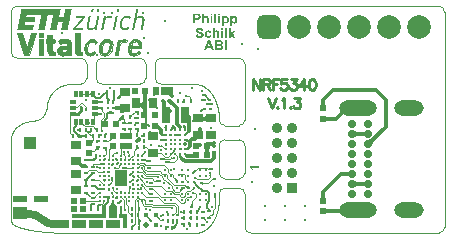
<source format=gtl>
G04*
G04 #@! TF.GenerationSoftware,Altium Limited,Altium Designer,23.10.1 (27)*
G04*
G04 Layer_Physical_Order=1*
G04 Layer_Color=255*
%FSLAX44Y44*%
%MOMM*%
G71*
G04*
G04 #@! TF.SameCoordinates,CCD2D7E0-A0E0-4381-AC8D-D070E886EAC1*
G04*
G04*
G04 #@! TF.FilePolarity,Positive*
G04*
G01*
G75*
%ADD11C,0.2000*%
%ADD13C,0.1000*%
%ADD14C,0.2540*%
%ADD16C,0.0500*%
%ADD19C,0.2000*%
%ADD20R,1.0500X0.7000*%
%ADD21R,0.5200X0.7000*%
%ADD24R,1.1400X0.5750*%
%ADD37R,0.5334X0.3048*%
%ADD38R,0.3048X0.5334*%
%ADD39R,0.2500X0.3500*%
%ADD40R,0.3500X0.2500*%
%ADD41R,0.9000X0.8000*%
%ADD42R,0.5200X0.4700*%
%ADD43C,0.2200*%
%ADD44C,0.2295*%
%ADD45C,0.1900*%
%ADD46R,0.6000X0.5000*%
%ADD47R,0.4500X0.2800*%
%ADD48R,0.8000X0.9000*%
%ADD49R,0.8000X1.4000*%
%ADD50R,0.5000X0.6000*%
%ADD51R,0.2800X0.4500*%
%ADD52R,1.2000X1.0000*%
%ADD53R,1.0000X1.0000*%
%ADD54R,1.2000X0.5000*%
%ADD55R,0.4500X0.4500*%
G04:AMPARAMS|DCode=56|XSize=0.45mm|YSize=0.45mm|CornerRadius=0.1125mm|HoleSize=0mm|Usage=FLASHONLY|Rotation=90.000|XOffset=0mm|YOffset=0mm|HoleType=Round|Shape=RoundedRectangle|*
%AMROUNDEDRECTD56*
21,1,0.4500,0.2250,0,0,90.0*
21,1,0.2250,0.4500,0,0,90.0*
1,1,0.2250,0.1125,0.1125*
1,1,0.2250,0.1125,-0.1125*
1,1,0.2250,-0.1125,-0.1125*
1,1,0.2250,-0.1125,0.1125*
%
%ADD56ROUNDEDRECTD56*%
%ADD57C,2.0000*%
G04:AMPARAMS|DCode=58|XSize=2mm|YSize=2mm|CornerRadius=0.5mm|HoleSize=0mm|Usage=FLASHONLY|Rotation=90.000|XOffset=0mm|YOffset=0mm|HoleType=Round|Shape=RoundedRectangle|*
%AMROUNDEDRECTD58*
21,1,2.0000,1.0000,0,0,90.0*
21,1,1.0000,2.0000,0,0,90.0*
1,1,1.0000,0.5000,0.5000*
1,1,1.0000,0.5000,-0.5000*
1,1,1.0000,-0.5000,-0.5000*
1,1,1.0000,-0.5000,0.5000*
%
%ADD58ROUNDEDRECTD58*%
%ADD59O,2.5000X1.3000*%
%ADD60C,0.7000*%
%ADD61O,3.2000X1.3000*%
%ADD62C,0.9000*%
G04:AMPARAMS|DCode=63|XSize=0.9mm|YSize=0.9mm|CornerRadius=0.225mm|HoleSize=0mm|Usage=FLASHONLY|Rotation=180.000|XOffset=0mm|YOffset=0mm|HoleType=Round|Shape=RoundedRectangle|*
%AMROUNDEDRECTD63*
21,1,0.9000,0.4500,0,0,180.0*
21,1,0.4500,0.9000,0,0,180.0*
1,1,0.4500,-0.2250,0.2250*
1,1,0.4500,0.2250,0.2250*
1,1,0.4500,0.2250,-0.2250*
1,1,0.4500,-0.2250,-0.2250*
%
%ADD63ROUNDEDRECTD63*%
%ADD64C,0.6500*%
%ADD65C,0.1800*%
%ADD66C,0.1500*%
%ADD67C,0.3000*%
%ADD68C,0.1499*%
%ADD69C,0.2200*%
%ADD70R,0.4757X0.4495*%
%ADD71R,0.4000X1.3000*%
%ADD72R,0.7250X1.3512*%
%ADD73R,0.3000X0.6500*%
%ADD74R,0.7000X1.3500*%
%ADD75R,0.6500X0.5250*%
%ADD76R,0.4000X1.0500*%
%ADD77R,1.2500X0.6500*%
%ADD78R,0.6500X0.4500*%
%ADD79R,0.2500X1.0500*%
%ADD80R,1.2500X0.6500*%
%ADD81R,2.9750X0.4500*%
%ADD82C,0.3000*%
G36*
X91301Y188895D02*
X91230D01*
Y188538D01*
X91159D01*
Y188182D01*
X91088D01*
Y187826D01*
X91016D01*
Y187470D01*
X90945D01*
Y187113D01*
X89164D01*
Y187256D01*
X89235D01*
Y187612D01*
X89306D01*
Y187969D01*
X89378D01*
Y188325D01*
X89449D01*
Y188681D01*
X89520D01*
Y189037D01*
X89591D01*
Y189251D01*
X91301D01*
Y188895D01*
D02*
G37*
G36*
X74414D02*
X74343D01*
Y188538D01*
X74271D01*
Y188182D01*
X74200D01*
Y187826D01*
X74129D01*
Y187470D01*
X74058D01*
Y187113D01*
X72276D01*
Y187256D01*
X72348D01*
Y187612D01*
X72419D01*
Y187969D01*
X72490D01*
Y188325D01*
X72561D01*
Y188681D01*
X72632D01*
Y189037D01*
X72704D01*
Y189251D01*
X74414D01*
Y188895D01*
D02*
G37*
G36*
X69782D02*
X69711D01*
Y188538D01*
X69640D01*
Y188182D01*
X69569D01*
Y187826D01*
X69497D01*
Y187470D01*
X69426D01*
Y187113D01*
X67645D01*
Y187256D01*
X67716D01*
Y187612D01*
X67787D01*
Y187969D01*
X67859D01*
Y188325D01*
X67930D01*
Y188681D01*
X68001D01*
Y189037D01*
X68072D01*
Y189251D01*
X69782D01*
Y188895D01*
D02*
G37*
G36*
X83820Y183907D02*
X84247D01*
Y183836D01*
X84461D01*
Y183764D01*
X84675D01*
Y183693D01*
X84888D01*
Y183622D01*
X85031D01*
Y183551D01*
X85102D01*
Y183479D01*
X85245D01*
Y183408D01*
X85316D01*
Y183337D01*
X85458D01*
Y183266D01*
X85530D01*
Y183194D01*
X85601D01*
Y183123D01*
X85672D01*
Y183052D01*
X85744D01*
Y182981D01*
X85815D01*
Y182909D01*
X85886D01*
Y182767D01*
X85815D01*
Y182696D01*
X85672D01*
Y182624D01*
X85601D01*
Y182553D01*
X85530D01*
Y182482D01*
X85458D01*
Y182411D01*
X85387D01*
Y182339D01*
X85316D01*
Y182268D01*
X85245D01*
Y182197D01*
X85174D01*
Y182125D01*
X85031D01*
Y182054D01*
X84960D01*
Y181983D01*
X84888D01*
Y181912D01*
X84817D01*
Y181840D01*
X84746D01*
Y181769D01*
X84675D01*
Y181698D01*
X84604D01*
Y181627D01*
X84461D01*
Y181698D01*
X84390D01*
Y181769D01*
X84318D01*
Y181840D01*
X84247D01*
Y181912D01*
X84176D01*
Y181983D01*
X84105D01*
Y182054D01*
X83962D01*
Y182125D01*
X83891D01*
Y182197D01*
X83748D01*
Y182268D01*
X83606D01*
Y182339D01*
X83321D01*
Y182411D01*
X82252D01*
Y182339D01*
X81967D01*
Y182268D01*
X81753D01*
Y182197D01*
X81611D01*
Y182125D01*
X81468D01*
Y182054D01*
X81326D01*
Y181983D01*
X81183D01*
Y181912D01*
X81112D01*
Y181840D01*
X80969D01*
Y181769D01*
X80898D01*
Y181698D01*
X80827D01*
Y181627D01*
X80684D01*
Y181556D01*
X80613D01*
Y181484D01*
X80542D01*
Y181413D01*
X80471D01*
Y181342D01*
X80399D01*
Y181199D01*
X80328D01*
Y181128D01*
X80257D01*
Y181057D01*
X80186D01*
Y180986D01*
X80114D01*
Y180843D01*
X80043D01*
Y180772D01*
X79972D01*
Y180629D01*
X79901D01*
Y180487D01*
X79829D01*
Y180344D01*
X79758D01*
Y180202D01*
X79687D01*
Y180059D01*
X79616D01*
Y179845D01*
X79544D01*
Y179632D01*
X79473D01*
Y179347D01*
X79402D01*
Y179062D01*
X79331D01*
Y178705D01*
X79259D01*
Y178349D01*
X79188D01*
Y177993D01*
X79117D01*
Y177636D01*
X79046D01*
Y177280D01*
X78974D01*
Y176924D01*
X78903D01*
Y176568D01*
X78832D01*
Y176211D01*
X78760D01*
Y175855D01*
X78689D01*
Y175499D01*
X78618D01*
Y175142D01*
X78547D01*
Y174715D01*
X78475D01*
Y174359D01*
X78404D01*
Y174002D01*
X78333D01*
Y173646D01*
X78262D01*
Y173290D01*
X78190D01*
Y172934D01*
X78119D01*
Y172577D01*
X78048D01*
Y172221D01*
X77977D01*
Y171936D01*
X76195D01*
Y172007D01*
X76267D01*
Y172364D01*
X76338D01*
Y172720D01*
X76409D01*
Y173076D01*
X76480D01*
Y173432D01*
X76552D01*
Y173789D01*
X76623D01*
Y174145D01*
X76694D01*
Y174501D01*
X76765D01*
Y174858D01*
X76837D01*
Y175214D01*
X76908D01*
Y175570D01*
X76979D01*
Y175926D01*
X77050D01*
Y176283D01*
X77122D01*
Y176710D01*
X77193D01*
Y177066D01*
X77264D01*
Y177423D01*
X77335D01*
Y177779D01*
X77407D01*
Y178135D01*
X77478D01*
Y178491D01*
X77549D01*
Y178848D01*
X77620D01*
Y179204D01*
X77692D01*
Y179560D01*
X77763D01*
Y179917D01*
X77834D01*
Y180273D01*
X77906D01*
Y180629D01*
X77977D01*
Y180986D01*
X78048D01*
Y181342D01*
X78119D01*
Y181698D01*
X78190D01*
Y182054D01*
X78262D01*
Y182125D01*
Y182197D01*
Y182411D01*
X78333D01*
Y182767D01*
X78404D01*
Y183123D01*
X78475D01*
Y183479D01*
X78547D01*
Y183836D01*
X80257D01*
Y183479D01*
X80186D01*
Y183123D01*
X80114D01*
Y182767D01*
X80043D01*
Y182553D01*
X80114D01*
Y182624D01*
X80186D01*
Y182696D01*
X80257D01*
Y182767D01*
X80328D01*
Y182838D01*
X80399D01*
Y182909D01*
X80471D01*
Y182981D01*
X80542D01*
Y183052D01*
X80613D01*
Y183123D01*
X80756D01*
Y183194D01*
X80827D01*
Y183266D01*
X80898D01*
Y183337D01*
X81041D01*
Y183408D01*
X81183D01*
Y183479D01*
X81326D01*
Y183551D01*
X81468D01*
Y183622D01*
X81611D01*
Y183693D01*
X81825D01*
Y183764D01*
X82038D01*
Y183836D01*
X82323D01*
Y183907D01*
X82751D01*
Y183978D01*
X83820D01*
Y183907D01*
D02*
G37*
G36*
X51256Y189109D02*
X51185D01*
Y188752D01*
X51114D01*
Y188396D01*
X51042D01*
Y188040D01*
X50971D01*
Y187755D01*
X50900D01*
Y187398D01*
X50828D01*
Y187042D01*
X50757D01*
Y186686D01*
X50686D01*
Y186330D01*
X50615D01*
Y185973D01*
X50543D01*
Y185617D01*
X50472D01*
Y185261D01*
X50401D01*
Y184904D01*
X50330D01*
Y184548D01*
X50258D01*
Y184192D01*
X50187D01*
Y183836D01*
X50116D01*
Y183479D01*
X50045D01*
Y183123D01*
X49973D01*
Y182767D01*
X49902D01*
Y182411D01*
X49831D01*
Y182054D01*
X49760D01*
Y181698D01*
X49688D01*
Y181342D01*
X49617D01*
Y180986D01*
X49546D01*
Y180629D01*
X49475D01*
Y180273D01*
X49403D01*
Y179917D01*
X49332D01*
Y179560D01*
X49261D01*
Y179204D01*
X49190D01*
Y178848D01*
X49118D01*
Y178491D01*
X49047D01*
Y178135D01*
X48976D01*
Y177779D01*
X48905D01*
Y177423D01*
X48833D01*
Y177066D01*
X48762D01*
Y176710D01*
X48691D01*
Y176354D01*
X48619D01*
Y175998D01*
X48548D01*
Y175641D01*
X48477D01*
Y175285D01*
X48406D01*
Y174929D01*
X48334D01*
Y174573D01*
X48263D01*
Y174216D01*
X48192D01*
Y173860D01*
X48121D01*
Y173504D01*
X48050D01*
Y173219D01*
X47978D01*
Y172862D01*
X47907D01*
Y172506D01*
X47836D01*
Y172150D01*
X47764D01*
Y171936D01*
X42349D01*
Y172221D01*
X42420D01*
Y172577D01*
X42492D01*
Y172934D01*
X42563D01*
Y173290D01*
X42634D01*
Y173646D01*
X42705D01*
Y174002D01*
X42777D01*
Y174359D01*
X42848D01*
Y174715D01*
X42919D01*
Y175071D01*
X42990D01*
Y175428D01*
X43062D01*
Y175784D01*
X43133D01*
Y176140D01*
X43204D01*
Y176496D01*
X43275D01*
Y176853D01*
X43347D01*
Y177209D01*
X43418D01*
Y177565D01*
X43489D01*
Y177922D01*
X43560D01*
Y178278D01*
X43632D01*
Y178634D01*
X39784D01*
Y178563D01*
X39713D01*
Y178207D01*
X39641D01*
Y177850D01*
X39570D01*
Y177494D01*
X39499D01*
Y177138D01*
X39428D01*
Y176781D01*
X39356D01*
Y176425D01*
X39285D01*
Y176069D01*
X39214D01*
Y175713D01*
X39143D01*
Y175356D01*
X39071D01*
Y175000D01*
X39000D01*
Y174644D01*
X38929D01*
Y174287D01*
X38858D01*
Y173931D01*
X38786D01*
Y173575D01*
X38715D01*
Y173219D01*
X38644D01*
Y172862D01*
X38572D01*
Y172506D01*
X38501D01*
Y172150D01*
X38430D01*
Y171936D01*
X33015D01*
Y172221D01*
X33086D01*
Y172577D01*
X33157D01*
Y172862D01*
X33228D01*
Y173219D01*
X33300D01*
Y173575D01*
X33371D01*
Y173931D01*
X33442D01*
Y174287D01*
X33513D01*
Y174644D01*
X33585D01*
Y175000D01*
X33656D01*
Y175356D01*
X33727D01*
Y175713D01*
X33798D01*
Y176069D01*
X33870D01*
Y176425D01*
X33941D01*
Y176781D01*
X34012D01*
Y177138D01*
X34083D01*
Y177494D01*
X34155D01*
Y177850D01*
X34226D01*
Y178207D01*
X34297D01*
Y178563D01*
X34368D01*
Y178919D01*
X34440D01*
Y179275D01*
X34511D01*
Y179632D01*
X34582D01*
Y179988D01*
X34653D01*
Y180344D01*
X34725D01*
Y180700D01*
X34796D01*
Y181057D01*
X34867D01*
Y181413D01*
X34938D01*
Y181769D01*
X35010D01*
Y182125D01*
X35081D01*
Y182482D01*
X35152D01*
Y182838D01*
X35224D01*
Y183194D01*
X35295D01*
Y183551D01*
X35366D01*
Y183907D01*
X35437D01*
Y184263D01*
X35508D01*
Y184620D01*
X35580D01*
Y184904D01*
X31019D01*
Y184548D01*
X30948D01*
Y184263D01*
X30877D01*
Y183907D01*
X30806D01*
Y183551D01*
X30734D01*
Y183194D01*
X30663D01*
Y182838D01*
X30592D01*
Y182482D01*
X30521D01*
Y182125D01*
X30449D01*
Y181769D01*
X30378D01*
Y181413D01*
X30307D01*
Y181057D01*
X30236D01*
Y180700D01*
X30164D01*
Y180344D01*
X30093D01*
Y179988D01*
X30022D01*
Y179632D01*
X29951D01*
Y179275D01*
X29879D01*
Y178919D01*
X29808D01*
Y178563D01*
X29737D01*
Y178207D01*
X29666D01*
Y177850D01*
X29594D01*
Y177494D01*
X29523D01*
Y177138D01*
X29452D01*
Y176781D01*
X29381D01*
Y176425D01*
X29309D01*
Y176069D01*
X29238D01*
Y175713D01*
X29167D01*
Y175356D01*
X29095D01*
Y175000D01*
X29024D01*
Y174644D01*
X28953D01*
Y174287D01*
X28882D01*
Y173931D01*
X28811D01*
Y173575D01*
X28739D01*
Y173219D01*
X28668D01*
Y172862D01*
X28597D01*
Y172506D01*
X28526D01*
Y172150D01*
X28454D01*
Y171936D01*
X23039D01*
Y172221D01*
X23110D01*
Y172577D01*
X23181D01*
Y172934D01*
X23253D01*
Y173290D01*
X23324D01*
Y173646D01*
X23395D01*
Y174002D01*
X23466D01*
Y174359D01*
X23538D01*
Y174715D01*
X23609D01*
Y175071D01*
X23680D01*
Y175428D01*
X23751D01*
Y175784D01*
X23823D01*
Y176140D01*
X23894D01*
Y176496D01*
X23965D01*
Y176853D01*
X24036D01*
Y177209D01*
X24108D01*
Y177565D01*
X24179D01*
Y177922D01*
X24250D01*
Y178278D01*
X24321D01*
Y178634D01*
X24393D01*
Y178990D01*
X24464D01*
Y179347D01*
X24535D01*
Y179703D01*
X24606D01*
Y180059D01*
X24678D01*
Y180415D01*
X24749D01*
Y180772D01*
X24820D01*
Y181128D01*
X24892D01*
Y181484D01*
X24963D01*
Y181840D01*
X25034D01*
Y182197D01*
X25105D01*
Y182553D01*
X25176D01*
Y182909D01*
X25248D01*
Y183194D01*
X25319D01*
Y183551D01*
X25390D01*
Y183907D01*
X25461D01*
Y184263D01*
X25533D01*
Y184620D01*
X25604D01*
Y184904D01*
X13206D01*
Y184620D01*
X13134D01*
Y184263D01*
X13063D01*
Y183907D01*
X12992D01*
Y183551D01*
X12921D01*
Y183194D01*
X12849D01*
Y182838D01*
X12778D01*
Y182553D01*
X20545D01*
Y182197D01*
X20474D01*
Y181840D01*
X20402D01*
Y181484D01*
X20331D01*
Y181128D01*
X20260D01*
Y180772D01*
X20189D01*
Y180415D01*
X20117D01*
Y180059D01*
X20046D01*
Y179703D01*
X19975D01*
Y179347D01*
X19904D01*
Y178990D01*
X19832D01*
Y178705D01*
X19761D01*
Y178634D01*
X11994D01*
Y178563D01*
X11923D01*
Y178207D01*
X11852D01*
Y177850D01*
X11781D01*
Y177494D01*
X11709D01*
Y177138D01*
X11638D01*
Y176781D01*
X11567D01*
Y176425D01*
X11495D01*
Y176283D01*
X19262D01*
Y176211D01*
X19333D01*
Y176140D01*
X19262D01*
Y175784D01*
X19191D01*
Y175428D01*
X19120D01*
Y175071D01*
X19049D01*
Y174715D01*
X18977D01*
Y174359D01*
X18906D01*
Y174002D01*
X18835D01*
Y173646D01*
X18764D01*
Y173290D01*
X18692D01*
Y172934D01*
X18621D01*
Y172577D01*
X18550D01*
Y172221D01*
X18478D01*
Y171936D01*
X5225D01*
Y172150D01*
X5296D01*
Y172506D01*
X5368D01*
Y172862D01*
X5439D01*
Y173219D01*
X5510D01*
Y173575D01*
X5581D01*
Y173931D01*
X5652D01*
Y174287D01*
X5724D01*
Y174644D01*
X5795D01*
Y175000D01*
X5866D01*
Y175356D01*
X5938D01*
Y175713D01*
X6009D01*
Y176069D01*
X6080D01*
Y176425D01*
X6151D01*
Y176781D01*
X6223D01*
Y177138D01*
X6294D01*
Y177494D01*
X6365D01*
Y177850D01*
X6436D01*
Y178207D01*
X6508D01*
Y178563D01*
X6579D01*
Y178919D01*
X6650D01*
Y179275D01*
X6721D01*
Y179632D01*
X6793D01*
Y179988D01*
X6864D01*
Y180344D01*
X6935D01*
Y180700D01*
X7006D01*
Y181057D01*
X7078D01*
Y181413D01*
X7149D01*
Y181769D01*
X7220D01*
Y182125D01*
X7291D01*
Y182482D01*
X7363D01*
Y182838D01*
X7434D01*
Y183194D01*
X7505D01*
Y183479D01*
X7576D01*
Y183836D01*
X7648D01*
Y184192D01*
X7719D01*
Y184548D01*
X7790D01*
Y184904D01*
X7861D01*
Y185261D01*
X7933D01*
Y185617D01*
X8004D01*
Y185973D01*
X8075D01*
Y186330D01*
X8146D01*
Y186686D01*
X8218D01*
Y187042D01*
X8289D01*
Y187398D01*
X8360D01*
Y187755D01*
X8432D01*
Y188111D01*
X8503D01*
Y188467D01*
X8574D01*
Y188824D01*
X8645D01*
Y189180D01*
X8716D01*
Y189251D01*
X41922D01*
Y189180D01*
X41850D01*
Y188824D01*
X41779D01*
Y188467D01*
X41708D01*
Y188111D01*
X41637D01*
Y187755D01*
X41565D01*
Y187398D01*
X41494D01*
Y187042D01*
X41423D01*
Y186686D01*
X41351D01*
Y186330D01*
X41280D01*
Y185973D01*
X41209D01*
Y185617D01*
X41138D01*
Y185332D01*
X41066D01*
Y184976D01*
X40995D01*
Y184620D01*
X40924D01*
Y184263D01*
X40853D01*
Y183907D01*
X40781D01*
Y183551D01*
X40710D01*
Y183194D01*
X40639D01*
Y182838D01*
X40568D01*
Y182553D01*
X44487D01*
Y182909D01*
X44558D01*
Y183266D01*
X44629D01*
Y183622D01*
X44700D01*
Y183978D01*
X44772D01*
Y184335D01*
X44843D01*
Y184691D01*
X44914D01*
Y185047D01*
X44985D01*
Y185332D01*
X45057D01*
Y185688D01*
X45128D01*
Y186045D01*
X45199D01*
Y186401D01*
X45271D01*
Y186757D01*
X45342D01*
Y187113D01*
X45413D01*
Y187470D01*
X45484D01*
Y187826D01*
X45556D01*
Y188182D01*
X45627D01*
Y188538D01*
X45698D01*
Y188824D01*
X45769D01*
Y189180D01*
X45841D01*
Y189251D01*
X51256D01*
Y189109D01*
D02*
G37*
G36*
X98783Y183907D02*
X99211D01*
Y183836D01*
X99496D01*
Y183764D01*
X99710D01*
Y183693D01*
X99923D01*
Y183622D01*
X100066D01*
Y183551D01*
X100208D01*
Y183479D01*
X100351D01*
Y183408D01*
X100422D01*
Y183337D01*
X100565D01*
Y183266D01*
X100636D01*
Y183194D01*
X100707D01*
Y183123D01*
X100778D01*
Y183052D01*
X100921D01*
Y182981D01*
X100992D01*
Y182909D01*
X101063D01*
Y182838D01*
X101135D01*
Y182767D01*
X101206D01*
Y182696D01*
X101277D01*
Y182553D01*
X101348D01*
Y182482D01*
X101420D01*
Y182411D01*
X101491D01*
Y182339D01*
X101562D01*
Y182125D01*
X101491D01*
Y182054D01*
X101420D01*
Y181983D01*
X101348D01*
Y181912D01*
X101277D01*
Y181840D01*
X101135D01*
Y181769D01*
X101063D01*
Y181698D01*
X100992D01*
Y181627D01*
X100921D01*
Y181556D01*
X100850D01*
Y181484D01*
X100707D01*
Y181413D01*
X100636D01*
Y181342D01*
X100565D01*
Y181271D01*
X100493D01*
Y181199D01*
X100422D01*
Y181128D01*
X100280D01*
Y181199D01*
X100208D01*
Y181342D01*
X100137D01*
Y181413D01*
X100066D01*
Y181484D01*
X99995D01*
Y181556D01*
X99923D01*
Y181627D01*
X99852D01*
Y181769D01*
X99710D01*
Y181840D01*
X99638D01*
Y181912D01*
X99567D01*
Y181983D01*
X99496D01*
Y182054D01*
X99353D01*
Y182125D01*
X99282D01*
Y182197D01*
X99068D01*
Y182268D01*
X98926D01*
Y182339D01*
X98641D01*
Y182411D01*
X97358D01*
Y182339D01*
X97073D01*
Y182268D01*
X96788D01*
Y182197D01*
X96646D01*
Y182125D01*
X96503D01*
Y182054D01*
X96361D01*
Y181983D01*
X96218D01*
Y181912D01*
X96076D01*
Y181840D01*
X96004D01*
Y181769D01*
X95862D01*
Y181698D01*
X95791D01*
Y181627D01*
X95719D01*
Y181556D01*
X95648D01*
Y181484D01*
X95577D01*
Y181413D01*
X95506D01*
Y181342D01*
X95434D01*
Y181271D01*
X95363D01*
Y181199D01*
X95292D01*
Y181128D01*
X95220D01*
Y181057D01*
X95149D01*
Y180986D01*
X95078D01*
Y180843D01*
X95007D01*
Y180772D01*
X94936D01*
Y180700D01*
X94864D01*
Y180558D01*
X94793D01*
Y180415D01*
X94722D01*
Y180344D01*
X94650D01*
Y180202D01*
X94579D01*
Y180059D01*
X94508D01*
Y179917D01*
X94437D01*
Y179703D01*
X94366D01*
Y179560D01*
X94294D01*
Y179347D01*
X94223D01*
Y179204D01*
X94152D01*
Y178990D01*
X94080D01*
Y178705D01*
X94009D01*
Y178420D01*
X93938D01*
Y178135D01*
X93867D01*
Y177779D01*
X93795D01*
Y177351D01*
X93724D01*
Y176781D01*
X93653D01*
Y175641D01*
X93724D01*
Y175214D01*
X93795D01*
Y174929D01*
X93867D01*
Y174786D01*
X93938D01*
Y174573D01*
X94009D01*
Y174501D01*
X94080D01*
Y174359D01*
X94152D01*
Y174287D01*
X94223D01*
Y174145D01*
X94294D01*
Y174074D01*
X94366D01*
Y174002D01*
X94437D01*
Y173931D01*
X94508D01*
Y173860D01*
X94579D01*
Y173789D01*
X94722D01*
Y173717D01*
X94793D01*
Y173646D01*
X94936D01*
Y173575D01*
X95078D01*
Y173504D01*
X95292D01*
Y173432D01*
X95506D01*
Y173361D01*
X95933D01*
Y173290D01*
X96503D01*
Y173361D01*
X97002D01*
Y173432D01*
X97287D01*
Y173504D01*
X97501D01*
Y173575D01*
X97643D01*
Y173646D01*
X97786D01*
Y173717D01*
X97928D01*
Y173789D01*
X98071D01*
Y173860D01*
X98142D01*
Y173931D01*
X98285D01*
Y174002D01*
X98356D01*
Y174074D01*
X98427D01*
Y174145D01*
X98498D01*
Y174216D01*
X98641D01*
Y174287D01*
X98712D01*
Y174359D01*
X98783D01*
Y174430D01*
X98855D01*
Y174501D01*
X98926D01*
Y174573D01*
X98997D01*
Y174644D01*
X99140D01*
Y174573D01*
X99211D01*
Y174501D01*
X99282D01*
Y174430D01*
X99353D01*
Y174287D01*
X99425D01*
Y174216D01*
X99496D01*
Y174145D01*
X99567D01*
Y174074D01*
X99638D01*
Y174002D01*
X99710D01*
Y173860D01*
X99781D01*
Y173789D01*
X99852D01*
Y173717D01*
X99923D01*
Y173646D01*
X99995D01*
Y173504D01*
X100066D01*
Y173361D01*
X99995D01*
Y173290D01*
X99852D01*
Y173219D01*
X99781D01*
Y173147D01*
X99710D01*
Y173076D01*
X99638D01*
Y173005D01*
X99567D01*
Y172934D01*
X99496D01*
Y172862D01*
X99353D01*
Y172791D01*
X99282D01*
Y172720D01*
X99140D01*
Y172649D01*
X99068D01*
Y172577D01*
X98926D01*
Y172506D01*
X98783D01*
Y172435D01*
X98712D01*
Y172364D01*
X98569D01*
Y172292D01*
X98356D01*
Y172221D01*
X98213D01*
Y172150D01*
X98071D01*
Y172078D01*
X97857D01*
Y172007D01*
X97572D01*
Y171936D01*
X97287D01*
Y171865D01*
X96931D01*
Y171793D01*
X95363D01*
Y171865D01*
X94936D01*
Y171936D01*
X94650D01*
Y172007D01*
X94437D01*
Y172078D01*
X94294D01*
Y172150D01*
X94080D01*
Y172221D01*
X93938D01*
Y172292D01*
X93795D01*
Y172364D01*
X93724D01*
Y172435D01*
X93582D01*
Y172506D01*
X93510D01*
Y172577D01*
X93368D01*
Y172649D01*
X93297D01*
Y172720D01*
X93225D01*
Y172791D01*
X93154D01*
Y172862D01*
X93083D01*
Y172934D01*
X93012D01*
Y173005D01*
X92940D01*
Y173076D01*
X92869D01*
Y173147D01*
X92798D01*
Y173290D01*
X92727D01*
Y173361D01*
X92655D01*
Y173432D01*
X92584D01*
Y173575D01*
X92513D01*
Y173717D01*
X92442D01*
Y173860D01*
X92370D01*
Y174002D01*
X92299D01*
Y174145D01*
X92228D01*
Y174359D01*
X92156D01*
Y174573D01*
X92085D01*
Y174858D01*
X92014D01*
Y175285D01*
X91943D01*
Y177066D01*
X92014D01*
Y177636D01*
X92085D01*
Y177993D01*
X92156D01*
Y178349D01*
X92228D01*
Y178705D01*
X92299D01*
Y178919D01*
X92370D01*
Y179204D01*
X92442D01*
Y179418D01*
X92513D01*
Y179632D01*
X92584D01*
Y179845D01*
X92655D01*
Y179988D01*
X92727D01*
Y180202D01*
X92798D01*
Y180344D01*
X92869D01*
Y180487D01*
X92940D01*
Y180629D01*
X93012D01*
Y180772D01*
X93083D01*
Y180914D01*
X93154D01*
Y181057D01*
X93225D01*
Y181128D01*
X93297D01*
Y181271D01*
X93368D01*
Y181413D01*
X93439D01*
Y181484D01*
X93510D01*
Y181627D01*
X93582D01*
Y181698D01*
X93653D01*
Y181769D01*
X93724D01*
Y181912D01*
X93795D01*
Y181983D01*
X93867D01*
Y182054D01*
X93938D01*
Y182125D01*
X94009D01*
Y182197D01*
X94080D01*
Y182268D01*
X94152D01*
Y182339D01*
X94223D01*
Y182411D01*
X94294D01*
Y182482D01*
X94366D01*
Y182553D01*
X94437D01*
Y182624D01*
X94508D01*
Y182696D01*
X94579D01*
Y182767D01*
X94650D01*
Y182838D01*
X94793D01*
Y182909D01*
X94864D01*
Y182981D01*
X94936D01*
Y183052D01*
X95078D01*
Y183123D01*
X95149D01*
Y183194D01*
X95292D01*
Y183266D01*
X95434D01*
Y183337D01*
X95577D01*
Y183408D01*
X95719D01*
Y183479D01*
X95862D01*
Y183551D01*
X96004D01*
Y183622D01*
X96218D01*
Y183693D01*
X96432D01*
Y183764D01*
X96717D01*
Y183836D01*
X97002D01*
Y183907D01*
X97501D01*
Y183978D01*
X98783D01*
Y183907D01*
D02*
G37*
G36*
X74699Y183764D02*
X74628D01*
Y183408D01*
X74556D01*
Y183052D01*
X74485D01*
Y182696D01*
X74414D01*
Y182339D01*
X74343D01*
Y181983D01*
X74271D01*
Y181627D01*
X74200D01*
Y181271D01*
X74129D01*
Y180914D01*
X74058D01*
Y180558D01*
X73986D01*
Y180202D01*
X73915D01*
Y179845D01*
X73844D01*
Y179489D01*
X73773D01*
Y179133D01*
X73701D01*
Y178777D01*
X73630D01*
Y178420D01*
X73559D01*
Y178064D01*
X73488D01*
Y177708D01*
X73416D01*
Y177351D01*
X73345D01*
Y176995D01*
X73274D01*
Y176639D01*
X73203D01*
Y176283D01*
X73131D01*
Y175926D01*
X73060D01*
Y175570D01*
X72989D01*
Y175214D01*
X72918D01*
Y174858D01*
X72846D01*
Y174501D01*
X72775D01*
Y174145D01*
X72704D01*
Y173789D01*
X72632D01*
Y173432D01*
X72561D01*
Y173076D01*
X72490D01*
Y172720D01*
X72419D01*
Y172364D01*
X72348D01*
Y172007D01*
X72276D01*
Y171936D01*
X70566D01*
Y172007D01*
X70637D01*
Y172364D01*
X70709D01*
Y172791D01*
X70780D01*
Y173076D01*
X70709D01*
Y173005D01*
X70637D01*
Y172934D01*
X70566D01*
Y172862D01*
X70424D01*
Y172791D01*
X70352D01*
Y172720D01*
X70281D01*
Y172649D01*
X70210D01*
Y172577D01*
X70067D01*
Y172506D01*
X69996D01*
Y172435D01*
X69854D01*
Y172364D01*
X69711D01*
Y172292D01*
X69640D01*
Y172221D01*
X69426D01*
Y172150D01*
X69284D01*
Y172078D01*
X69070D01*
Y172007D01*
X68856D01*
Y171936D01*
X68571D01*
Y171865D01*
X68215D01*
Y171793D01*
X66718D01*
Y171865D01*
X66362D01*
Y171936D01*
X66148D01*
Y172007D01*
X65935D01*
Y172078D01*
X65792D01*
Y172150D01*
X65650D01*
Y172221D01*
X65507D01*
Y172292D01*
X65436D01*
Y172364D01*
X65364D01*
Y172435D01*
X65222D01*
Y172506D01*
X65151D01*
Y172577D01*
X65079D01*
Y172649D01*
X65008D01*
Y172720D01*
X64937D01*
Y172791D01*
X64866D01*
Y172862D01*
X64795D01*
Y172934D01*
X64723D01*
Y173076D01*
X64652D01*
Y173147D01*
X64581D01*
Y173290D01*
X64509D01*
Y173361D01*
X64438D01*
Y173504D01*
X64367D01*
Y173717D01*
X64296D01*
Y173931D01*
X64224D01*
Y174145D01*
X64153D01*
Y174501D01*
X64082D01*
Y175784D01*
X64153D01*
Y176211D01*
X64224D01*
Y176568D01*
X64296D01*
Y176924D01*
X64367D01*
Y177280D01*
X64438D01*
Y177636D01*
X64509D01*
Y177993D01*
X64581D01*
Y178349D01*
X64652D01*
Y178705D01*
X64723D01*
Y179062D01*
X64795D01*
Y179418D01*
X64866D01*
Y179774D01*
X64937D01*
Y180130D01*
X65008D01*
Y180487D01*
X65079D01*
Y180843D01*
X65151D01*
Y181199D01*
X65222D01*
Y181556D01*
X65293D01*
Y181912D01*
X65364D01*
Y182268D01*
X65436D01*
Y182624D01*
X65507D01*
Y182981D01*
X65578D01*
Y183337D01*
X65650D01*
Y183693D01*
X65721D01*
Y183836D01*
X67431D01*
Y183622D01*
X67360D01*
Y183266D01*
X67288D01*
Y182909D01*
X67217D01*
Y182553D01*
X67146D01*
Y182197D01*
X67075D01*
Y181840D01*
X67003D01*
Y181484D01*
X66932D01*
Y181128D01*
X66861D01*
Y180772D01*
X66790D01*
Y180415D01*
X66718D01*
Y180059D01*
X66647D01*
Y179703D01*
X66576D01*
Y179347D01*
X66505D01*
Y178990D01*
X66433D01*
Y178634D01*
X66362D01*
Y178420D01*
Y178349D01*
Y178278D01*
X66291D01*
Y177922D01*
X66220D01*
Y177565D01*
X66148D01*
Y177209D01*
X66077D01*
Y176853D01*
X66006D01*
Y176496D01*
X65935D01*
Y175998D01*
X65863D01*
Y174858D01*
X65935D01*
Y174573D01*
X66006D01*
Y174430D01*
X66077D01*
Y174287D01*
X66148D01*
Y174145D01*
X66220D01*
Y174074D01*
X66291D01*
Y173931D01*
X66362D01*
Y173860D01*
X66433D01*
Y173789D01*
X66576D01*
Y173717D01*
X66647D01*
Y173646D01*
X66790D01*
Y173575D01*
X66861D01*
Y173504D01*
X67075D01*
Y173432D01*
X67288D01*
Y173361D01*
X67716D01*
Y173290D01*
X68286D01*
Y173361D01*
X68713D01*
Y173432D01*
X68927D01*
Y173504D01*
X69141D01*
Y173575D01*
X69355D01*
Y173646D01*
X69497D01*
Y173717D01*
X69640D01*
Y173789D01*
X69782D01*
Y173860D01*
X69854D01*
Y173931D01*
X69996D01*
Y174002D01*
X70067D01*
Y174074D01*
X70139D01*
Y174145D01*
X70210D01*
Y174216D01*
X70281D01*
Y174287D01*
X70352D01*
Y174359D01*
X70424D01*
Y174430D01*
X70495D01*
Y174501D01*
X70566D01*
Y174573D01*
X70637D01*
Y174644D01*
X70709D01*
Y174786D01*
X70780D01*
Y174858D01*
X70851D01*
Y175000D01*
X70922D01*
Y175142D01*
X70994D01*
Y175285D01*
X71065D01*
Y175428D01*
X71136D01*
Y175570D01*
X71207D01*
Y175784D01*
X71279D01*
Y175998D01*
X71350D01*
Y176211D01*
X71421D01*
Y176496D01*
X71493D01*
Y176853D01*
X71564D01*
Y177209D01*
X71635D01*
Y177565D01*
X71706D01*
Y177993D01*
X71778D01*
Y178349D01*
X71849D01*
Y178705D01*
X71920D01*
Y179062D01*
X71991D01*
Y179418D01*
X72063D01*
Y179774D01*
X72134D01*
Y180130D01*
X72205D01*
Y180487D01*
X72276D01*
Y180843D01*
X72348D01*
Y181199D01*
X72419D01*
Y181556D01*
X72490D01*
Y181912D01*
X72561D01*
Y182268D01*
X72632D01*
Y182624D01*
X72704D01*
Y182981D01*
X72775D01*
Y183337D01*
X72846D01*
Y183693D01*
X72918D01*
Y183836D01*
X74699D01*
Y183764D01*
D02*
G37*
G36*
X107619Y189109D02*
X107548D01*
Y188752D01*
X107476D01*
Y188396D01*
X107405D01*
Y188040D01*
X107334D01*
Y187684D01*
X107263D01*
Y187327D01*
X107191D01*
Y186971D01*
X107120D01*
Y186615D01*
X107049D01*
Y186258D01*
X106978D01*
Y185902D01*
X106906D01*
Y185546D01*
X106835D01*
Y185261D01*
X106764D01*
Y184904D01*
X106693D01*
Y184548D01*
X106621D01*
Y184192D01*
X106550D01*
Y183836D01*
X106479D01*
Y183479D01*
X106408D01*
Y183123D01*
X106336D01*
Y182767D01*
X106408D01*
Y182838D01*
X106550D01*
Y182909D01*
X106621D01*
Y182981D01*
X106693D01*
Y183052D01*
X106764D01*
Y183123D01*
X106835D01*
Y183194D01*
X106978D01*
Y183266D01*
X107049D01*
Y183337D01*
X107191D01*
Y183408D01*
X107334D01*
Y183479D01*
X107476D01*
Y183551D01*
X107619D01*
Y183622D01*
X107761D01*
Y183693D01*
X107975D01*
Y183764D01*
X108260D01*
Y183836D01*
X108545D01*
Y183907D01*
X109044D01*
Y183978D01*
X110184D01*
Y183907D01*
X110540D01*
Y183836D01*
X110826D01*
Y183764D01*
X111039D01*
Y183693D01*
X111182D01*
Y183622D01*
X111324D01*
Y183551D01*
X111467D01*
Y183479D01*
X111609D01*
Y183408D01*
X111680D01*
Y183337D01*
X111752D01*
Y183266D01*
X111894D01*
Y183194D01*
X111966D01*
Y183123D01*
X112037D01*
Y183052D01*
X112108D01*
Y182981D01*
X112179D01*
Y182909D01*
X112251D01*
Y182767D01*
X112322D01*
Y182696D01*
X112393D01*
Y182624D01*
X112464D01*
Y182482D01*
X112536D01*
Y182339D01*
X112607D01*
Y182197D01*
X112678D01*
Y182054D01*
X112749D01*
Y181840D01*
X112821D01*
Y181627D01*
X112892D01*
Y181271D01*
X112963D01*
Y179845D01*
X112892D01*
Y179418D01*
X112821D01*
Y179062D01*
X112749D01*
Y178990D01*
Y178919D01*
Y178705D01*
X112678D01*
Y178349D01*
X112607D01*
Y177993D01*
X112536D01*
Y177636D01*
X112464D01*
Y177280D01*
X112393D01*
Y176924D01*
X112322D01*
Y176639D01*
X112251D01*
Y176283D01*
X112179D01*
Y175926D01*
X112108D01*
Y175570D01*
X112037D01*
Y175214D01*
X111966D01*
Y174858D01*
X111894D01*
Y174501D01*
X111823D01*
Y174145D01*
X111752D01*
Y173789D01*
X111680D01*
Y173432D01*
X111609D01*
Y173076D01*
X111538D01*
Y172720D01*
X111467D01*
Y172364D01*
X111396D01*
Y172007D01*
X111324D01*
Y171936D01*
X109614D01*
Y172150D01*
X109685D01*
Y172506D01*
X109757D01*
Y172862D01*
X109828D01*
Y173219D01*
X109899D01*
Y173575D01*
X109970D01*
Y173931D01*
X110042D01*
Y174287D01*
X110113D01*
Y174644D01*
X110184D01*
Y175000D01*
X110255D01*
Y175356D01*
X110327D01*
Y175713D01*
X110398D01*
Y176069D01*
X110469D01*
Y176425D01*
X110540D01*
Y176781D01*
X110612D01*
Y177138D01*
X110683D01*
Y177494D01*
X110754D01*
Y177850D01*
X110826D01*
Y178207D01*
X110897D01*
Y178563D01*
X110968D01*
Y178919D01*
X111039D01*
Y179275D01*
X111110D01*
Y179703D01*
X111182D01*
Y180843D01*
X111110D01*
Y181128D01*
X111039D01*
Y181342D01*
X110968D01*
Y181484D01*
X110897D01*
Y181627D01*
X110826D01*
Y181698D01*
X110754D01*
Y181769D01*
X110683D01*
Y181840D01*
X110612D01*
Y181912D01*
X110540D01*
Y181983D01*
X110469D01*
Y182054D01*
X110398D01*
Y182125D01*
X110255D01*
Y182197D01*
X110113D01*
Y182268D01*
X109899D01*
Y182339D01*
X109685D01*
Y182411D01*
X108474D01*
Y182339D01*
X108189D01*
Y182268D01*
X107975D01*
Y182197D01*
X107761D01*
Y182125D01*
X107619D01*
Y182054D01*
X107476D01*
Y181983D01*
X107334D01*
Y181912D01*
X107263D01*
Y181840D01*
X107120D01*
Y181769D01*
X107049D01*
Y181698D01*
X106906D01*
Y181627D01*
X106835D01*
Y181556D01*
X106764D01*
Y181484D01*
X106693D01*
Y181413D01*
X106621D01*
Y181342D01*
X106550D01*
Y181271D01*
X106479D01*
Y181199D01*
X106408D01*
Y181057D01*
X106336D01*
Y180986D01*
X106265D01*
Y180843D01*
X106194D01*
Y180772D01*
X106123D01*
Y180629D01*
X106051D01*
Y180487D01*
X105980D01*
Y180344D01*
X105909D01*
Y180202D01*
X105838D01*
Y179988D01*
X105766D01*
Y179774D01*
X105695D01*
Y179560D01*
X105624D01*
Y179275D01*
X105553D01*
Y178919D01*
X105481D01*
Y178563D01*
X105410D01*
Y178135D01*
X105339D01*
Y177779D01*
X105267D01*
Y177423D01*
X105196D01*
Y177066D01*
X105125D01*
Y176710D01*
X105054D01*
Y176354D01*
X104983D01*
Y175998D01*
X104911D01*
Y175641D01*
X104840D01*
Y175285D01*
X104769D01*
Y174929D01*
X104698D01*
Y174573D01*
X104626D01*
Y174216D01*
X104555D01*
Y173860D01*
X104484D01*
Y173504D01*
X104412D01*
Y173147D01*
X104341D01*
Y172791D01*
X104270D01*
Y172435D01*
X104199D01*
Y172078D01*
X104127D01*
Y171936D01*
X102417D01*
Y172221D01*
X102489D01*
Y172577D01*
X102560D01*
Y172934D01*
X102631D01*
Y173290D01*
X102702D01*
Y173646D01*
X102774D01*
Y174002D01*
X102845D01*
Y174359D01*
X102916D01*
Y174715D01*
X102987D01*
Y175071D01*
X103059D01*
Y175428D01*
X103130D01*
Y175784D01*
X103201D01*
Y176069D01*
X103272D01*
Y176425D01*
X103344D01*
Y176781D01*
X103415D01*
Y177138D01*
X103486D01*
Y177494D01*
X103557D01*
Y177850D01*
X103629D01*
Y178207D01*
X103700D01*
Y178563D01*
X103771D01*
Y178919D01*
X103842D01*
Y179275D01*
X103914D01*
Y179632D01*
X103985D01*
Y179988D01*
X104056D01*
Y180344D01*
X104127D01*
Y180700D01*
X104199D01*
Y181057D01*
X104270D01*
Y181413D01*
X104341D01*
Y181769D01*
X104412D01*
Y182125D01*
X104484D01*
Y182482D01*
X104555D01*
Y182838D01*
X104626D01*
Y183194D01*
X104698D01*
Y183551D01*
X104769D01*
Y183907D01*
X104840D01*
Y184263D01*
X104911D01*
Y184620D01*
X104983D01*
Y184976D01*
X105054D01*
Y185332D01*
X105125D01*
Y185688D01*
X105196D01*
Y186045D01*
X105267D01*
Y186401D01*
X105339D01*
Y186757D01*
X105410D01*
Y187113D01*
X105481D01*
Y187470D01*
X105553D01*
Y187826D01*
X105624D01*
Y188182D01*
X105695D01*
Y188538D01*
X105766D01*
Y188895D01*
X105838D01*
Y189251D01*
X107619D01*
Y189109D01*
D02*
G37*
G36*
X90233Y183693D02*
X90161D01*
Y183337D01*
X90090D01*
Y182981D01*
X90019D01*
Y182624D01*
X89948D01*
Y182268D01*
X89876D01*
Y181912D01*
X89805D01*
Y181556D01*
X89734D01*
Y181128D01*
X89663D01*
Y180772D01*
X89591D01*
Y180415D01*
X89520D01*
Y180059D01*
X89449D01*
Y179703D01*
X89378D01*
Y179347D01*
X89306D01*
Y178990D01*
X89235D01*
Y178634D01*
X89164D01*
Y178278D01*
X89093D01*
Y177922D01*
X89021D01*
Y177565D01*
X88950D01*
Y177209D01*
X88879D01*
Y176853D01*
X88807D01*
Y176496D01*
X88736D01*
Y176140D01*
X88665D01*
Y175784D01*
X88594D01*
Y175428D01*
X88523D01*
Y175071D01*
X88451D01*
Y174715D01*
X88380D01*
Y174359D01*
X88309D01*
Y174002D01*
X88237D01*
Y173646D01*
X88166D01*
Y173290D01*
X88095D01*
Y172934D01*
X88024D01*
Y172577D01*
X87952D01*
Y172221D01*
X87881D01*
Y171936D01*
X86171D01*
Y172292D01*
X86242D01*
Y172649D01*
X86314D01*
Y173005D01*
X86385D01*
Y173361D01*
X86456D01*
Y173717D01*
X86527D01*
Y174074D01*
X86599D01*
Y174430D01*
X86670D01*
Y174786D01*
X86741D01*
Y175142D01*
X86812D01*
Y175499D01*
X86884D01*
Y175855D01*
X86955D01*
Y176211D01*
X87026D01*
Y176568D01*
X87097D01*
Y176924D01*
X87169D01*
Y177280D01*
X87240D01*
Y177636D01*
X87311D01*
Y177993D01*
X87382D01*
Y178349D01*
X87454D01*
Y178705D01*
X87525D01*
Y179062D01*
X87596D01*
Y179418D01*
X87667D01*
Y179774D01*
X87739D01*
Y180130D01*
X87810D01*
Y180487D01*
X87881D01*
Y180843D01*
X87952D01*
Y181199D01*
X88024D01*
Y181556D01*
X88095D01*
Y181912D01*
X88166D01*
Y182268D01*
X88237D01*
Y182624D01*
X88309D01*
Y182981D01*
X88380D01*
Y183337D01*
X88451D01*
Y183693D01*
X88523D01*
Y183836D01*
X90233D01*
Y183693D01*
D02*
G37*
G36*
X62942Y183622D02*
X62871D01*
Y183266D01*
X62799D01*
Y182909D01*
X62728D01*
Y182553D01*
X62657D01*
Y182339D01*
X62586D01*
Y182268D01*
X62514D01*
Y182197D01*
X62443D01*
Y182125D01*
X62372D01*
Y181983D01*
X62301D01*
Y181912D01*
X62229D01*
Y181840D01*
X62158D01*
Y181769D01*
X62087D01*
Y181698D01*
X62016D01*
Y181627D01*
X61944D01*
Y181556D01*
X61873D01*
Y181484D01*
X61802D01*
Y181342D01*
X61730D01*
Y181271D01*
X61659D01*
Y181199D01*
X61588D01*
Y181128D01*
X61517D01*
Y181057D01*
X61445D01*
Y180986D01*
X61374D01*
Y180914D01*
X61303D01*
Y180843D01*
X61232D01*
Y180700D01*
X61160D01*
Y180629D01*
X61089D01*
Y180558D01*
X61018D01*
Y180487D01*
X60947D01*
Y180415D01*
X60875D01*
Y180344D01*
X60804D01*
Y180273D01*
X60733D01*
Y180202D01*
X60662D01*
Y180059D01*
X60590D01*
Y179988D01*
X60519D01*
Y179917D01*
X60448D01*
Y179845D01*
X60377D01*
Y179774D01*
X60305D01*
Y179703D01*
X60234D01*
Y179632D01*
X60163D01*
Y179560D01*
X60092D01*
Y179418D01*
X60020D01*
Y179347D01*
X59949D01*
Y179275D01*
X59878D01*
Y179204D01*
X59807D01*
Y179133D01*
X59735D01*
Y179062D01*
X59664D01*
Y178990D01*
X59593D01*
Y178919D01*
X59522D01*
Y178777D01*
X59450D01*
Y178705D01*
X59379D01*
Y178634D01*
X59308D01*
Y178563D01*
X59237D01*
Y178491D01*
X59165D01*
Y178420D01*
X59094D01*
Y178349D01*
X59023D01*
Y178278D01*
X58952D01*
Y178135D01*
X58880D01*
Y178064D01*
X58809D01*
Y177993D01*
X58738D01*
Y177922D01*
X58667D01*
Y177850D01*
X58595D01*
Y177779D01*
X58524D01*
Y177708D01*
X58453D01*
Y177636D01*
X58382D01*
Y177494D01*
X58310D01*
Y177423D01*
X58239D01*
Y177351D01*
X58168D01*
Y177280D01*
X58096D01*
Y177209D01*
X58025D01*
Y177138D01*
X57954D01*
Y177066D01*
X57883D01*
Y176924D01*
X57811D01*
Y176853D01*
X57740D01*
Y176781D01*
X57669D01*
Y176710D01*
X57598D01*
Y176639D01*
X57526D01*
Y176568D01*
X57455D01*
Y176496D01*
X57384D01*
Y176425D01*
X57313D01*
Y176283D01*
X57241D01*
Y176211D01*
X57170D01*
Y176140D01*
X57099D01*
Y176069D01*
X57028D01*
Y175998D01*
X56956D01*
Y175926D01*
X56885D01*
Y175855D01*
X56814D01*
Y175784D01*
X56743D01*
Y175641D01*
X56671D01*
Y175570D01*
X56600D01*
Y175499D01*
X56529D01*
Y175428D01*
X56458D01*
Y175356D01*
X56386D01*
Y175285D01*
X56315D01*
Y175214D01*
X56244D01*
Y175142D01*
X56173D01*
Y175000D01*
X56101D01*
Y174929D01*
X56030D01*
Y174858D01*
X55959D01*
Y174786D01*
X55888D01*
Y174715D01*
X55816D01*
Y174644D01*
X55745D01*
Y174573D01*
X55674D01*
Y174501D01*
X55603D01*
Y174359D01*
X55531D01*
Y174287D01*
X55460D01*
Y174216D01*
X55389D01*
Y174145D01*
X55318D01*
Y174074D01*
X55246D01*
Y174002D01*
X55175D01*
Y173931D01*
X55104D01*
Y173860D01*
X55033D01*
Y173717D01*
X54961D01*
Y173646D01*
X54890D01*
Y173575D01*
X54819D01*
Y173504D01*
X54748D01*
Y173432D01*
X61018D01*
Y173219D01*
X60947D01*
Y172862D01*
X60875D01*
Y172506D01*
X60804D01*
Y172150D01*
X60733D01*
Y171936D01*
X52325D01*
Y172150D01*
X52396D01*
Y172506D01*
X52467D01*
Y172791D01*
X52539D01*
Y173147D01*
X52610D01*
Y173432D01*
X52681D01*
Y173504D01*
X52752D01*
Y173575D01*
X52824D01*
Y173646D01*
X52895D01*
Y173717D01*
X52966D01*
Y173789D01*
X53037D01*
Y173860D01*
X53109D01*
Y174002D01*
X53180D01*
Y174074D01*
X53251D01*
Y174145D01*
X53322D01*
Y174216D01*
X53394D01*
Y174287D01*
X53465D01*
Y174359D01*
X53536D01*
Y174430D01*
X53607D01*
Y174501D01*
X53679D01*
Y174644D01*
X53750D01*
Y174715D01*
X53821D01*
Y174786D01*
X53892D01*
Y174858D01*
X53964D01*
Y174929D01*
X54035D01*
Y175000D01*
X54106D01*
Y175071D01*
X54177D01*
Y175214D01*
X54249D01*
Y175285D01*
X54320D01*
Y175356D01*
X54391D01*
Y175428D01*
X54462D01*
Y175499D01*
X54534D01*
Y175570D01*
X54605D01*
Y175641D01*
X54676D01*
Y175713D01*
X54748D01*
Y175855D01*
X54819D01*
Y175926D01*
X54890D01*
Y175998D01*
X54961D01*
Y176069D01*
X55033D01*
Y176140D01*
X55104D01*
Y176211D01*
X55175D01*
Y176283D01*
X55246D01*
Y176354D01*
X55318D01*
Y176496D01*
X55389D01*
Y176568D01*
X55460D01*
Y176639D01*
X55531D01*
Y176710D01*
X55603D01*
Y176781D01*
X55674D01*
Y176853D01*
X55745D01*
Y176924D01*
X55816D01*
Y177066D01*
X55888D01*
Y177138D01*
X55959D01*
Y177209D01*
X56030D01*
Y177280D01*
X56101D01*
Y177351D01*
X56173D01*
Y177423D01*
X56244D01*
Y177494D01*
X56315D01*
Y177565D01*
X56386D01*
Y177708D01*
X56458D01*
Y177779D01*
X56529D01*
Y177850D01*
X56600D01*
Y177922D01*
X56671D01*
Y177993D01*
X56743D01*
Y178064D01*
X56814D01*
Y178135D01*
X56885D01*
Y178207D01*
X56956D01*
Y178349D01*
X57028D01*
Y178420D01*
X57099D01*
Y178491D01*
X57170D01*
Y178563D01*
X57241D01*
Y178634D01*
X57313D01*
Y178705D01*
X57384D01*
Y178777D01*
X57455D01*
Y178919D01*
X57526D01*
Y178990D01*
X57598D01*
Y179062D01*
X57669D01*
Y179133D01*
X57740D01*
Y179204D01*
X57811D01*
Y179275D01*
X57883D01*
Y179347D01*
X57954D01*
Y179418D01*
X58025D01*
Y179560D01*
X58096D01*
Y179632D01*
X58168D01*
Y179703D01*
X58239D01*
Y179774D01*
X58310D01*
Y179845D01*
X58382D01*
Y179917D01*
X58453D01*
Y179988D01*
X58524D01*
Y180059D01*
X58595D01*
Y180202D01*
X58667D01*
Y180273D01*
X58738D01*
Y180344D01*
X58809D01*
Y180415D01*
X58880D01*
Y180487D01*
X58952D01*
Y180558D01*
X59023D01*
Y180629D01*
X59094D01*
Y180700D01*
X59165D01*
Y180843D01*
X59237D01*
Y180914D01*
X59308D01*
Y180986D01*
X59379D01*
Y181057D01*
X59450D01*
Y181128D01*
X59522D01*
Y181199D01*
X59593D01*
Y181271D01*
X59664D01*
Y181413D01*
X59735D01*
Y181484D01*
X59807D01*
Y181556D01*
X59878D01*
Y181627D01*
X59949D01*
Y181698D01*
X60020D01*
Y181769D01*
X60092D01*
Y181840D01*
X60163D01*
Y181912D01*
X60234D01*
Y182054D01*
X60305D01*
Y182125D01*
X60377D01*
Y182197D01*
X60448D01*
Y182268D01*
X54605D01*
Y182624D01*
X54676D01*
Y182981D01*
X54748D01*
Y183337D01*
X54819D01*
Y183693D01*
X54890D01*
Y183836D01*
X62942D01*
Y183622D01*
D02*
G37*
G36*
X27000Y166250D02*
X23250D01*
Y169250D01*
X27000D01*
Y166250D01*
D02*
G37*
G36*
X97171Y163865D02*
X98449Y163023D01*
X96984Y161308D01*
X95892Y161994D01*
X94520Y162150D01*
X93272Y161651D01*
X92025Y159842D01*
X90060Y150486D01*
X88033Y150736D01*
X90341Y163771D01*
X92461D01*
X92500Y163750D01*
X92305Y162243D01*
X92524Y162680D01*
X94145Y163584D01*
X95362Y164146D01*
X97171Y163865D01*
D02*
G37*
G36*
X71237Y163583D02*
X72863Y161612D01*
X71185Y160386D01*
X71250Y160500D01*
X70785Y161132D01*
X69986Y161985D01*
X68787Y162038D01*
X67028Y161904D01*
X65163Y159960D01*
X64524Y157375D01*
X64444Y153993D01*
X65270Y152660D01*
X67108Y152234D01*
X68893Y153034D01*
X70251Y154019D01*
X71477Y152927D01*
X71104Y152367D01*
X69426Y150849D01*
X67135Y150263D01*
X64604Y150423D01*
X63485Y151195D01*
X62313Y153086D01*
X62073Y156203D01*
X62899Y159560D01*
X64657Y162597D01*
X66602Y163796D01*
X68653Y164275D01*
X71237Y163583D01*
D02*
G37*
G36*
X21187Y169251D02*
X15053Y150594D01*
X11372Y150637D01*
X11308Y150593D01*
X5250Y169250D01*
X9468Y169271D01*
X13317Y156771D01*
X17125Y169315D01*
X21187Y169251D01*
D02*
G37*
G36*
X47250Y164000D02*
X49250Y163250D01*
X50500Y161750D01*
X50750Y159750D01*
Y150750D01*
X47250D01*
Y151750D01*
X45500Y150500D01*
X43250Y150250D01*
X40500Y151000D01*
X39250Y152750D01*
X39000Y154750D01*
X39750Y157000D01*
X41500Y158250D01*
X43750Y158750D01*
X47250D01*
X47185Y158821D01*
X46973Y160181D01*
X46514Y160835D01*
X44800Y160976D01*
X42415Y160958D01*
X41267Y160093D01*
X39750Y162750D01*
X41250Y163750D01*
X43250Y164250D01*
X45500D01*
X47250Y164000D01*
D02*
G37*
G36*
X27018Y163886D02*
Y150640D01*
X23183Y150717D01*
X23250Y164000D01*
X27018Y163886D01*
D02*
G37*
G36*
X57981Y154442D02*
X58563Y153859D01*
X60000Y153500D01*
Y150500D01*
X57000D01*
X55750Y151000D01*
X54750Y152000D01*
X54250Y153250D01*
Y169177D01*
X57981D01*
Y154442D01*
D02*
G37*
G36*
X107250Y164000D02*
X109750Y162000D01*
X110250Y160000D01*
X110000Y157750D01*
X109500Y156500D01*
X101250D01*
X101000Y155750D01*
X101250Y154000D01*
X102250Y152500D01*
X104000Y152250D01*
X106000Y152750D01*
X107750Y154000D01*
X108750Y153000D01*
Y152250D01*
X106000Y150750D01*
X104500Y150500D01*
X102500Y150250D01*
X100750Y150750D01*
X99500Y152000D01*
X99000Y155000D01*
X99500Y159500D01*
X101750Y162750D01*
X105000Y164250D01*
X107250Y164000D01*
D02*
G37*
G36*
X85000Y162750D02*
X85750Y160750D01*
Y157000D01*
X84000Y152500D01*
X81250Y150500D01*
X79250Y150250D01*
X77500Y150500D01*
X75750Y151250D01*
X74750Y153000D01*
X74500Y156250D01*
X75500Y160500D01*
X77750Y163250D01*
X80500Y164000D01*
X83000D01*
X85000Y162750D01*
D02*
G37*
G36*
X31000Y167750D02*
X34500D01*
X34750Y164000D01*
X36750D01*
Y161000D01*
X34750D01*
X34500Y156250D01*
X34750Y154500D01*
X35000Y153750D01*
X36500D01*
X36750Y153500D01*
Y150500D01*
X36000Y150250D01*
X34500Y150500D01*
X32250Y151000D01*
X31000Y152500D01*
X30750Y154750D01*
Y157250D01*
X30666Y161119D01*
X29500Y161000D01*
Y163750D01*
X31000Y164000D01*
X30750Y167750D01*
X31250Y168000D01*
X31000Y167750D01*
D02*
G37*
G36*
X68795Y117103D02*
X68736Y117143D01*
X68642Y117178D01*
X68514Y117209D01*
X68350Y117236D01*
X67918Y117278D01*
X67009Y117309D01*
X66636Y117311D01*
Y118311D01*
X67009Y118313D01*
X68514Y118413D01*
X68642Y118444D01*
X68736Y118479D01*
X68795Y118518D01*
Y117103D01*
D02*
G37*
G36*
X93195Y115444D02*
X91913Y114125D01*
X90432Y115948D01*
X90582Y115961D01*
X90740Y115996D01*
X90907Y116055D01*
X91082Y116136D01*
X91265Y116240D01*
X91456Y116367D01*
X91657Y116516D01*
X92081Y116884D01*
X92306Y117101D01*
X93195Y115444D01*
D02*
G37*
G36*
X118410Y113044D02*
X118457Y112894D01*
X118526Y112736D01*
X118617Y112567D01*
X118730Y112389D01*
X118863Y112201D01*
X119196Y111797D01*
X119395Y111580D01*
X119615Y111354D01*
X119578Y111317D01*
X119598Y111296D01*
X119072Y110811D01*
X118554Y110293D01*
X118533Y110314D01*
X118494Y110279D01*
X118266Y110501D01*
X117647Y111039D01*
X117462Y111175D01*
X117288Y111289D01*
X117125Y111381D01*
X116973Y111452D01*
X116831Y111500D01*
X116701Y111527D01*
X117550Y112350D01*
X118384Y113183D01*
X118410Y113044D01*
D02*
G37*
G36*
X76050Y109828D02*
X75933Y109909D01*
X75794Y109980D01*
X75632Y110044D01*
X75449Y110099D01*
X75244Y110146D01*
X75016Y110184D01*
X74495Y110234D01*
X74202Y110247D01*
X73886Y110251D01*
Y111751D01*
X74202Y111756D01*
X75016Y111819D01*
X75244Y111857D01*
X75449Y111903D01*
X75632Y111959D01*
X75794Y112022D01*
X75933Y112094D01*
X76050Y112174D01*
Y109828D01*
D02*
G37*
G36*
X138152Y109928D02*
X135678Y108159D01*
X133557Y110281D01*
X134970Y113110D01*
X138152Y109928D01*
D02*
G37*
G36*
X169170Y108007D02*
X169087Y108059D01*
X168978Y108105D01*
X168840Y108146D01*
X168675Y108181D01*
X168482Y108211D01*
X168014Y108255D01*
X167435Y108277D01*
X167105Y108280D01*
Y110080D01*
X167435Y110083D01*
X168482Y110148D01*
X168675Y110178D01*
X168840Y110213D01*
X168978Y110254D01*
X169087Y110301D01*
X169170Y110353D01*
Y108007D01*
D02*
G37*
G36*
X64002Y106223D02*
X64046Y105651D01*
X64066Y105552D01*
X64090Y105471D01*
X64117Y105408D01*
X64148Y105363D01*
X64183Y105336D01*
X62817D01*
X62852Y105363D01*
X62883Y105408D01*
X62910Y105471D01*
X62934Y105552D01*
X62954Y105651D01*
X62971Y105767D01*
X62993Y106053D01*
X63000Y106411D01*
X64000D01*
X64002Y106223D01*
D02*
G37*
G36*
X76065Y104827D02*
X75948Y104907D01*
X75809Y104979D01*
X75647Y105043D01*
X75464Y105098D01*
X75259Y105144D01*
X75031Y105182D01*
X74510Y105233D01*
X74217Y105246D01*
X73901Y105250D01*
Y106750D01*
X74217Y106754D01*
X75031Y106818D01*
X75259Y106856D01*
X75464Y106902D01*
X75647Y106957D01*
X75809Y107021D01*
X75948Y107093D01*
X76065Y107173D01*
Y104827D01*
D02*
G37*
G36*
X77525Y105449D02*
X77520Y105399D01*
X77511Y105211D01*
X77506Y104669D01*
X77692D01*
X77655Y104640D01*
X77623Y104593D01*
X77594Y104529D01*
X77569Y104447D01*
X77548Y104346D01*
X77531Y104228D01*
X77508Y103939D01*
X77500Y103578D01*
X76500D01*
X76498Y103767D01*
X76452Y104346D01*
X76431Y104447D01*
X76406Y104529D01*
X76377Y104593D01*
X76345Y104640D01*
X76308Y104669D01*
X76485D01*
X76469Y105470D01*
X77531D01*
X77525Y105449D01*
D02*
G37*
G36*
X114500Y108000D02*
X111500Y103500D01*
X111470Y104070D01*
X111380Y104580D01*
X111230Y105030D01*
X111020Y105420D01*
X110750Y105750D01*
X110420Y106020D01*
X110030Y106230D01*
X109580Y106380D01*
X109070Y106470D01*
X108500Y106500D01*
Y109500D01*
X109070Y109530D01*
X109580Y109620D01*
X110030Y109770D01*
X110420Y109980D01*
X110750Y110250D01*
X111020Y110580D01*
X111230Y110970D01*
X111380Y111420D01*
X111470Y111930D01*
X111500Y112500D01*
X114500Y108000D01*
D02*
G37*
G36*
X108035Y102235D02*
X106978Y102060D01*
X106973Y102063D01*
X106962Y102072D01*
X106850Y102179D01*
X106631Y102396D01*
X107338Y103104D01*
X108035Y102235D01*
D02*
G37*
G36*
X85065Y100827D02*
X84983Y100879D01*
X84873Y100925D01*
X84735Y100966D01*
X84570Y101002D01*
X84378Y101032D01*
X83909Y101075D01*
X83331Y101097D01*
X83000Y101100D01*
Y102900D01*
X83331Y102903D01*
X84378Y102968D01*
X84570Y102998D01*
X84735Y103034D01*
X84873Y103075D01*
X84983Y103121D01*
X85065Y103173D01*
Y100827D01*
D02*
G37*
G36*
X51932Y100180D02*
X51864Y100241D01*
X51557Y100486D01*
X51538Y100496D01*
X51524Y100499D01*
Y101499D01*
X51538Y101502D01*
X51557Y101511D01*
X51583Y101527D01*
X51615Y101550D01*
X51746Y101655D01*
X51932Y101817D01*
Y100180D01*
D02*
G37*
G36*
X74904Y99644D02*
X74716Y99806D01*
X74520Y99952D01*
X74316Y100080D01*
X74103Y100192D01*
X73881Y100286D01*
X73651Y100363D01*
X73413Y100423D01*
X73166Y100466D01*
X72911Y100491D01*
X72647Y100500D01*
X72835Y101500D01*
X73134Y101505D01*
X73683Y101544D01*
X73933Y101577D01*
X74384Y101674D01*
X74585Y101737D01*
X74770Y101810D01*
X74938Y101892D01*
X75090Y101984D01*
X74904Y99644D01*
D02*
G37*
G36*
X102499Y100073D02*
X101762Y99366D01*
X100809Y99767D01*
X100816Y99779D01*
X100845Y99813D01*
X101064Y100044D01*
X101870Y100858D01*
X102499Y100073D01*
D02*
G37*
G36*
X93876Y96917D02*
X94856Y97897D01*
X94875Y97799D01*
X94906Y97697D01*
X94948Y97592D01*
X95002Y97483D01*
X95068Y97371D01*
X95146Y97256D01*
X95235Y97137D01*
X95449Y96890D01*
X95574Y96761D01*
X94867Y96054D01*
X94738Y96179D01*
X94490Y96393D01*
X94372Y96482D01*
X94256Y96560D01*
X94144Y96626D01*
X94036Y96680D01*
X93931Y96722D01*
X93876Y96739D01*
X93875Y96389D01*
X93860Y96369D01*
X93818Y96321D01*
X92460Y94944D01*
X91732Y97044D01*
X93884Y99165D01*
X93876Y96917D01*
D02*
G37*
G36*
X90467Y92951D02*
X89229Y91809D01*
X87744Y93629D01*
X87866Y93642D01*
X88000Y93679D01*
X88147Y93739D01*
X88305Y93823D01*
X88476Y93931D01*
X88659Y94063D01*
X89061Y94396D01*
X89512Y94824D01*
X90467Y92951D01*
D02*
G37*
G36*
X132140Y89331D02*
X132111Y89241D01*
X132085Y89120D01*
X132062Y88968D01*
X132028Y88572D01*
X132002Y87744D01*
X132000Y87407D01*
X130000D01*
X129998Y87744D01*
X129915Y89120D01*
X129889Y89241D01*
X129860Y89331D01*
X129827Y89390D01*
X132173D01*
X132140Y89331D01*
D02*
G37*
G36*
X71095Y89494D02*
X71510Y89142D01*
X71713Y88993D01*
X71913Y88862D01*
X72111Y88749D01*
X72305Y88654D01*
X72498Y88578D01*
X72687Y88519D01*
X72874Y88479D01*
X71817Y87530D01*
X71811Y87387D01*
X71803Y87389D01*
X71781Y87406D01*
X71744Y87439D01*
X71730Y87452D01*
X71128Y86911D01*
X71104Y87149D01*
X71063Y87382D01*
X71004Y87611D01*
X70927Y87834D01*
X70832Y88054D01*
X70719Y88268D01*
X70588Y88478D01*
X70440Y88683D01*
X70273Y88884D01*
X70088Y89080D01*
X70884Y89698D01*
X71095Y89494D01*
D02*
G37*
G36*
X148000Y87323D02*
X146000Y87404D01*
X145996Y87725D01*
X145929Y88540D01*
X145889Y88763D01*
X145841Y88961D01*
X145783Y89134D01*
X145717Y89283D01*
X145642Y89408D01*
X145558Y89508D01*
X147891Y89785D01*
X148000Y87323D01*
D02*
G37*
G36*
X137568Y88811D02*
X136154Y86740D01*
X134558Y87972D01*
X134778Y88201D01*
X135137Y88627D01*
X135276Y88825D01*
X135389Y89012D01*
X135474Y89189D01*
X135532Y89356D01*
X135563Y89513D01*
X135568Y89660D01*
X135545Y89796D01*
X137568Y88811D01*
D02*
G37*
G36*
X127151Y88970D02*
X125704Y86174D01*
X123848Y88031D01*
X123969Y92152D01*
X127151Y88970D01*
D02*
G37*
G36*
X300319Y81263D02*
X299987Y81498D01*
X299615Y81708D01*
X299200Y81894D01*
X298745Y82055D01*
X298247Y82191D01*
X297708Y82302D01*
X297128Y82389D01*
X295843Y82488D01*
X295750Y82489D01*
X295657Y82488D01*
X294372Y82389D01*
X293792Y82302D01*
X293253Y82191D01*
X292755Y82055D01*
X292300Y81894D01*
X291885Y81708D01*
X291513Y81498D01*
X291182Y81263D01*
Y86737D01*
X291513Y86502D01*
X291885Y86292D01*
X292300Y86106D01*
X292755Y85945D01*
X293253Y85809D01*
X293792Y85698D01*
X294372Y85611D01*
X295657Y85512D01*
X295750Y85511D01*
X295843Y85512D01*
X297128Y85611D01*
X297708Y85698D01*
X298247Y85809D01*
X298745Y85945D01*
X299200Y86106D01*
X299615Y86292D01*
X299987Y86502D01*
X300319Y86737D01*
Y81263D01*
D02*
G37*
G36*
X63993Y86851D02*
X64243Y86638D01*
X64479Y86464D01*
X64700Y86329D01*
X64907Y86234D01*
X65099Y86178D01*
X65277Y86161D01*
X65440Y86183D01*
X65589Y86244D01*
X65723Y86344D01*
X65539Y84374D01*
X63697Y85721D01*
X63722Y85809D01*
X63272Y86145D01*
X63728Y87104D01*
X63993Y86851D01*
D02*
G37*
G36*
X108343Y86246D02*
X108135Y86097D01*
X107949Y85935D01*
X107786Y85763D01*
X107643Y85578D01*
X107523Y85382D01*
X107425Y85174D01*
X107348Y84954D01*
X107294Y84723D01*
X107261Y84480D01*
X107250Y84225D01*
X106250Y84902D01*
X106151Y86887D01*
X108343Y86246D01*
D02*
G37*
G36*
X67219Y83828D02*
X67479Y83354D01*
X66771Y82647D01*
X65719Y84168D01*
X67219Y83828D01*
D02*
G37*
G36*
X128268Y84897D02*
X128304Y84813D01*
X128358Y84717D01*
X128429Y84609D01*
X128518Y84489D01*
X128750Y84212D01*
X129052Y83888D01*
X129229Y83707D01*
X127815Y82293D01*
X127635Y82471D01*
X126913Y83093D01*
X126805Y83165D01*
X126709Y83218D01*
X126625Y83254D01*
X126553Y83272D01*
X128250Y84970D01*
X128268Y84897D01*
D02*
G37*
G36*
X142065Y81827D02*
X142006Y81860D01*
X141916Y81889D01*
X141796Y81915D01*
X141644Y81938D01*
X141247Y81972D01*
X140420Y81998D01*
X140082Y82000D01*
Y84000D01*
X140420Y84002D01*
X141796Y84085D01*
X141916Y84111D01*
X142006Y84140D01*
X142065Y84173D01*
Y81827D01*
D02*
G37*
G36*
X58109Y83033D02*
X58224Y82973D01*
X58366Y82921D01*
X58534Y82876D01*
X58728Y82837D01*
X58949Y82806D01*
X59471Y82764D01*
X60099Y82750D01*
X59629Y80750D01*
X57842Y80759D01*
X58021Y83099D01*
X58109Y83033D01*
D02*
G37*
G36*
X83927Y78720D02*
X82866Y79073D01*
X83573Y79781D01*
X84988D01*
X83927Y78720D01*
D02*
G37*
G36*
X69346Y78639D02*
X69051Y78050D01*
X67447Y77954D01*
X68639Y79346D01*
X69346Y78639D01*
D02*
G37*
G36*
X128112Y80077D02*
X128301Y79956D01*
X128501Y79849D01*
X128713Y79757D01*
X128935Y79678D01*
X129168Y79614D01*
X129413Y79564D01*
X129668Y79528D01*
X129934Y79507D01*
X130212Y79500D01*
X130172Y78500D01*
X129887Y78494D01*
X129356Y78443D01*
X129109Y78399D01*
X128875Y78342D01*
X128653Y78272D01*
X128444Y78190D01*
X128248Y78095D01*
X128065Y77987D01*
X127894Y77867D01*
X127933Y80213D01*
X128112Y80077D01*
D02*
G37*
G36*
X149981Y79397D02*
X151490Y78073D01*
X151555Y78052D01*
X149910Y76407D01*
X149889Y76472D01*
X149836Y76564D01*
X149750Y76684D01*
X149633Y76832D01*
X149088Y77439D01*
X148255Y78293D01*
X149669Y79707D01*
X149981Y79397D01*
D02*
G37*
G36*
X308767Y79645D02*
X308277Y79138D01*
X307438Y78159D01*
X307089Y77688D01*
X306786Y77228D01*
X306531Y76780D01*
X306322Y76344D01*
X306161Y75920D01*
X306046Y75507D01*
X305978Y75107D01*
X302107Y78978D01*
X302507Y79046D01*
X302920Y79161D01*
X303344Y79322D01*
X303780Y79531D01*
X304228Y79786D01*
X304688Y80089D01*
X305159Y80438D01*
X306138Y81277D01*
X306645Y81767D01*
X308767Y79645D01*
D02*
G37*
G36*
X126993Y74399D02*
X127039Y74343D01*
X127103Y74294D01*
X127185Y74252D01*
X127284Y74216D01*
X127400Y74187D01*
X127534Y74164D01*
X127686Y74147D01*
X128041Y74134D01*
Y73134D01*
X127800Y73132D01*
X127041Y73081D01*
X126903Y73058D01*
X126785Y73031D01*
X126689Y72999D01*
X126613Y72964D01*
X126558Y72924D01*
X126964Y74461D01*
X126993Y74399D01*
D02*
G37*
G36*
X95771Y73722D02*
X94029Y71989D01*
X93152Y72526D01*
X93329Y72719D01*
X93480Y72916D01*
X93605Y73118D01*
X93703Y73324D01*
X93775Y73535D01*
X93821Y73750D01*
X93840Y73969D01*
X93834Y74194D01*
X93800Y74422D01*
X93741Y74655D01*
X95771Y73722D01*
D02*
G37*
G36*
X72572Y70550D02*
X71151Y69837D01*
X71116Y71154D01*
X71085Y71185D01*
X71792Y71892D01*
X71959Y71725D01*
X72861Y72270D01*
X72572Y70550D01*
D02*
G37*
G36*
X116238Y71969D02*
X115531Y71262D01*
X114823Y71969D01*
X115531Y72677D01*
X116238Y71969D01*
D02*
G37*
G36*
X106285Y70586D02*
X106217Y70612D01*
X106143Y70621D01*
X106060Y70612D01*
X105970Y70586D01*
X105872Y70542D01*
X105767Y70481D01*
X105654Y70403D01*
X105534Y70308D01*
X105271Y70064D01*
X104564Y70771D01*
X104739Y70949D01*
X105257Y71540D01*
X105342Y71658D01*
X105409Y71764D01*
X105459Y71859D01*
X105490Y71942D01*
X105504Y72013D01*
X106285Y70586D01*
D02*
G37*
G36*
X151555Y71948D02*
X151490Y71927D01*
X151397Y71874D01*
X151278Y71788D01*
X151130Y71671D01*
X150523Y71126D01*
X149669Y70293D01*
X148255Y71707D01*
X148565Y72019D01*
X149889Y73528D01*
X149910Y73593D01*
X151555Y71948D01*
D02*
G37*
G36*
X83988Y70781D02*
X83280Y70073D01*
X82573Y70781D01*
X83280Y71488D01*
X83988Y70781D01*
D02*
G37*
G36*
X138666Y69952D02*
X137959Y69245D01*
X137248Y69948D01*
X137955Y70656D01*
X138666Y69952D01*
D02*
G37*
G36*
X80950Y69550D02*
X79950Y69123D01*
X79940Y69403D01*
X79910Y69657D01*
X79861Y69886D01*
X79792Y70090D01*
X79703Y70268D01*
X79594Y70421D01*
X79466Y70548D01*
X79318Y70650D01*
X79150Y70727D01*
X78963Y70778D01*
X80708Y71899D01*
X80950Y69550D01*
D02*
G37*
G36*
X136755Y68041D02*
X136048Y67334D01*
X135344Y68045D01*
X136052Y68752D01*
X136755Y68041D01*
D02*
G37*
G36*
X95957Y67105D02*
X95934Y67066D01*
X95914Y67011D01*
X95896Y66938D01*
X95882Y66847D01*
X95860Y66615D01*
X95849Y66314D01*
X95848Y66137D01*
X94847D01*
X94846Y66314D01*
X94814Y66847D01*
X94799Y66938D01*
X94781Y67011D01*
X94761Y67066D01*
X94738Y67105D01*
X94712Y67126D01*
X95983D01*
X95957Y67105D01*
D02*
G37*
G36*
X113478Y67222D02*
X113290Y67182D01*
X113099Y67125D01*
X112905Y67048D01*
X112709Y66954D01*
X112511Y66842D01*
X112310Y66711D01*
X112107Y66563D01*
X111693Y66212D01*
X111482Y66009D01*
X110692Y66632D01*
X110877Y66829D01*
X111044Y67030D01*
X111194Y67235D01*
X111325Y67445D01*
X111439Y67659D01*
X111535Y67878D01*
X111612Y68101D01*
X111672Y68328D01*
X111714Y68560D01*
X111738Y68796D01*
X113478Y67222D01*
D02*
G37*
G36*
X143934Y65483D02*
X144935Y64614D01*
X145042Y64549D01*
X145131Y64506D01*
X145204Y64486D01*
X143514Y62796D01*
X143494Y62869D01*
X143451Y62958D01*
X143386Y63065D01*
X143298Y63189D01*
X143053Y63488D01*
X142718Y63856D01*
X142293Y64293D01*
X143707Y65707D01*
X143934Y65483D01*
D02*
G37*
G36*
X136971Y62598D02*
X136840Y62672D01*
X136692Y62738D01*
X136530Y62796D01*
X136352Y62846D01*
X136158Y62889D01*
X135722Y62951D01*
X135481Y62970D01*
X134952Y62986D01*
Y63986D01*
X135179Y63992D01*
X135388Y64009D01*
X135581Y64039D01*
X135756Y64081D01*
X135914Y64134D01*
X136055Y64200D01*
X136179Y64277D01*
X136286Y64366D01*
X136375Y64467D01*
X136448Y64580D01*
X136971Y62598D01*
D02*
G37*
G36*
X128252Y63618D02*
X128425Y63529D01*
X128614Y63450D01*
X128817Y63382D01*
X129036Y63324D01*
X129270Y63277D01*
X129520Y63240D01*
X130064Y63198D01*
X130359Y63193D01*
X130506Y62193D01*
X130238Y62185D01*
X129980Y62160D01*
X129731Y62119D01*
X129490Y62062D01*
X129259Y61988D01*
X129037Y61898D01*
X128825Y61792D01*
X128621Y61669D01*
X128426Y61530D01*
X128240Y61375D01*
X128095Y63717D01*
X128252Y63618D01*
D02*
G37*
G36*
X112126Y60758D02*
X112059Y60866D01*
X111974Y60963D01*
X111873Y61049D01*
X111753Y61123D01*
X111616Y61185D01*
X111462Y61237D01*
X111291Y61276D01*
X111102Y61305D01*
X110896Y61322D01*
X110672Y61328D01*
Y62328D01*
X110944Y62332D01*
X111659Y62387D01*
X111865Y62421D01*
X112226Y62510D01*
X112381Y62565D01*
X112520Y62629D01*
X112642Y62699D01*
X112126Y60758D01*
D02*
G37*
G36*
X114830Y62131D02*
X115005Y61946D01*
X115188Y61783D01*
X115379Y61642D01*
X115578Y61522D01*
X115786Y61424D01*
X116003Y61348D01*
X116227Y61294D01*
X116460Y61261D01*
X116701Y61250D01*
X116592Y60250D01*
X116180Y60248D01*
X114197Y60121D01*
X114113Y60091D01*
X114664Y62338D01*
X114830Y62131D01*
D02*
G37*
G36*
X132363Y60906D02*
X132519Y60839D01*
X132693Y60780D01*
X132887Y60729D01*
X133100Y60686D01*
X133583Y60623D01*
X133853Y60603D01*
X134450Y60588D01*
X134733Y59588D01*
X134477Y59578D01*
X134228Y59550D01*
X133987Y59503D01*
X133753Y59437D01*
X133526Y59353D01*
X133307Y59249D01*
X133094Y59127D01*
X132889Y58986D01*
X132691Y58826D01*
X132501Y58647D01*
X132226Y60981D01*
X132363Y60906D01*
D02*
G37*
G36*
X77578Y59229D02*
X78352Y59195D01*
X78089Y58230D01*
X78078Y58234D01*
X78047Y58237D01*
X77925Y58243D01*
X77503Y58246D01*
X77438Y57401D01*
X77251Y57562D01*
X77055Y57706D01*
X76851Y57834D01*
X76638Y57944D01*
X76416Y58038D01*
X76186Y58114D01*
X75947Y58174D01*
X75700Y58216D01*
X75444Y58242D01*
X75180Y58250D01*
X75360Y59250D01*
X75658Y59255D01*
X76207Y59294D01*
X76457Y59329D01*
X76908Y59427D01*
X77109Y59491D01*
X77295Y59564D01*
X77464Y59648D01*
X77617Y59741D01*
X77578Y59229D01*
D02*
G37*
G36*
X93075Y57553D02*
X92212Y56595D01*
X91489Y57286D01*
X92186Y58010D01*
X93075Y57553D01*
D02*
G37*
G36*
X108657Y55706D02*
X107949Y55046D01*
X107382Y55870D01*
X107392Y55876D01*
X107416Y55896D01*
X107506Y55978D01*
X108106Y56569D01*
X108657Y55706D01*
D02*
G37*
G36*
X96071Y56256D02*
X96264Y56125D01*
X96467Y56010D01*
X96679Y55910D01*
X96901Y55825D01*
X97134Y55756D01*
X97376Y55702D01*
X97628Y55663D01*
X97890Y55640D01*
X98162Y55633D01*
X98065Y54633D01*
X97774Y54627D01*
X97235Y54581D01*
X96987Y54541D01*
X96753Y54489D01*
X96532Y54426D01*
X96326Y54351D01*
X96134Y54265D01*
X95956Y54167D01*
X95792Y54058D01*
X95889Y56403D01*
X96071Y56256D01*
D02*
G37*
G36*
X169223Y53068D02*
X169033Y53247D01*
X168835Y53407D01*
X168630Y53548D01*
X168418Y53670D01*
X168198Y53773D01*
X167971Y53858D01*
X167737Y53924D01*
X167496Y53971D01*
X167248Y53999D01*
X166992Y54008D01*
X167274Y55009D01*
X167583Y55012D01*
X168393Y55071D01*
X168625Y55107D01*
X169031Y55201D01*
X169206Y55260D01*
X169362Y55327D01*
X169498Y55402D01*
X169223Y53068D01*
D02*
G37*
G36*
X103118Y50630D02*
X103108Y50624D01*
X103084Y50605D01*
X102994Y50522D01*
X102800Y50330D01*
X102273Y49717D01*
X102135Y49526D01*
X101915Y49167D01*
X101834Y48998D01*
X101771Y48837D01*
X101728Y48682D01*
X100258Y50515D01*
X100517Y50525D01*
X100767Y50554D01*
X101011Y50601D01*
X101246Y50666D01*
X101473Y50750D01*
X101693Y50852D01*
X101904Y50973D01*
X102109Y51111D01*
X102305Y51269D01*
X102493Y51444D01*
X102510Y51415D01*
X102551Y51454D01*
X103118Y50630D01*
D02*
G37*
G36*
X65427Y51969D02*
X64720Y51262D01*
X64012Y51969D01*
X64720Y52677D01*
X65427Y51969D01*
D02*
G37*
G36*
X156610Y53069D02*
X156416Y52865D01*
X156082Y52455D01*
X155941Y52248D01*
X155819Y52040D01*
X155714Y51830D01*
X155627Y51620D01*
X155558Y51408D01*
X155507Y51195D01*
X155474Y50981D01*
X153815Y52640D01*
X154029Y52673D01*
X154242Y52724D01*
X154454Y52793D01*
X154664Y52880D01*
X154874Y52985D01*
X155082Y53107D01*
X155289Y53247D01*
X155495Y53406D01*
X155699Y53582D01*
X155903Y53776D01*
X156610Y53069D01*
D02*
G37*
G36*
X107896Y51842D02*
X107927Y51839D01*
X108049Y51834D01*
X108892Y51828D01*
X108671Y50828D01*
X107704Y50862D01*
X107885Y51845D01*
X107896Y51842D01*
D02*
G37*
G36*
X169506Y49360D02*
X169400Y49201D01*
X169306Y49029D01*
X169225Y48846D01*
X169156Y48651D01*
X169100Y48445D01*
X169056Y48226D01*
X169025Y47996D01*
X169006Y47754D01*
X169000Y47500D01*
X168000D01*
X167994Y47754D01*
X167975Y47996D01*
X167944Y48226D01*
X167900Y48445D01*
X167844Y48651D01*
X167775Y48846D01*
X167694Y49029D01*
X167600Y49201D01*
X167494Y49360D01*
X167375Y49508D01*
X169625D01*
X169506Y49360D01*
D02*
G37*
G36*
X286819Y47263D02*
X286487Y47498D01*
X286115Y47708D01*
X285700Y47894D01*
X285245Y48055D01*
X284747Y48191D01*
X284208Y48302D01*
X283628Y48389D01*
X282343Y48488D01*
X281638Y48500D01*
Y51500D01*
X282343Y51512D01*
X283628Y51611D01*
X284208Y51698D01*
X284747Y51809D01*
X285245Y51945D01*
X285700Y52106D01*
X286115Y52292D01*
X286487Y52502D01*
X286819Y52737D01*
Y47263D01*
D02*
G37*
G36*
X112157Y47294D02*
X111606Y46431D01*
X110882Y47130D01*
X111449Y47954D01*
X112157Y47294D01*
D02*
G37*
G36*
X108651Y47182D02*
X108022Y46396D01*
X107303Y47100D01*
X107941Y47870D01*
X108651Y47182D01*
D02*
G37*
G36*
X66134Y46469D02*
X64720Y45055D01*
X63305Y46469D01*
X64720Y47884D01*
X66134Y46469D01*
D02*
G37*
G36*
X171683Y44596D02*
X171575Y44696D01*
X171451Y44787D01*
X171312Y44866D01*
X171157Y44935D01*
X170987Y44994D01*
X170800Y45041D01*
X170599Y45078D01*
X170381Y45105D01*
X170148Y45121D01*
X169899Y45126D01*
Y46126D01*
X170148Y46131D01*
X170599Y46174D01*
X170800Y46211D01*
X170987Y46259D01*
X171157Y46317D01*
X171312Y46386D01*
X171451Y46466D01*
X171575Y46556D01*
X171683Y46656D01*
Y44596D01*
D02*
G37*
G36*
X86629Y45941D02*
X86510Y45805D01*
X86403Y45655D01*
X86308Y45493D01*
X86226Y45318D01*
X86157Y45130D01*
X86101Y44930D01*
X86057Y44717D01*
X86025Y44490D01*
X86006Y44252D01*
X86000Y44000D01*
X85000D01*
X84994Y44256D01*
X84946Y44731D01*
X84905Y44951D01*
X84851Y45159D01*
X84785Y45354D01*
X84708Y45538D01*
X84619Y45709D01*
X84517Y45868D01*
X84404Y46016D01*
X86629Y45941D01*
D02*
G37*
G36*
X139376Y46352D02*
X140477Y45382D01*
X140645Y45263D01*
X140795Y45169D01*
X140928Y45100D01*
X141043Y45056D01*
X139120Y43700D01*
X139126Y43977D01*
X139113Y44244D01*
X139081Y44499D01*
X139030Y44744D01*
X138960Y44978D01*
X138870Y45202D01*
X138762Y45414D01*
X138634Y45616D01*
X138488Y45807D01*
X138322Y45988D01*
X139103Y46621D01*
X139376Y46352D01*
D02*
G37*
G36*
X125079Y43051D02*
X124900Y43188D01*
X124710Y43311D01*
X124509Y43419D01*
X124298Y43513D01*
X124076Y43592D01*
X123842Y43657D01*
X123598Y43708D01*
X123344Y43744D01*
X123078Y43766D01*
X122802Y43773D01*
X122850Y44773D01*
X123136Y44779D01*
X123669Y44829D01*
X123916Y44873D01*
X124150Y44929D01*
X124371Y44998D01*
X124580Y45079D01*
X124775Y45172D01*
X124958Y45278D01*
X125128Y45397D01*
X125079Y43051D01*
D02*
G37*
G36*
X300319Y38763D02*
X299987Y38998D01*
X299615Y39208D01*
X299200Y39394D01*
X298745Y39555D01*
X298247Y39691D01*
X297708Y39802D01*
X297128Y39889D01*
X295843Y39988D01*
X295750Y39989D01*
X295657Y39988D01*
X294372Y39889D01*
X293792Y39802D01*
X293253Y39691D01*
X292755Y39555D01*
X292300Y39394D01*
X291885Y39208D01*
X291513Y38998D01*
X291182Y38763D01*
Y44237D01*
X291513Y44002D01*
X291885Y43792D01*
X292300Y43606D01*
X292755Y43445D01*
X293253Y43309D01*
X293792Y43198D01*
X294372Y43111D01*
X295657Y43012D01*
X295750Y43011D01*
X295843Y43012D01*
X297128Y43111D01*
X297708Y43198D01*
X298247Y43309D01*
X298745Y43445D01*
X299200Y43606D01*
X299615Y43792D01*
X299987Y44002D01*
X300319Y44237D01*
Y38763D01*
D02*
G37*
G36*
X78717Y41907D02*
X78062Y41152D01*
X77353Y41845D01*
X78001Y42611D01*
X78717Y41907D01*
D02*
G37*
G36*
X162110Y43045D02*
X162296Y42931D01*
X162495Y42830D01*
X162705Y42742D01*
X162927Y42668D01*
X163161Y42608D01*
X163406Y42561D01*
X163664Y42527D01*
X163933Y42507D01*
X164214Y42500D01*
Y41500D01*
X163933Y41493D01*
X163406Y41439D01*
X163161Y41392D01*
X162927Y41332D01*
X162705Y41258D01*
X162495Y41170D01*
X162296Y41069D01*
X162110Y40955D01*
X161935Y40827D01*
Y43173D01*
X162110Y43045D01*
D02*
G37*
G36*
X112130Y40066D02*
X111416Y39366D01*
X110710Y40073D01*
X111423Y40775D01*
X112130Y40066D01*
D02*
G37*
G36*
X148246Y40474D02*
X148441Y40320D01*
X148645Y40183D01*
X148857Y40066D01*
X149078Y39967D01*
X149307Y39886D01*
X149545Y39824D01*
X149791Y39780D01*
X150046Y39755D01*
X150309Y39748D01*
X148865Y37894D01*
X148821Y38039D01*
X148758Y38193D01*
X148676Y38355D01*
X148575Y38526D01*
X148455Y38705D01*
X148156Y39089D01*
X147978Y39293D01*
X147565Y39728D01*
X148060Y40647D01*
X148246Y40474D01*
D02*
G37*
G36*
X108581Y36888D02*
X108525Y36941D01*
X108451Y36989D01*
X108357Y37031D01*
X108245Y37067D01*
X108113Y37098D01*
X107962Y37123D01*
X107603Y37157D01*
X107395Y37166D01*
X107168Y37168D01*
Y38168D01*
X107372Y38172D01*
X107726Y38198D01*
X107876Y38222D01*
X108008Y38252D01*
X108122Y38289D01*
X108218Y38332D01*
X108296Y38382D01*
X108356Y38439D01*
X108398Y38503D01*
X108581Y36888D01*
D02*
G37*
G36*
X145331Y36538D02*
X145158Y36633D01*
X144981Y36697D01*
X144802Y36728D01*
X144619Y36728D01*
X144432Y36697D01*
X144242Y36634D01*
X144048Y36539D01*
X143851Y36412D01*
X143650Y36254D01*
X143446Y36064D01*
X143032Y37063D01*
X144861Y38570D01*
X145331Y36538D01*
D02*
G37*
G36*
X101538Y37959D02*
X101341Y37767D01*
X101165Y37569D01*
X101009Y37366D01*
X100874Y37156D01*
X100760Y36940D01*
X100666Y36718D01*
X100594Y36490D01*
X100541Y36256D01*
X100510Y36016D01*
X100500Y35770D01*
X99500Y36179D01*
X99497Y36498D01*
X99429Y37547D01*
X99398Y37752D01*
X99319Y38093D01*
X99271Y38229D01*
X99218Y38343D01*
X101538Y37959D01*
D02*
G37*
G36*
X161506Y37802D02*
X162668Y36773D01*
X162718Y36755D01*
X161021Y35135D01*
X161003Y35214D01*
X160960Y35312D01*
X160894Y35426D01*
X160803Y35559D01*
X160688Y35709D01*
X160387Y36062D01*
X159753Y36724D01*
X161264Y38042D01*
X161506Y37802D01*
D02*
G37*
G36*
X88858Y34700D02*
X88587Y33737D01*
X87525Y34611D01*
X88146Y35403D01*
X88858Y34700D01*
D02*
G37*
G36*
X116988Y33970D02*
X116280Y33262D01*
X115573Y33970D01*
X116280Y34677D01*
X116988Y33970D01*
D02*
G37*
G36*
X64484Y34296D02*
X64546Y34166D01*
X64629Y34024D01*
X64732Y33869D01*
X64998Y33523D01*
X65345Y33128D01*
X65772Y32685D01*
X65355Y31688D01*
X65173Y31855D01*
X64981Y32003D01*
X64779Y32132D01*
X64567Y32241D01*
X64344Y32332D01*
X64110Y32404D01*
X63866Y32457D01*
X63612Y32491D01*
X63347Y32506D01*
X63072Y32502D01*
X64442Y34415D01*
X64484Y34296D01*
D02*
G37*
G36*
X173545Y31700D02*
X173431Y31513D01*
X173330Y31315D01*
X173242Y31105D01*
X173168Y30883D01*
X173108Y30649D01*
X173061Y30403D01*
X173027Y30146D01*
X173007Y29876D01*
X173000Y29595D01*
X172000D01*
X171993Y29876D01*
X171940Y30403D01*
X171892Y30649D01*
X171832Y30883D01*
X171758Y31105D01*
X171670Y31315D01*
X171569Y31513D01*
X171455Y31700D01*
X171327Y31875D01*
X173673D01*
X173545Y31700D01*
D02*
G37*
G36*
X81463Y29117D02*
X81351Y29209D01*
X81216Y29291D01*
X81059Y29363D01*
X80879Y29426D01*
X80676Y29479D01*
X80451Y29523D01*
X80204Y29557D01*
X79641Y29595D01*
X79326Y29600D01*
X79799Y31400D01*
X81677Y31455D01*
X81463Y29117D01*
D02*
G37*
G36*
X93152Y26646D02*
X92994Y26485D01*
X92626Y26054D01*
X92538Y25930D01*
X92468Y25814D01*
X92415Y25708D01*
X92380Y25611D01*
X92362Y25523D01*
X92362Y25445D01*
X92177Y25669D01*
X91924Y25418D01*
X91344Y26252D01*
X91541Y26439D01*
X91321Y26705D01*
X91397Y26691D01*
X91482Y26695D01*
X91574Y26716D01*
X91675Y26755D01*
X91783Y26811D01*
X91899Y26884D01*
X92024Y26975D01*
X92156Y27084D01*
X92445Y27353D01*
X93152Y26646D01*
D02*
G37*
G36*
X153609Y24662D02*
X153510Y22237D01*
X151545Y23164D01*
X151747Y23256D01*
X151928Y23368D01*
X152088Y23500D01*
X152226Y23651D01*
X152343Y23822D01*
X152439Y24012D01*
X152513Y24223D01*
X152567Y24452D01*
X152598Y24702D01*
X152609Y24971D01*
X153609Y24662D01*
D02*
G37*
G36*
X68654Y23019D02*
X68717Y22202D01*
X68755Y21978D01*
X68801Y21777D01*
X68856Y21600D01*
X68919Y21448D01*
X68990Y21319D01*
X69070Y21214D01*
X66728Y21066D01*
X66751Y21117D01*
X66772Y21200D01*
X66790Y21316D01*
X66819Y21642D01*
X66845Y22372D01*
X66850Y23019D01*
X68650Y23339D01*
X68654Y23019D01*
D02*
G37*
G36*
X74842Y22622D02*
X74639Y22529D01*
X74458Y22417D01*
X74298Y22284D01*
X74160Y22133D01*
X74043Y21961D01*
X73947Y21771D01*
X73872Y21560D01*
X73819Y21330D01*
X73787Y21081D01*
X73776Y20812D01*
X72776Y21119D01*
X72872Y23545D01*
X74842Y22622D01*
D02*
G37*
G36*
X80500Y22866D02*
X79822Y20477D01*
X77971Y21514D01*
X78072Y21559D01*
X78162Y21635D01*
X78241Y21743D01*
X78310Y21881D01*
X78368Y22051D01*
X78415Y22252D01*
X78452Y22483D01*
X78479Y22746D01*
X78500Y23365D01*
X80500Y22866D01*
D02*
G37*
G36*
X159990Y20174D02*
X159881Y20178D01*
X159766Y20164D01*
X159644Y20131D01*
X159515Y20079D01*
X159380Y20009D01*
X159238Y19921D01*
X159089Y19814D01*
X158934Y19688D01*
X158603Y19381D01*
X157896Y20089D01*
X158059Y20257D01*
X158329Y20574D01*
X158436Y20723D01*
X158524Y20865D01*
X158594Y21000D01*
X158646Y21129D01*
X158679Y21251D01*
X158693Y21366D01*
X158689Y21474D01*
X159990Y20174D01*
D02*
G37*
G36*
X87000Y26106D02*
X87015Y25810D01*
X87130Y25230D01*
X87356Y24683D01*
X87685Y24191D01*
X87884Y23972D01*
X87884D01*
X89250Y22606D01*
Y17750D01*
X82750D01*
Y22606D01*
X84116Y23972D01*
X84315Y24191D01*
X84644Y24683D01*
X84870Y25230D01*
X84986Y25810D01*
X85000Y26106D01*
X85000Y26106D01*
X87000Y26106D01*
D02*
G37*
G36*
X145195Y18383D02*
X145256Y18335D01*
X145336Y18294D01*
X145434Y18257D01*
X145550Y18227D01*
X145685Y18202D01*
X145838Y18182D01*
X146199Y18160D01*
X146407Y18157D01*
Y17157D01*
X146199Y17155D01*
X145685Y17113D01*
X145550Y17088D01*
X145434Y17057D01*
X145336Y17021D01*
X145256Y16979D01*
X145195Y16932D01*
X145152Y16879D01*
Y18435D01*
X145195Y18383D01*
D02*
G37*
G36*
X79378Y17488D02*
X79380Y17150D01*
X79463Y15774D01*
X79489Y15654D01*
X79518Y15564D01*
X79551Y15505D01*
X77205Y15505D01*
X77238Y15564D01*
X77267Y15654D01*
X77293Y15775D01*
X77316Y15926D01*
X77351Y16323D01*
X77376Y17150D01*
X77378Y17488D01*
X79378Y17488D01*
D02*
G37*
G36*
X133190Y16607D02*
X133171Y16552D01*
X133154Y16475D01*
X133139Y16377D01*
X133116Y16116D01*
X133099Y15563D01*
X133098Y15335D01*
X132098D01*
X132096Y15496D01*
X132064Y15882D01*
X132044Y15978D01*
X132020Y16059D01*
X131992Y16123D01*
X131959Y16171D01*
X131922Y16203D01*
X131881Y16219D01*
X133211Y16641D01*
X133190Y16607D01*
D02*
G37*
G36*
X125177Y13031D02*
X124469Y12323D01*
X123762Y13031D01*
X124469Y13738D01*
X125177Y13031D01*
D02*
G37*
G36*
X164692Y11453D02*
X163985Y10746D01*
X163278Y11453D01*
X163985Y12161D01*
X164692Y11453D01*
D02*
G37*
G36*
X116506Y13202D02*
X116778Y12933D01*
X117879Y11965D01*
X118047Y11846D01*
X118198Y11752D01*
X118331Y11683D01*
X118448Y11639D01*
X116526Y10281D01*
X116532Y10557D01*
X116519Y10823D01*
X116486Y11079D01*
X116435Y11323D01*
X116364Y11557D01*
X116275Y11781D01*
X116166Y11993D01*
X116038Y12195D01*
X115892Y12387D01*
X115726Y12567D01*
X115262Y13031D01*
X115969Y13738D01*
X116506Y13202D01*
D02*
G37*
G36*
X108326Y12734D02*
X108358Y12485D01*
X108411Y12255D01*
X108486Y12045D01*
X108582Y11854D01*
X108699Y11683D01*
X108837Y11531D01*
X108997Y11399D01*
X109178Y11286D01*
X109381Y11193D01*
X107412Y10270D01*
X107315Y12696D01*
X108315Y13003D01*
X108326Y12734D01*
D02*
G37*
G36*
X137205Y10921D02*
X137244Y10480D01*
X137277Y10284D01*
X137320Y10105D01*
X137373Y9942D01*
X137435Y9796D01*
X137507Y9667D01*
X137589Y9554D01*
X137680Y9458D01*
X135705Y9501D01*
X135799Y9592D01*
X135883Y9700D01*
X135958Y9825D01*
X136022Y9967D01*
X136077Y10125D01*
X136121Y10300D01*
X136156Y10492D01*
X136181Y10700D01*
X136196Y10926D01*
X136201Y11168D01*
X137201D01*
X137205Y10921D01*
D02*
G37*
G36*
X105499Y7188D02*
X105378Y7065D01*
X104977Y6605D01*
X104938Y6544D01*
X104913Y6494D01*
X104902Y6453D01*
X104904Y6424D01*
X104027Y7301D01*
X104057Y7298D01*
X104097Y7310D01*
X104148Y7335D01*
X104209Y7374D01*
X104280Y7426D01*
X104454Y7573D01*
X104792Y7896D01*
X105499Y7188D01*
D02*
G37*
G36*
X109432Y8420D02*
X109227Y8318D01*
X109045Y8197D01*
X108883Y8058D01*
X108743Y7901D01*
X108625Y7726D01*
X108528Y7532D01*
X108453Y7320D01*
X108399Y7090D01*
X108367Y6841D01*
X108356Y6575D01*
X107356Y6859D01*
X107420Y9297D01*
X109432Y8420D01*
D02*
G37*
G36*
X139675Y5760D02*
X139308Y5400D01*
X139311Y5395D01*
X137719Y3804D01*
X137656Y4393D01*
X136597Y5972D01*
X136812Y5965D01*
X137027Y5981D01*
X137240Y6019D01*
X137452Y6079D01*
X137663Y6161D01*
X137873Y6266D01*
X138081Y6392D01*
X138289Y6542D01*
X138495Y6713D01*
X138701Y6907D01*
X139675Y5760D01*
D02*
G37*
G36*
X104613Y6302D02*
X103521Y5241D01*
X103056Y6129D01*
X103063Y6142D01*
X103087Y6171D01*
X103187Y6280D01*
X103905Y7009D01*
X104613Y6302D01*
D02*
G37*
G36*
X182599Y154843D02*
X181001D01*
Y163157D01*
X182599D01*
Y154843D01*
D02*
G37*
G36*
X176508Y163145D02*
X176748Y163133D01*
X176989Y163121D01*
X177217Y163097D01*
X177421Y163073D01*
X177445D01*
X177505Y163061D01*
X177589Y163037D01*
X177710Y163001D01*
X177842Y162953D01*
X177986Y162893D01*
X178142Y162820D01*
X178286Y162724D01*
X178298Y162712D01*
X178346Y162676D01*
X178418Y162616D01*
X178514Y162544D01*
X178611Y162436D01*
X178719Y162316D01*
X178827Y162184D01*
X178923Y162028D01*
X178935Y162004D01*
X178959Y161956D01*
X179007Y161859D01*
X179055Y161739D01*
X179103Y161595D01*
X179151Y161439D01*
X179175Y161247D01*
X179187Y161054D01*
Y161042D01*
Y161030D01*
Y160958D01*
X179175Y160850D01*
X179151Y160706D01*
X179103Y160538D01*
X179055Y160358D01*
X178971Y160177D01*
X178863Y159985D01*
X178851Y159961D01*
X178803Y159901D01*
X178731Y159817D01*
X178647Y159709D01*
X178526Y159601D01*
X178382Y159469D01*
X178214Y159360D01*
X178022Y159252D01*
X178034D01*
X178058Y159240D01*
X178094Y159228D01*
X178142Y159216D01*
X178286Y159156D01*
X178454Y159072D01*
X178635Y158976D01*
X178839Y158844D01*
X179019Y158688D01*
X179187Y158495D01*
X179199Y158471D01*
X179247Y158399D01*
X179319Y158291D01*
X179392Y158147D01*
X179464Y157955D01*
X179536Y157751D01*
X179584Y157510D01*
X179596Y157246D01*
Y157234D01*
Y157222D01*
Y157150D01*
X179584Y157042D01*
X179560Y156897D01*
X179536Y156729D01*
X179488Y156537D01*
X179416Y156345D01*
X179331Y156141D01*
X179319Y156117D01*
X179283Y156056D01*
X179223Y155960D01*
X179139Y155840D01*
X179043Y155696D01*
X178911Y155564D01*
X178779Y155420D01*
X178611Y155288D01*
X178587Y155276D01*
X178526Y155240D01*
X178430Y155180D01*
X178298Y155119D01*
X178130Y155047D01*
X177938Y154987D01*
X177722Y154927D01*
X177481Y154891D01*
X177433D01*
X177385Y154879D01*
X177265D01*
X177181Y154867D01*
X176953D01*
X176808Y154855D01*
X176448D01*
X176244Y154843D01*
X172640D01*
Y163157D01*
X176292D01*
X176508Y163145D01*
D02*
G37*
G36*
X171738Y154843D02*
X169924D01*
X169203Y156729D01*
X165864D01*
X165179Y154843D01*
X163401D01*
X166621Y163157D01*
X168399D01*
X171738Y154843D01*
D02*
G37*
G36*
X179476Y172179D02*
X177878D01*
Y173657D01*
X179476D01*
Y172179D01*
D02*
G37*
G36*
X159736Y173801D02*
X159868Y173789D01*
X160025Y173777D01*
X160181Y173753D01*
X160361Y173729D01*
X160746Y173645D01*
X160938Y173585D01*
X161130Y173525D01*
X161322Y173441D01*
X161502Y173344D01*
X161671Y173236D01*
X161827Y173116D01*
X161839Y173104D01*
X161863Y173080D01*
X161899Y173044D01*
X161947Y172996D01*
X162007Y172924D01*
X162079Y172840D01*
X162151Y172744D01*
X162235Y172636D01*
X162307Y172504D01*
X162379Y172371D01*
X162451Y172215D01*
X162512Y172047D01*
X162572Y171879D01*
X162620Y171687D01*
X162656Y171494D01*
X162668Y171278D01*
X160986Y171218D01*
Y171230D01*
Y171242D01*
X160962Y171326D01*
X160938Y171434D01*
X160890Y171566D01*
X160830Y171723D01*
X160746Y171867D01*
X160637Y172011D01*
X160517Y172131D01*
X160505Y172143D01*
X160457Y172179D01*
X160373Y172227D01*
X160253Y172275D01*
X160109Y172323D01*
X159929Y172371D01*
X159712Y172407D01*
X159460Y172419D01*
X159340D01*
X159208Y172407D01*
X159052Y172383D01*
X158871Y172347D01*
X158679Y172287D01*
X158499Y172215D01*
X158331Y172107D01*
X158319Y172095D01*
X158295Y172071D01*
X158247Y172035D01*
X158198Y171975D01*
X158151Y171903D01*
X158102Y171807D01*
X158078Y171711D01*
X158066Y171590D01*
Y171578D01*
Y171542D01*
X158078Y171482D01*
X158102Y171422D01*
X158126Y171338D01*
X158162Y171254D01*
X158223Y171170D01*
X158307Y171086D01*
X158319Y171074D01*
X158379Y171038D01*
X158415Y171014D01*
X158475Y170990D01*
X158535Y170954D01*
X158619Y170918D01*
X158715Y170882D01*
X158823Y170834D01*
X158955Y170786D01*
X159088Y170737D01*
X159256Y170689D01*
X159436Y170641D01*
X159628Y170593D01*
X159845Y170533D01*
X159857D01*
X159904Y170521D01*
X159965Y170509D01*
X160049Y170485D01*
X160145Y170461D01*
X160265Y170425D01*
X160397Y170389D01*
X160529Y170353D01*
X160818Y170257D01*
X161118Y170161D01*
X161406Y170053D01*
X161526Y169993D01*
X161647Y169932D01*
X161659D01*
X161671Y169921D01*
X161743Y169872D01*
X161851Y169800D01*
X161983Y169704D01*
X162127Y169584D01*
X162283Y169440D01*
X162439Y169272D01*
X162572Y169079D01*
X162584Y169056D01*
X162620Y168983D01*
X162680Y168875D01*
X162740Y168719D01*
X162800Y168527D01*
X162860Y168299D01*
X162896Y168046D01*
X162908Y167758D01*
Y167746D01*
Y167722D01*
Y167686D01*
Y167638D01*
X162896Y167578D01*
X162884Y167494D01*
X162860Y167325D01*
X162812Y167109D01*
X162740Y166881D01*
X162632Y166653D01*
X162500Y166412D01*
Y166400D01*
X162476Y166388D01*
X162428Y166316D01*
X162331Y166196D01*
X162211Y166064D01*
X162055Y165908D01*
X161851Y165764D01*
X161635Y165619D01*
X161370Y165487D01*
X161358D01*
X161334Y165475D01*
X161298Y165463D01*
X161238Y165439D01*
X161166Y165415D01*
X161082Y165391D01*
X160986Y165367D01*
X160878Y165343D01*
X160746Y165307D01*
X160613Y165283D01*
X160301Y165235D01*
X159953Y165199D01*
X159568Y165187D01*
X159412D01*
X159304Y165199D01*
X159172Y165211D01*
X159028Y165223D01*
X158859Y165247D01*
X158679Y165283D01*
X158283Y165367D01*
X158078Y165427D01*
X157886Y165487D01*
X157682Y165571D01*
X157490Y165667D01*
X157310Y165776D01*
X157141Y165908D01*
X157129Y165920D01*
X157105Y165944D01*
X157057Y165980D01*
X157009Y166040D01*
X156937Y166124D01*
X156865Y166220D01*
X156781Y166328D01*
X156697Y166448D01*
X156613Y166593D01*
X156529Y166749D01*
X156444Y166929D01*
X156360Y167121D01*
X156300Y167325D01*
X156228Y167554D01*
X156180Y167794D01*
X156144Y168046D01*
X157778Y168202D01*
Y168190D01*
X157790Y168166D01*
Y168118D01*
X157802Y168070D01*
X157850Y167926D01*
X157910Y167746D01*
X157982Y167542D01*
X158090Y167337D01*
X158210Y167157D01*
X158367Y166989D01*
X158391Y166977D01*
X158451Y166929D01*
X158547Y166869D01*
X158691Y166797D01*
X158871Y166725D01*
X159076Y166665D01*
X159316Y166617D01*
X159592Y166605D01*
X159724D01*
X159868Y166629D01*
X160049Y166653D01*
X160241Y166689D01*
X160445Y166749D01*
X160637Y166833D01*
X160806Y166941D01*
X160830Y166953D01*
X160878Y167001D01*
X160938Y167073D01*
X161022Y167169D01*
X161094Y167289D01*
X161166Y167433D01*
X161214Y167578D01*
X161226Y167746D01*
Y167758D01*
Y167794D01*
X161214Y167854D01*
X161202Y167926D01*
X161178Y167998D01*
X161154Y168082D01*
X161106Y168166D01*
X161046Y168251D01*
X161034Y168263D01*
X161010Y168287D01*
X160974Y168323D01*
X160914Y168371D01*
X160830Y168431D01*
X160721Y168491D01*
X160601Y168551D01*
X160445Y168611D01*
X160433D01*
X160385Y168635D01*
X160301Y168659D01*
X160241Y168683D01*
X160169Y168695D01*
X160085Y168719D01*
X159989Y168755D01*
X159881Y168779D01*
X159760Y168815D01*
X159616Y168851D01*
X159460Y168887D01*
X159292Y168935D01*
X159100Y168983D01*
X159088D01*
X159039Y168995D01*
X158967Y169019D01*
X158883Y169044D01*
X158775Y169079D01*
X158643Y169116D01*
X158511Y169164D01*
X158355Y169212D01*
X158042Y169332D01*
X157742Y169476D01*
X157586Y169548D01*
X157454Y169632D01*
X157322Y169716D01*
X157213Y169800D01*
X157201Y169812D01*
X157177Y169836D01*
X157141Y169872D01*
X157093Y169921D01*
X157033Y169993D01*
X156973Y170077D01*
X156901Y170161D01*
X156841Y170269D01*
X156697Y170521D01*
X156577Y170809D01*
X156529Y170966D01*
X156493Y171122D01*
X156468Y171302D01*
X156456Y171482D01*
Y171494D01*
Y171506D01*
Y171542D01*
Y171590D01*
X156481Y171711D01*
X156504Y171867D01*
X156541Y172047D01*
X156601Y172251D01*
X156685Y172467D01*
X156805Y172672D01*
Y172684D01*
X156817Y172696D01*
X156877Y172768D01*
X156949Y172864D01*
X157069Y172984D01*
X157213Y173116D01*
X157394Y173260D01*
X157598Y173393D01*
X157838Y173513D01*
X157850D01*
X157874Y173525D01*
X157910Y173537D01*
X157958Y173561D01*
X158030Y173585D01*
X158102Y173609D01*
X158198Y173633D01*
X158307Y173669D01*
X158547Y173717D01*
X158823Y173765D01*
X159136Y173801D01*
X159484Y173813D01*
X159628D01*
X159736Y173801D01*
D02*
G37*
G36*
X167053Y171494D02*
X167149D01*
X167257Y171482D01*
X167377Y171470D01*
X167509Y171446D01*
X167786Y171386D01*
X168074Y171302D01*
X168363Y171182D01*
X168627Y171026D01*
X168639D01*
X168651Y171002D01*
X168687Y170978D01*
X168735Y170942D01*
X168843Y170834D01*
X168987Y170677D01*
X169144Y170473D01*
X169300Y170233D01*
X169444Y169944D01*
X169564Y169608D01*
X167990Y169320D01*
Y169344D01*
X167978Y169392D01*
X167954Y169476D01*
X167918Y169584D01*
X167858Y169692D01*
X167798Y169812D01*
X167714Y169921D01*
X167618Y170017D01*
X167606Y170029D01*
X167570Y170053D01*
X167509Y170089D01*
X167425Y170137D01*
X167317Y170185D01*
X167197Y170221D01*
X167053Y170245D01*
X166897Y170257D01*
X166873D01*
X166801Y170245D01*
X166693Y170233D01*
X166548Y170209D01*
X166404Y170149D01*
X166248Y170077D01*
X166092Y169981D01*
X165948Y169836D01*
X165936Y169812D01*
X165900Y169752D01*
X165840Y169656D01*
X165779Y169512D01*
X165707Y169320D01*
X165683Y169212D01*
X165659Y169091D01*
X165635Y168947D01*
X165611Y168803D01*
X165599Y168635D01*
Y168467D01*
Y168455D01*
Y168419D01*
Y168359D01*
X165611Y168287D01*
Y168202D01*
X165623Y168106D01*
X165647Y167866D01*
X165683Y167614D01*
X165755Y167362D01*
X165840Y167133D01*
X165900Y167037D01*
X165960Y166941D01*
X165972Y166917D01*
X166032Y166869D01*
X166104Y166809D01*
X166212Y166725D01*
X166356Y166641D01*
X166512Y166581D01*
X166705Y166532D01*
X166921Y166509D01*
X166993D01*
X167077Y166521D01*
X167185Y166544D01*
X167305Y166569D01*
X167425Y166617D01*
X167546Y166677D01*
X167666Y166761D01*
X167678Y166773D01*
X167714Y166809D01*
X167762Y166869D01*
X167834Y166965D01*
X167906Y167085D01*
X167966Y167241D01*
X168038Y167433D01*
X168086Y167650D01*
X169648Y167386D01*
Y167374D01*
X169636Y167337D01*
X169624Y167277D01*
X169600Y167205D01*
X169564Y167121D01*
X169528Y167013D01*
X169432Y166773D01*
X169312Y166509D01*
X169144Y166244D01*
X168939Y165980D01*
X168819Y165860D01*
X168699Y165752D01*
X168687D01*
X168663Y165728D01*
X168627Y165704D01*
X168579Y165667D01*
X168507Y165631D01*
X168423Y165583D01*
X168326Y165535D01*
X168206Y165487D01*
X168086Y165427D01*
X167942Y165379D01*
X167798Y165331D01*
X167630Y165295D01*
X167449Y165259D01*
X167257Y165235D01*
X167065Y165223D01*
X166849Y165211D01*
X166717D01*
X166632Y165223D01*
X166524Y165235D01*
X166392Y165259D01*
X166248Y165283D01*
X166092Y165319D01*
X165924Y165355D01*
X165755Y165415D01*
X165575Y165475D01*
X165407Y165559D01*
X165227Y165655D01*
X165059Y165764D01*
X164902Y165896D01*
X164746Y166040D01*
X164734Y166052D01*
X164710Y166076D01*
X164674Y166124D01*
X164626Y166196D01*
X164566Y166280D01*
X164494Y166376D01*
X164434Y166496D01*
X164362Y166641D01*
X164278Y166797D01*
X164218Y166965D01*
X164146Y167157D01*
X164086Y167362D01*
X164037Y167590D01*
X164001Y167818D01*
X163977Y168082D01*
X163965Y168347D01*
Y168359D01*
Y168407D01*
Y168491D01*
X163977Y168587D01*
X163989Y168719D01*
X164001Y168863D01*
X164025Y169019D01*
X164061Y169200D01*
X164158Y169572D01*
X164218Y169764D01*
X164290Y169956D01*
X164386Y170149D01*
X164494Y170329D01*
X164614Y170497D01*
X164746Y170665D01*
X164758Y170677D01*
X164782Y170701D01*
X164830Y170737D01*
X164890Y170798D01*
X164974Y170858D01*
X165071Y170930D01*
X165179Y171014D01*
X165311Y171086D01*
X165455Y171170D01*
X165611Y171242D01*
X165791Y171314D01*
X165984Y171374D01*
X166176Y171434D01*
X166404Y171470D01*
X166632Y171494D01*
X166873Y171506D01*
X166981D01*
X167053Y171494D01*
D02*
G37*
G36*
X185891Y169248D02*
X187753Y171374D01*
X189712D01*
X187645Y169164D01*
X189856Y165343D01*
X188138D01*
X186612Y168046D01*
X185891Y167265D01*
Y165343D01*
X184293D01*
Y173657D01*
X185891D01*
Y169248D01*
D02*
G37*
G36*
X182708Y165343D02*
X181110D01*
Y173657D01*
X182708D01*
Y165343D01*
D02*
G37*
G36*
X179476D02*
X177878D01*
Y171374D01*
X179476D01*
Y165343D01*
D02*
G37*
G36*
X172363Y170581D02*
X172375Y170593D01*
X172399Y170617D01*
X172447Y170665D01*
X172495Y170725D01*
X172579Y170798D01*
X172664Y170870D01*
X172772Y170954D01*
X172880Y171050D01*
X173012Y171134D01*
X173156Y171218D01*
X173469Y171362D01*
X173637Y171422D01*
X173817Y171470D01*
X174009Y171494D01*
X174201Y171506D01*
X174298D01*
X174406Y171494D01*
X174538Y171482D01*
X174694Y171458D01*
X174850Y171410D01*
X175030Y171362D01*
X175199Y171290D01*
X175223Y171278D01*
X175271Y171254D01*
X175355Y171206D01*
X175451Y171146D01*
X175559Y171074D01*
X175667Y170990D01*
X175775Y170882D01*
X175871Y170774D01*
X175883Y170762D01*
X175907Y170713D01*
X175944Y170653D01*
X175991Y170569D01*
X176052Y170461D01*
X176100Y170341D01*
X176148Y170209D01*
X176184Y170065D01*
Y170053D01*
X176196Y169993D01*
X176208Y169897D01*
X176232Y169776D01*
X176244Y169608D01*
X176256Y169404D01*
X176268Y169164D01*
Y168875D01*
Y165343D01*
X174670D01*
Y168515D01*
Y168527D01*
Y168551D01*
Y168599D01*
Y168671D01*
Y168743D01*
Y168827D01*
X174658Y169019D01*
X174646Y169224D01*
X174634Y169428D01*
X174610Y169596D01*
X174586Y169656D01*
X174574Y169716D01*
Y169728D01*
X174550Y169764D01*
X174526Y169800D01*
X174502Y169860D01*
X174394Y169993D01*
X174334Y170065D01*
X174249Y170125D01*
X174237Y170137D01*
X174213Y170149D01*
X174153Y170173D01*
X174093Y170209D01*
X174009Y170233D01*
X173913Y170257D01*
X173793Y170269D01*
X173673Y170281D01*
X173601D01*
X173529Y170269D01*
X173433Y170257D01*
X173324Y170233D01*
X173204Y170197D01*
X173084Y170149D01*
X172964Y170077D01*
X172952Y170065D01*
X172916Y170041D01*
X172856Y169993D01*
X172796Y169932D01*
X172712Y169848D01*
X172640Y169752D01*
X172568Y169632D01*
X172507Y169500D01*
Y169488D01*
X172483Y169428D01*
X172459Y169344D01*
X172435Y169212D01*
X172411Y169056D01*
X172387Y168851D01*
X172375Y168623D01*
X172363Y168359D01*
Y165343D01*
X170765D01*
Y173657D01*
X172363D01*
Y170581D01*
D02*
G37*
G36*
X176907Y184333D02*
X175309D01*
Y185810D01*
X176907D01*
Y184333D01*
D02*
G37*
G36*
X170443D02*
X168845D01*
Y185810D01*
X170443D01*
Y184333D01*
D02*
G37*
G36*
X189149Y183648D02*
X189233Y183636D01*
X189342Y183612D01*
X189462Y183588D01*
X189582Y183552D01*
X189726Y183515D01*
X189858Y183456D01*
X190014Y183395D01*
X190159Y183311D01*
X190315Y183215D01*
X190459Y183107D01*
X190603Y182975D01*
X190747Y182831D01*
X190759Y182819D01*
X190783Y182795D01*
X190819Y182747D01*
X190867Y182675D01*
X190916Y182603D01*
X190976Y182494D01*
X191048Y182374D01*
X191120Y182242D01*
X191180Y182086D01*
X191252Y181918D01*
X191312Y181725D01*
X191372Y181521D01*
X191408Y181293D01*
X191444Y181065D01*
X191468Y180800D01*
X191480Y180536D01*
Y180524D01*
Y180476D01*
Y180392D01*
X191468Y180284D01*
X191456Y180164D01*
X191444Y180019D01*
X191420Y179851D01*
X191384Y179683D01*
X191300Y179298D01*
X191240Y179106D01*
X191168Y178914D01*
X191084Y178722D01*
X190976Y178542D01*
X190867Y178361D01*
X190735Y178193D01*
X190723Y178181D01*
X190699Y178157D01*
X190663Y178121D01*
X190603Y178061D01*
X190531Y178001D01*
X190447Y177929D01*
X190351Y177857D01*
X190243Y177785D01*
X190110Y177701D01*
X189978Y177629D01*
X189678Y177496D01*
X189510Y177436D01*
X189330Y177400D01*
X189149Y177376D01*
X188957Y177364D01*
X188873D01*
X188777Y177376D01*
X188657Y177388D01*
X188513Y177412D01*
X188356Y177448D01*
X188200Y177496D01*
X188044Y177556D01*
X188032Y177568D01*
X187972Y177593D01*
X187900Y177653D01*
X187792Y177725D01*
X187660Y177809D01*
X187528Y177929D01*
X187371Y178073D01*
X187203Y178241D01*
Y175190D01*
X185605D01*
Y183528D01*
X187095D01*
Y182638D01*
X187107Y182663D01*
X187143Y182711D01*
X187215Y182795D01*
X187299Y182903D01*
X187407Y183023D01*
X187551Y183143D01*
X187696Y183263D01*
X187876Y183371D01*
X187900Y183383D01*
X187960Y183419D01*
X188068Y183468D01*
X188200Y183515D01*
X188356Y183564D01*
X188549Y183612D01*
X188753Y183648D01*
X188969Y183660D01*
X189065D01*
X189149Y183648D01*
D02*
G37*
G36*
X182049D02*
X182133Y183636D01*
X182241Y183612D01*
X182361Y183588D01*
X182481Y183552D01*
X182626Y183515D01*
X182758Y183456D01*
X182914Y183395D01*
X183058Y183311D01*
X183214Y183215D01*
X183359Y183107D01*
X183503Y182975D01*
X183647Y182831D01*
X183659Y182819D01*
X183683Y182795D01*
X183719Y182747D01*
X183767Y182675D01*
X183815Y182603D01*
X183875Y182494D01*
X183947Y182374D01*
X184019Y182242D01*
X184079Y182086D01*
X184151Y181918D01*
X184212Y181725D01*
X184272Y181521D01*
X184308Y181293D01*
X184344Y181065D01*
X184368Y180800D01*
X184380Y180536D01*
Y180524D01*
Y180476D01*
Y180392D01*
X184368Y180284D01*
X184356Y180164D01*
X184344Y180019D01*
X184320Y179851D01*
X184284Y179683D01*
X184200Y179298D01*
X184139Y179106D01*
X184067Y178914D01*
X183983Y178722D01*
X183875Y178542D01*
X183767Y178361D01*
X183635Y178193D01*
X183623Y178181D01*
X183599Y178157D01*
X183563Y178121D01*
X183503Y178061D01*
X183431Y178001D01*
X183347Y177929D01*
X183250Y177857D01*
X183142Y177785D01*
X183010Y177701D01*
X182878Y177629D01*
X182578Y177496D01*
X182409Y177436D01*
X182229Y177400D01*
X182049Y177376D01*
X181857Y177364D01*
X181773D01*
X181677Y177376D01*
X181556Y177388D01*
X181412Y177412D01*
X181256Y177448D01*
X181100Y177496D01*
X180944Y177556D01*
X180932Y177568D01*
X180872Y177593D01*
X180800Y177653D01*
X180691Y177725D01*
X180559Y177809D01*
X180427Y177929D01*
X180271Y178073D01*
X180103Y178241D01*
Y175190D01*
X178505D01*
Y183528D01*
X179995D01*
Y182638D01*
X180007Y182663D01*
X180043Y182711D01*
X180115Y182795D01*
X180199Y182903D01*
X180307Y183023D01*
X180451Y183143D01*
X180595Y183263D01*
X180776Y183371D01*
X180800Y183383D01*
X180860Y183419D01*
X180968Y183468D01*
X181100Y183515D01*
X181256Y183564D01*
X181448Y183612D01*
X181653Y183648D01*
X181869Y183660D01*
X181965D01*
X182049Y183648D01*
D02*
G37*
G36*
X176907Y177496D02*
X175309D01*
Y183528D01*
X176907D01*
Y177496D01*
D02*
G37*
G36*
X173675D02*
X172077D01*
Y185810D01*
X173675D01*
Y177496D01*
D02*
G37*
G36*
X170443D02*
X168845D01*
Y183528D01*
X170443D01*
Y177496D01*
D02*
G37*
G36*
X163331Y182735D02*
X163343Y182747D01*
X163367Y182771D01*
X163415Y182819D01*
X163463Y182879D01*
X163547Y182951D01*
X163631Y183023D01*
X163739Y183107D01*
X163848Y183203D01*
X163980Y183287D01*
X164124Y183371D01*
X164436Y183515D01*
X164604Y183576D01*
X164785Y183624D01*
X164977Y183648D01*
X165169Y183660D01*
X165265D01*
X165373Y183648D01*
X165506Y183636D01*
X165662Y183612D01*
X165818Y183564D01*
X165998Y183515D01*
X166166Y183443D01*
X166190Y183431D01*
X166238Y183407D01*
X166322Y183359D01*
X166418Y183299D01*
X166527Y183227D01*
X166635Y183143D01*
X166743Y183035D01*
X166839Y182927D01*
X166851Y182915D01*
X166875Y182867D01*
X166911Y182807D01*
X166959Y182723D01*
X167019Y182614D01*
X167067Y182494D01*
X167115Y182362D01*
X167151Y182218D01*
Y182206D01*
X167163Y182146D01*
X167175Y182050D01*
X167199Y181930D01*
X167211Y181761D01*
X167223Y181557D01*
X167236Y181317D01*
Y181029D01*
Y177496D01*
X165638D01*
Y180668D01*
Y180680D01*
Y180704D01*
Y180752D01*
Y180824D01*
Y180896D01*
Y180980D01*
X165626Y181173D01*
X165614Y181377D01*
X165602Y181581D01*
X165578Y181749D01*
X165553Y181810D01*
X165541Y181870D01*
Y181882D01*
X165518Y181918D01*
X165493Y181954D01*
X165469Y182014D01*
X165361Y182146D01*
X165301Y182218D01*
X165217Y182278D01*
X165205Y182290D01*
X165181Y182302D01*
X165121Y182326D01*
X165061Y182362D01*
X164977Y182386D01*
X164881Y182410D01*
X164761Y182422D01*
X164640Y182434D01*
X164568D01*
X164496Y182422D01*
X164400Y182410D01*
X164292Y182386D01*
X164172Y182350D01*
X164052Y182302D01*
X163932Y182230D01*
X163920Y182218D01*
X163883Y182194D01*
X163824Y182146D01*
X163763Y182086D01*
X163679Y182002D01*
X163607Y181906D01*
X163535Y181786D01*
X163475Y181653D01*
Y181641D01*
X163451Y181581D01*
X163427Y181497D01*
X163403Y181365D01*
X163379Y181209D01*
X163355Y181005D01*
X163343Y180776D01*
X163331Y180512D01*
Y177496D01*
X161733D01*
Y185810D01*
X163331D01*
Y182735D01*
D02*
G37*
G36*
X157216Y185798D02*
X157528D01*
X157864Y185774D01*
X158201Y185750D01*
X158345Y185738D01*
X158489Y185726D01*
X158609Y185702D01*
X158705Y185678D01*
X158717D01*
X158742Y185666D01*
X158778Y185654D01*
X158826Y185642D01*
X158958Y185582D01*
X159126Y185510D01*
X159306Y185402D01*
X159510Y185258D01*
X159703Y185077D01*
X159895Y184861D01*
Y184849D01*
X159919Y184837D01*
X159943Y184801D01*
X159967Y184753D01*
X160015Y184681D01*
X160051Y184609D01*
X160099Y184525D01*
X160147Y184429D01*
X160231Y184188D01*
X160315Y183924D01*
X160363Y183600D01*
X160387Y183251D01*
Y183239D01*
Y183215D01*
Y183179D01*
Y183119D01*
X160375Y183059D01*
Y182975D01*
X160351Y182807D01*
X160315Y182603D01*
X160267Y182374D01*
X160195Y182158D01*
X160099Y181954D01*
X160087Y181930D01*
X160051Y181870D01*
X159991Y181773D01*
X159907Y181653D01*
X159811Y181533D01*
X159679Y181389D01*
X159546Y181257D01*
X159390Y181137D01*
X159366Y181125D01*
X159318Y181089D01*
X159234Y181041D01*
X159126Y180980D01*
X158994Y180909D01*
X158850Y180848D01*
X158693Y180788D01*
X158525Y180740D01*
X158501D01*
X158465Y180728D01*
X158417D01*
X158357Y180716D01*
X158273Y180704D01*
X158189Y180692D01*
X158081D01*
X157973Y180680D01*
X157840Y180668D01*
X157696Y180656D01*
X157540Y180644D01*
X157372D01*
X157192Y180632D01*
X155702D01*
Y177496D01*
X154020D01*
Y185810D01*
X157084D01*
X157216Y185798D01*
D02*
G37*
G36*
X209753Y55458D02*
X203748D01*
X203759Y55447D01*
X203803Y55391D01*
X203870Y55324D01*
X203948Y55213D01*
X204048Y55091D01*
X204159Y54936D01*
X204281Y54758D01*
X204403Y54559D01*
Y54547D01*
X204414Y54536D01*
X204458Y54470D01*
X204514Y54359D01*
X204580Y54226D01*
X204658Y54070D01*
X204736Y53904D01*
X204813Y53737D01*
X204880Y53571D01*
X203970D01*
Y53582D01*
X203948Y53604D01*
X203937Y53648D01*
X203903Y53704D01*
X203870Y53770D01*
X203826Y53848D01*
X203715Y54037D01*
X203592Y54259D01*
X203437Y54481D01*
X203260Y54714D01*
X203071Y54947D01*
X203060Y54958D01*
X203049Y54969D01*
X203015Y55002D01*
X202982Y55047D01*
X202871Y55147D01*
X202738Y55280D01*
X202582Y55413D01*
X202405Y55557D01*
X202227Y55680D01*
X202038Y55791D01*
Y56401D01*
X209753D01*
Y55458D01*
D02*
G37*
%LPC*%
G36*
X106336Y182767D02*
X106265D01*
Y182696D01*
X106336D01*
Y182767D01*
D02*
G37*
G36*
X47250Y156000D02*
X44500D01*
X43250Y155750D01*
X42750Y155000D01*
Y154000D01*
X43750Y153250D01*
X45500D01*
X46500Y153750D01*
X47250Y154500D01*
Y156000D01*
D02*
G37*
G36*
X105250Y162250D02*
X103500Y161750D01*
X102250Y160500D01*
X101500Y158250D01*
X108000D01*
Y159250D01*
X107750Y160500D01*
X107000Y161750D01*
X105250Y162250D01*
D02*
G37*
G36*
X81250Y162000D02*
X80500D01*
X79750Y161750D01*
X78250Y160750D01*
X77000Y158000D01*
X76750Y155500D01*
X77250Y153000D01*
X78500Y152500D01*
X80500D01*
X82000Y153500D01*
X83250Y156750D01*
X83500Y160250D01*
X82500Y161750D01*
X81250Y162000D01*
D02*
G37*
G36*
X175991Y161775D02*
X174322D01*
Y159853D01*
X175931D01*
X176136Y159865D01*
X176508D01*
X176580Y159877D01*
X176652D01*
X176700Y159889D01*
X176772Y159901D01*
X176881Y159937D01*
X176989Y159973D01*
X177097Y160021D01*
X177205Y160081D01*
X177301Y160165D01*
X177313Y160177D01*
X177337Y160213D01*
X177385Y160261D01*
X177433Y160346D01*
X177469Y160442D01*
X177517Y160550D01*
X177541Y160682D01*
X177553Y160826D01*
Y160838D01*
Y160886D01*
X177541Y160958D01*
X177529Y161054D01*
X177505Y161151D01*
X177457Y161247D01*
X177409Y161355D01*
X177337Y161451D01*
X177325Y161463D01*
X177301Y161487D01*
X177241Y161535D01*
X177181Y161583D01*
X177085Y161631D01*
X176977Y161679D01*
X176845Y161715D01*
X176700Y161739D01*
X176688D01*
X176640Y161751D01*
X176508D01*
X176436Y161763D01*
X176124D01*
X175991Y161775D01*
D02*
G37*
G36*
X176064Y158471D02*
X174322D01*
Y156249D01*
X176172D01*
X176352Y156261D01*
X176544D01*
X176736Y156273D01*
X176893Y156285D01*
X176965D01*
X177013Y156297D01*
X177025D01*
X177073Y156309D01*
X177145Y156333D01*
X177229Y156357D01*
X177325Y156405D01*
X177433Y156465D01*
X177529Y156537D01*
X177626Y156621D01*
X177638Y156633D01*
X177661Y156669D01*
X177698Y156729D01*
X177746Y156813D01*
X177794Y156910D01*
X177830Y157030D01*
X177854Y157174D01*
X177866Y157330D01*
Y157342D01*
Y157390D01*
X177854Y157462D01*
X177842Y157546D01*
X177818Y157654D01*
X177782Y157751D01*
X177734Y157859D01*
X177673Y157967D01*
X177661Y157979D01*
X177638Y158015D01*
X177601Y158063D01*
X177541Y158111D01*
X177469Y158183D01*
X177373Y158243D01*
X177265Y158303D01*
X177145Y158351D01*
X177133D01*
X177073Y158375D01*
X176977Y158387D01*
X176917Y158399D01*
X176833Y158411D01*
X176748Y158423D01*
X176640Y158435D01*
X176520Y158447D01*
X176376D01*
X176232Y158459D01*
X176064Y158471D01*
D02*
G37*
G36*
X167498Y161223D02*
X166368Y158135D01*
X168663D01*
X167498Y161223D01*
D02*
G37*
G36*
X188525Y182398D02*
X188501D01*
X188429Y182386D01*
X188320Y182374D01*
X188188Y182338D01*
X188032Y182290D01*
X187864Y182206D01*
X187708Y182098D01*
X187551Y181942D01*
X187540Y181918D01*
X187491Y181858D01*
X187431Y181749D01*
X187371Y181605D01*
X187299Y181413D01*
X187239Y181185D01*
X187191Y180921D01*
X187179Y180608D01*
Y180596D01*
Y180560D01*
Y180512D01*
X187191Y180440D01*
Y180356D01*
X187203Y180260D01*
X187227Y180043D01*
X187275Y179791D01*
X187347Y179539D01*
X187443Y179311D01*
X187504Y179202D01*
X187575Y179106D01*
X187600Y179082D01*
X187648Y179034D01*
X187732Y178950D01*
X187852Y178866D01*
X187984Y178782D01*
X188152Y178698D01*
X188344Y178650D01*
X188549Y178626D01*
X188573D01*
X188645Y178638D01*
X188741Y178650D01*
X188873Y178686D01*
X189017Y178734D01*
X189173Y178818D01*
X189330Y178926D01*
X189474Y179070D01*
X189486Y179094D01*
X189534Y179154D01*
X189594Y179263D01*
X189666Y179419D01*
X189690Y179515D01*
X189726Y179623D01*
X189762Y179743D01*
X189786Y179875D01*
X189810Y180019D01*
X189834Y180176D01*
X189846Y180344D01*
Y180524D01*
Y180536D01*
Y180572D01*
Y180620D01*
Y180680D01*
X189834Y180764D01*
X189822Y180848D01*
X189798Y181053D01*
X189750Y181281D01*
X189690Y181521D01*
X189594Y181737D01*
X189462Y181930D01*
X189450Y181954D01*
X189390Y182002D01*
X189306Y182074D01*
X189198Y182170D01*
X189065Y182254D01*
X188909Y182326D01*
X188729Y182374D01*
X188525Y182398D01*
D02*
G37*
G36*
X181424D02*
X181400D01*
X181328Y182386D01*
X181220Y182374D01*
X181088Y182338D01*
X180932Y182290D01*
X180763Y182206D01*
X180607Y182098D01*
X180451Y181942D01*
X180439Y181918D01*
X180391Y181858D01*
X180331Y181749D01*
X180271Y181605D01*
X180199Y181413D01*
X180139Y181185D01*
X180091Y180921D01*
X180079Y180608D01*
Y180596D01*
Y180560D01*
Y180512D01*
X180091Y180440D01*
Y180356D01*
X180103Y180260D01*
X180127Y180043D01*
X180175Y179791D01*
X180247Y179539D01*
X180343Y179311D01*
X180403Y179202D01*
X180475Y179106D01*
X180499Y179082D01*
X180547Y179034D01*
X180631Y178950D01*
X180751Y178866D01*
X180884Y178782D01*
X181052Y178698D01*
X181244Y178650D01*
X181448Y178626D01*
X181472D01*
X181544Y178638D01*
X181640Y178650D01*
X181773Y178686D01*
X181917Y178734D01*
X182073Y178818D01*
X182229Y178926D01*
X182373Y179070D01*
X182385Y179094D01*
X182433Y179154D01*
X182493Y179263D01*
X182566Y179419D01*
X182590Y179515D01*
X182626Y179623D01*
X182662Y179743D01*
X182686Y179875D01*
X182710Y180019D01*
X182734Y180176D01*
X182746Y180344D01*
Y180524D01*
Y180536D01*
Y180572D01*
Y180620D01*
Y180680D01*
X182734Y180764D01*
X182722Y180848D01*
X182698Y181053D01*
X182650Y181281D01*
X182590Y181521D01*
X182493Y181737D01*
X182361Y181930D01*
X182349Y181954D01*
X182289Y182002D01*
X182205Y182074D01*
X182097Y182170D01*
X181965Y182254D01*
X181809Y182326D01*
X181628Y182374D01*
X181424Y182398D01*
D02*
G37*
G36*
X156951Y184405D02*
X155702D01*
Y182038D01*
X156855D01*
X156939Y182050D01*
X157156D01*
X157372Y182062D01*
X157588Y182086D01*
X157780Y182122D01*
X157864Y182134D01*
X157936Y182158D01*
X157949Y182170D01*
X157997Y182182D01*
X158057Y182218D01*
X158129Y182254D01*
X158213Y182314D01*
X158297Y182386D01*
X158393Y182470D01*
X158465Y182566D01*
X158477Y182578D01*
X158501Y182614D01*
X158525Y182675D01*
X158561Y182759D01*
X158597Y182855D01*
X158633Y182963D01*
X158645Y183083D01*
X158657Y183215D01*
Y183239D01*
Y183287D01*
X158645Y183371D01*
X158621Y183479D01*
X158585Y183600D01*
X158537Y183732D01*
X158477Y183852D01*
X158381Y183972D01*
X158369Y183984D01*
X158333Y184020D01*
X158273Y184068D01*
X158201Y184128D01*
X158105Y184200D01*
X157985Y184260D01*
X157852Y184308D01*
X157708Y184345D01*
X157696D01*
X157648Y184356D01*
X157564Y184368D01*
X157444Y184381D01*
X157288D01*
X157180Y184393D01*
X157072D01*
X156951Y184405D01*
D02*
G37*
%LPD*%
D11*
X57500Y82000D02*
X57750Y81750D01*
X57000Y82000D02*
X57500D01*
X137182Y90004D02*
X137794D01*
X135000Y87000D02*
X136844Y88844D01*
Y89440D01*
X136991Y90195D02*
X137182Y90004D01*
X137794D02*
X138962Y88836D01*
X157765Y40127D02*
X162515Y35377D01*
Y35269D02*
Y35377D01*
X121208Y100000D02*
X121500D01*
X120708Y100500D02*
X121208Y100000D01*
X140000Y37797D02*
Y38000D01*
X138962Y87038D02*
Y88836D01*
X75460Y114627D02*
X79083Y118250D01*
X69502Y116668D02*
Y117811D01*
Y116668D02*
X71543Y114627D01*
X75460D01*
X79083Y118250D02*
X81000D01*
X81250Y118500D01*
X88231Y92129D02*
X93865Y97763D01*
X87764Y92129D02*
X88231D01*
X167429Y18321D02*
Y20000D01*
Y18321D02*
X167500Y18250D01*
X166000Y21429D02*
X167429Y20000D01*
X166000Y21429D02*
Y24948D01*
X167865Y26813D01*
Y34187D01*
X166187Y35865D02*
X167865Y34187D01*
X163383Y35865D02*
X166187D01*
X162771Y35252D02*
X163383Y35865D01*
X162500Y35252D02*
X162771D01*
X57750Y81750D02*
X63500D01*
X138962Y87038D02*
X139000Y87000D01*
X131000Y87000D02*
Y90324D01*
X146614Y90302D02*
Y90573D01*
X147000Y87000D02*
X147000Y87000D01*
X146614Y90302D02*
X147000Y89916D01*
Y87000D02*
Y89916D01*
X142849Y90000D02*
X143000Y89850D01*
Y87000D02*
Y89850D01*
X147000Y67000D02*
X149000Y65000D01*
X143000Y65000D02*
X145000Y63000D01*
X143000Y65000D02*
Y67000D01*
X139000Y83000D02*
X143000D01*
X147052D02*
X150379Y86328D01*
X148962Y71000D02*
X151403Y73440D01*
X67547Y49296D02*
X67555D01*
X63500Y45250D02*
X67547Y49296D01*
X68500Y50750D02*
X69000D01*
X68250Y50271D02*
Y50500D01*
X67963Y49713D02*
Y49983D01*
X68250Y50500D02*
X68500Y50750D01*
X67963Y49983D02*
X68250Y50271D01*
X63000Y45250D02*
X63500D01*
X63000Y39750D02*
Y45250D01*
X128522Y83000D02*
X131000D01*
X126765Y84757D02*
X128522Y83000D01*
X69000Y40000D02*
X69500D01*
X86000Y25250D02*
X86000Y25250D01*
X86000Y25250D02*
Y27000D01*
X148962Y79000D02*
X151403Y76560D01*
X147000Y83000D02*
X147052D01*
X78853Y37377D02*
X78975Y37500D01*
X73182Y37377D02*
X78853D01*
X70809Y39750D02*
X73182Y37377D01*
X69750Y39750D02*
X70809D01*
X77378Y14170D02*
X78378Y15170D01*
X72878Y14170D02*
Y14570D01*
X78378Y14570D02*
Y18320D01*
X78378Y14570D02*
X78378Y14570D01*
X79000Y37287D02*
Y37500D01*
X78500Y20000D02*
X79500Y21000D01*
X81715Y25875D02*
Y28715D01*
X82500Y29500D01*
X79500Y21000D02*
Y23661D01*
X78378Y18070D02*
Y19820D01*
X79500Y23661D02*
X81715Y25875D01*
X69500Y40000D02*
X69750Y39750D01*
X55000Y36000D02*
Y36139D01*
X55000Y36000D02*
X55000Y36000D01*
X147000Y79000D02*
X148962D01*
X78628Y19820D02*
Y20070D01*
X52128Y14570D02*
X52378D01*
X72378Y14570D02*
X72378Y14570D01*
X72378Y13920D02*
Y14570D01*
D13*
X137365Y47652D02*
X140235Y44782D01*
Y44000D02*
X140618Y43618D01*
X140000Y43000D02*
X140618Y43618D01*
X140235Y44000D02*
Y44782D01*
X106940Y44440D02*
X107000Y44500D01*
X106775Y44440D02*
X106940D01*
X102295Y14295D02*
Y15606D01*
X100969Y16356D02*
X101545D01*
X99235Y18090D02*
X100969Y16356D01*
X101545D02*
X102295Y15606D01*
X102000Y14000D02*
X102295Y14295D01*
X117642Y10583D02*
Y11358D01*
Y10583D02*
X118024Y10200D01*
X73920Y71208D02*
Y71996D01*
X111103Y82088D02*
X112201Y83187D01*
X111002Y82088D02*
X111103D01*
X127439Y62693D02*
X134159D01*
X127235Y62488D02*
X127439Y62693D01*
X138855Y35032D02*
X141707D01*
X127519Y47137D02*
Y48337D01*
X136149Y37738D02*
Y39510D01*
X141707Y35032D02*
X144675Y38000D01*
X127519Y47137D02*
X129525Y45130D01*
X125512Y50343D02*
X127519Y48337D01*
X129525Y45130D02*
X130529D01*
X136149Y37738D02*
X138855Y35032D01*
X130529Y45130D02*
X136149Y39510D01*
X96541Y33958D02*
X96604D01*
X96541D02*
Y33959D01*
X96500Y34000D02*
X96541Y33959D01*
X96604Y33958D02*
X96617Y33945D01*
X140733Y15200D02*
X140844Y15311D01*
X139340Y17691D02*
Y22231D01*
X136848Y15200D02*
X139340Y17691D01*
X140844Y15311D02*
Y16700D01*
X141105Y16960D01*
Y23001D01*
X112149Y58980D02*
X113349Y57780D01*
X129220D02*
X132635Y54365D01*
X112715Y54447D02*
X114912Y52250D01*
X126228D01*
X113349Y57780D02*
X129220D01*
X126228Y52250D02*
X128113Y50365D01*
X107735Y100765D02*
Y102000D01*
X106985Y102750D02*
X107735Y102000D01*
X106912Y102750D02*
X106985D01*
X148397Y116059D02*
X148780Y115677D01*
X150323D02*
X152250Y113750D01*
X148780Y115677D02*
X150323D01*
X76735Y86630D02*
Y87003D01*
X75732Y88006D02*
X76735Y87003D01*
X114380Y30120D02*
X124536D01*
X110500Y34000D02*
X114380Y30120D01*
X122816Y47961D02*
X123984D01*
X124367Y47578D01*
X122781Y47996D02*
X122816Y47961D01*
X114174Y47996D02*
X122781D01*
X114323Y50343D02*
X125512D01*
X110672Y53994D02*
X114323Y50343D01*
X113862Y61442D02*
X114554Y60750D01*
X113461Y61442D02*
X113862D01*
X113580Y61828D02*
X113788Y61619D01*
X109459Y57215D02*
X111418D01*
X112715Y55918D01*
Y54447D02*
Y55918D01*
X110672Y53994D02*
Y54828D01*
X110500Y55000D02*
X110672Y54828D01*
X138470Y25635D02*
X141105Y23001D01*
X136733Y15200D02*
X136848D01*
X143870Y17657D02*
X146407D01*
X96500Y30256D02*
X97270Y29487D01*
X93000Y30500D02*
X95239Y28261D01*
X96500Y30256D02*
Y30500D01*
X97270Y24771D02*
Y29487D01*
X100000Y27251D02*
X100035Y27285D01*
X95239Y27893D02*
X95505Y27628D01*
X95239Y27893D02*
Y28261D01*
X95505Y21083D02*
Y27628D01*
Y21083D02*
X96265Y20322D01*
X97270Y24771D02*
X99235Y22806D01*
X100000Y27000D02*
Y27251D01*
X96265Y19781D02*
Y20322D01*
X119947Y23870D02*
X137701D01*
X119227Y24590D02*
X119947Y23870D01*
X113486Y24590D02*
X119227D01*
X129021Y25635D02*
X138470D01*
X137701Y23870D02*
X139340Y22231D01*
X128301Y26355D02*
X129021Y25635D01*
X128301Y26355D02*
X128301D01*
X112900Y25176D02*
Y27733D01*
Y25176D02*
X113486Y24590D01*
X124536Y30120D02*
X128301Y26355D01*
X110500Y25080D02*
X112755Y22825D01*
X110500Y25080D02*
Y27000D01*
X119216Y22105D02*
X135014D01*
X112755Y22825D02*
X118496D01*
X119216Y22105D01*
X139020Y30635D02*
X144020Y25635D01*
X126544Y30635D02*
X139020D01*
X112588Y41761D02*
Y42537D01*
Y41761D02*
X114585Y39765D01*
X107125Y48000D02*
X112588Y42537D01*
X107000Y48000D02*
X107125D01*
X166635Y45635D02*
X168500Y47500D01*
Y50500D01*
X154682Y34246D02*
X155401Y33526D01*
X155664D02*
X156250Y32940D01*
X153133Y27480D02*
X156250Y30597D01*
X154141Y34246D02*
X154682D01*
X155401Y33526D02*
X155664D01*
X156250Y30597D02*
Y32940D01*
X92583Y66161D02*
X93000Y65744D01*
X92583Y66161D02*
Y71250D01*
X95347Y66137D02*
X96500Y64985D01*
X94958Y73625D02*
X94998D01*
X92583Y71250D02*
X94958Y73625D01*
X95347Y66137D02*
Y68485D01*
X96500Y62000D02*
Y64985D01*
X114585Y39765D02*
X126739D01*
X110672Y61828D02*
X113580D01*
X110500Y62000D02*
X110672Y61828D01*
X135014Y22105D02*
X136033Y21086D01*
X136575D01*
X113750Y15250D02*
X117642Y11358D01*
X108353Y9796D02*
X108835D01*
X108174Y9618D02*
X108353Y9796D01*
X103500Y5896D02*
X105146Y7542D01*
Y25722D01*
X102332Y4940D02*
X103082Y5690D01*
X103393D01*
X66500Y76500D02*
X68206Y78206D01*
X68325Y78088D01*
Y76738D02*
Y78088D01*
X104668Y70418D02*
X104918D01*
X103959Y69709D02*
X104668Y70418D01*
X106405Y71905D02*
X107000D01*
X104918Y70418D02*
X106405Y71905D01*
X110500Y65734D02*
X113235Y68469D01*
X110500Y65500D02*
Y65734D01*
X113235Y68469D02*
Y68703D01*
X132144Y17154D02*
X132598Y16700D01*
Y15335D02*
Y16700D01*
Y15335D02*
X132733Y15200D01*
X132144Y17154D02*
Y17695D01*
X88327Y55265D02*
X88478Y55416D01*
X90327D01*
X92564Y57654D01*
X85663Y57926D02*
X86000Y58263D01*
Y58500D01*
X87244Y67744D02*
X88961D01*
X89500Y62000D02*
Y62243D01*
X89159Y62584D02*
X89500Y62243D01*
X86172Y66672D02*
X87244Y67744D01*
X89159Y62584D02*
Y62597D01*
X88961Y67744D02*
X89344Y68127D01*
X93000Y62000D02*
Y62285D01*
X79000Y48000D02*
Y48042D01*
X79253Y48295D01*
X56417Y87480D02*
X57770D01*
X68500Y69500D02*
X70106D01*
X73011Y72405D01*
X73511D02*
X73920Y71996D01*
X73011Y72405D02*
X73511D01*
X59911Y110000D02*
X63500Y106411D01*
Y104000D02*
Y106411D01*
X57770Y87480D02*
X58250Y87000D01*
X155668Y46550D02*
X156171D01*
X154500Y47409D02*
X155127Y46782D01*
X154409Y47409D02*
X154500D01*
X155127Y46782D02*
X155668D01*
X142978Y74971D02*
X143000Y74993D01*
Y75000D01*
X51500Y82500D02*
Y83000D01*
X50063Y84437D02*
Y99537D01*
X51500Y82500D02*
X52250Y81750D01*
X50063Y99537D02*
X51524Y100999D01*
X50063Y84437D02*
X51500Y83000D01*
X64501Y94189D02*
X64543D01*
X65712Y93020D01*
X59000Y110000D02*
X59911D01*
X52667Y106000D02*
X53657Y106990D01*
X55990D02*
X59000Y110000D01*
X53657Y106990D02*
X55990D01*
X156171Y46550D02*
X157086Y45635D01*
X166635D01*
X138299Y40562D02*
X147438D01*
X132365Y46496D02*
X138299Y40562D01*
X104785Y26082D02*
Y27917D01*
X106828Y29960D01*
X104785Y26082D02*
X105146Y25722D01*
X106828Y30328D02*
X107000Y30500D01*
X106828Y29960D02*
Y30328D01*
X120250Y36929D02*
X126544Y30635D01*
X131139Y35365D02*
X135980D01*
X126739Y39765D02*
X131139Y35365D01*
X158199Y55365D02*
X165980D01*
X153984Y51150D02*
X158199Y55365D01*
X152996Y37011D02*
X153814D01*
X154804Y38000D02*
X155000D01*
X153814Y37011D02*
X154804Y38000D01*
X151350Y35365D02*
X152996Y37011D01*
X157500Y17750D02*
X158250Y18500D01*
Y19735D01*
X160177Y21662D01*
X63500Y50750D02*
X66015Y53265D01*
X63000Y50750D02*
X63500D01*
X86172Y65672D02*
Y66672D01*
X86000Y65500D02*
X86172Y65672D01*
X152250Y112000D02*
Y113750D01*
X101323Y98828D02*
Y99604D01*
X100573Y98078D02*
X101323Y98828D01*
Y99604D02*
X104469Y102750D01*
X106750D01*
X95220Y88000D02*
X96000Y87221D01*
X99105Y67709D02*
Y68250D01*
X79000Y62000D02*
X79299Y62299D01*
X98375Y81875D02*
X100750Y84250D01*
Y88000D01*
X97000Y81875D02*
X98375D01*
X93865Y97763D02*
X95220Y96408D01*
Y93500D02*
Y96408D01*
X95220Y93500D02*
X100750D01*
X95220Y93500D02*
X95220Y93500D01*
X100750D02*
X100750Y93500D01*
X107520Y87500D02*
X107548D01*
X106750Y83235D02*
Y86702D01*
X106701Y83187D02*
X106750Y83235D01*
Y86702D02*
X107592Y87544D01*
X103959Y66327D02*
Y69709D01*
X100735Y63102D02*
X103959Y66327D01*
X100735Y62979D02*
Y63102D01*
X100000Y62243D02*
X100735Y62979D01*
X100000Y62000D02*
Y62243D01*
X112250Y72750D02*
Y73000D01*
X119500Y68000D02*
X120000D01*
X114500Y73000D02*
X119500Y68000D01*
X112250Y73000D02*
X114500D01*
X77000Y103578D02*
X78693Y101885D01*
X77000Y103578D02*
Y106000D01*
X78693Y98379D02*
Y101885D01*
X75732Y95419D02*
X78693Y98379D01*
X75667Y101000D02*
X75928Y100740D01*
X71334Y101000D02*
X75667D01*
X75732Y88006D02*
Y95419D01*
X70309Y99975D02*
X71334Y101000D01*
X99864Y65636D02*
X100000Y65500D01*
X99864Y65636D02*
Y66950D01*
X93000Y65500D02*
Y65744D01*
X99105Y67709D02*
X99864Y66950D01*
X92859Y80526D02*
X92867Y80534D01*
X92859Y80258D02*
Y80526D01*
X100000Y65500D02*
Y65556D01*
X101140Y75242D02*
X101207Y75309D01*
X127662Y78373D02*
X128289Y79000D01*
X118368Y33500D02*
X118600Y33268D01*
X116750Y33500D02*
X118368D01*
X107750Y20268D02*
X107810Y20208D01*
X107750Y20268D02*
Y26006D01*
X107880Y9912D02*
X108174Y9618D01*
X107815Y9977D02*
X107880Y9912D01*
X63000Y34250D02*
X63500D01*
X69000Y30000D02*
X69750D01*
X68250Y30500D02*
X68875Y29875D01*
X107250Y62000D02*
X107265D01*
X107250Y62000D02*
X107250Y62000D01*
X107000Y62000D02*
X107250D01*
X84500Y80000D02*
Y80500D01*
X86250Y82250D01*
X82250Y77750D02*
X84500Y80000D01*
X79250Y77750D02*
X82250D01*
X82500Y62000D02*
Y70000D01*
X85750Y73250D01*
X86250D01*
X79250Y72250D02*
X79700Y71800D01*
X80450D01*
Y66950D02*
Y71800D01*
X79000Y65500D02*
X80450Y66950D01*
X66500Y67500D02*
X68500Y69500D01*
X66000Y67500D02*
X66500D01*
X72625Y87000D02*
Y87250D01*
X51524Y100999D02*
X52667D01*
X67417Y90294D02*
X67454Y90257D01*
X69618D01*
X72625Y87250D01*
X70309Y94996D02*
Y99975D01*
X64501Y117811D02*
X69502D01*
X59499D02*
X64501D01*
X66586Y90294D02*
X67417D01*
X66549Y90257D02*
X66586Y90294D01*
X65818Y90257D02*
X66549D01*
X65816Y90255D02*
X65818Y90257D01*
X62290Y90255D02*
X65816D01*
X59499Y93046D02*
X62290Y90255D01*
X59499Y93046D02*
Y94189D01*
X69502D02*
X70309Y94996D01*
X147438Y40562D02*
X149900Y38100D01*
X138670Y32712D02*
X141843D01*
X137382Y34000D02*
X138670Y32712D01*
X119383Y46231D02*
X121341Y44273D01*
X136701Y8384D02*
Y11168D01*
X136668Y8351D02*
X136701Y8384D01*
Y11168D02*
X136733Y11200D01*
X122250Y15250D02*
X126300Y11200D01*
X128733D01*
X126765Y14730D02*
X127044Y15009D01*
X128542D01*
X128733Y15200D01*
X111418Y29215D02*
X112900Y27733D01*
X108285Y29215D02*
X111418D01*
X107000Y30500D02*
X108285Y29215D01*
X137345Y34000D02*
X137382D01*
X135980Y35365D02*
X137345Y34000D01*
X144621Y12484D02*
X146280D01*
X146423Y12342D01*
X126979Y79056D02*
X127662Y78373D01*
X100772Y49015D02*
X103256Y51500D01*
X100265Y49015D02*
X100772D01*
X85500Y46933D02*
X85550Y46983D01*
X85500Y44000D02*
Y46933D01*
X82500Y41000D02*
X85500Y44000D01*
X162766Y12673D02*
X166137Y9302D01*
Y9227D02*
Y9302D01*
X162266Y12673D02*
X162766D01*
X146407Y17657D02*
X146500Y17750D01*
X152086Y21765D02*
X152475D01*
X153109Y22399D01*
Y25241D02*
X153133Y25265D01*
X153109Y22399D02*
Y25241D01*
X153133Y25265D02*
Y27480D01*
X167500Y12750D02*
Y14000D01*
X172500Y23457D02*
Y32810D01*
Y23457D02*
X172530Y23427D01*
Y21086D02*
Y23427D01*
X170873Y19428D02*
X172530Y21086D01*
X170873Y16334D02*
Y19428D01*
X169527Y14988D02*
X170873Y16334D01*
X168488Y14988D02*
X169527D01*
X167500Y14000D02*
X168488Y14988D01*
X165980Y55365D02*
X166836Y54509D01*
X169905D01*
X132635Y52020D02*
Y54365D01*
Y52020D02*
X134291Y50365D01*
X135980D01*
X137365Y48980D01*
X147500Y27155D02*
Y28845D01*
X149098Y30442D01*
X152185D01*
X145980Y25635D02*
X147500Y27155D01*
X152185Y30442D02*
X152568Y30825D01*
X169905Y54509D02*
X170287Y54126D01*
X137365Y47652D02*
Y48980D01*
X150000Y38000D02*
X150248Y38248D01*
X150323D01*
X145944Y38000D02*
X146146Y37797D01*
X145000Y38000D02*
X145944D01*
X118000Y37250D02*
X118321Y36929D01*
X120250D01*
X144020Y25635D02*
X145980D01*
X147365Y45960D02*
X150000Y43325D01*
X141843Y32712D02*
X143920Y30635D01*
X145980D01*
X147500Y32155D01*
Y33845D01*
X149020Y35365D01*
X151350D01*
X144675Y38000D02*
X145000D01*
X150000Y43000D02*
Y43325D01*
X149930Y38070D02*
Y38100D01*
Y38070D02*
X150000Y38000D01*
X132365Y46496D02*
Y48980D01*
X130980Y50365D02*
X132365Y48980D01*
X128113Y50365D02*
X130980D01*
X107243Y55000D02*
X109459Y57215D01*
X107000Y55000D02*
X107243D01*
X147365Y45960D02*
Y48980D01*
X145980Y50365D02*
X147365Y48980D01*
X143281Y50365D02*
X145980D01*
X161000Y42000D02*
X166273D01*
X169899Y45626D01*
X172773D01*
X125970Y44273D02*
X126038Y44204D01*
X63375Y86750D02*
X67125Y83000D01*
X68250D01*
X63375Y86750D02*
Y87000D01*
X68250Y83000D02*
X68992Y82258D01*
X131750Y5038D02*
X132750D01*
X131000Y4288D02*
X131750Y5038D01*
X131000Y4000D02*
Y4288D01*
X131820Y60088D02*
X137898D01*
X131437Y59705D02*
X131820Y60088D01*
X139000Y66675D02*
Y67000D01*
X140534Y62723D02*
Y65142D01*
X137898Y60088D02*
X140534Y62723D01*
X139000Y66675D02*
X140534Y65142D01*
X108728Y58980D02*
X112149D01*
X108420Y58672D02*
X108728Y58980D01*
X114554Y60750D02*
X116701D01*
X116761Y60690D01*
X110842Y51328D02*
X114174Y47996D01*
X107172Y51328D02*
X110842D01*
X107172Y58672D02*
X108420D01*
X107000Y51500D02*
X107172Y51328D01*
X134159Y62693D02*
X134952Y63486D01*
X137386D02*
X137769Y63868D01*
X134952Y63486D02*
X137386D01*
X110500Y40989D02*
X112507Y38982D01*
Y37743D02*
Y38982D01*
Y37743D02*
X116750Y33500D01*
X110500Y40989D02*
Y41000D01*
X121341Y44273D02*
X125970D01*
X82207Y51723D02*
X82430Y51500D01*
X82500D01*
X107810Y15121D02*
Y20208D01*
X107795Y15106D02*
X107810Y15121D01*
X107750Y20268D02*
X107826D01*
X107795Y14955D02*
X107815Y14935D01*
X108174Y9136D02*
Y9618D01*
X107815Y9977D02*
Y14935D01*
X99235Y18090D02*
Y22806D01*
X68992Y78992D02*
Y82258D01*
X68206Y78206D02*
X68992Y78992D01*
X125913Y73634D02*
X128041D01*
X125531Y74017D02*
X125913Y73634D01*
X128041D02*
X130675Y71000D01*
X131000D01*
X135001Y78983D02*
Y78999D01*
X135000Y79000D02*
X135001Y78999D01*
X128289Y79000D02*
X131000D01*
X132765Y64765D02*
X135000Y67000D01*
X139000Y70993D02*
Y71000D01*
X135007Y67000D02*
X139000Y70993D01*
X135088Y71000D02*
X135093Y70996D01*
X135000Y67000D02*
X135007D01*
X135000Y71000D02*
X135088D01*
X89500Y29958D02*
Y30500D01*
X89062Y29520D02*
X89500Y29958D01*
X102332Y4440D02*
Y4940D01*
X108000Y9136D02*
X108174D01*
X82500Y36500D02*
Y37500D01*
X85977Y38480D02*
X86360Y38098D01*
Y36482D02*
X88670Y34172D01*
X86360Y36482D02*
Y38098D01*
X85110Y33077D02*
Y33618D01*
Y33077D02*
X86000Y32187D01*
Y30500D02*
Y32187D01*
X122237Y6891D02*
X122743D01*
X122234Y6889D02*
X122237Y6891D01*
X94906Y55269D02*
X95043Y55133D01*
X103367D01*
X96235Y58765D02*
X96500Y58500D01*
X96235Y58765D02*
Y58792D01*
X100000Y58500D02*
Y58785D01*
X103367Y55133D02*
X103500Y55000D01*
X92564Y57654D02*
Y57820D01*
X93000Y58256D01*
Y58500D01*
X103500Y48000D02*
X103795Y47705D01*
Y47705D02*
Y47705D01*
X88670Y34172D02*
X89328D01*
X103256Y51500D02*
X103500D01*
X110744Y48000D02*
X112513Y46231D01*
X119383D01*
X110500Y48000D02*
X110744D01*
X109574Y37668D02*
X109742Y37837D01*
X107168Y37668D02*
X109574D01*
X107000Y37500D02*
X107168Y37668D01*
X107000Y26756D02*
Y27000D01*
Y26756D02*
X107750Y26006D01*
X103494Y44494D02*
X103500Y44500D01*
X100606Y43250D02*
X101850Y44494D01*
X100265Y43250D02*
X100606D01*
X101850Y44494D02*
X103494D01*
X100530Y39069D02*
X100536Y39063D01*
X100541D01*
X107299Y40701D02*
Y40701D01*
X100541Y38522D02*
Y39063D01*
X100000Y34000D02*
Y37982D01*
X107000Y41000D02*
X107299Y40701D01*
X100000Y37982D02*
X100541Y38522D01*
X91073Y25274D02*
X92799Y27000D01*
X90872Y25274D02*
X91073D01*
X107856Y4464D02*
Y8856D01*
X107832Y4440D02*
X107856Y4464D01*
Y8856D02*
X108000Y9000D01*
X130020Y64635D02*
X131980D01*
X132109Y64765D02*
X132765D01*
X131980Y64635D02*
X132109Y64765D01*
X127055Y67600D02*
X130020Y64635D01*
X120400Y67600D02*
X127055D01*
X120000Y68000D02*
X120400Y67600D01*
X78459Y58500D02*
X79000D01*
X78209Y58750D02*
X78459Y58500D01*
X69000Y56250D02*
Y58164D01*
X69586Y58750D02*
X78209D01*
X69000Y58164D02*
X69586Y58750D01*
X74369Y55172D02*
X75328D01*
X73015Y55985D02*
X73556D01*
X74369Y55172D01*
X66015Y53265D02*
X71776D01*
X73541Y51500D02*
X79000D01*
X71776Y53265D02*
X73541Y51500D01*
X75328Y55172D02*
X75500Y55000D01*
X66000Y76500D02*
X66500D01*
X103500Y58500D02*
X103799Y58201D01*
Y58201D02*
Y58201D01*
X75044Y41000D02*
X75500D01*
X75019Y40975D02*
X75044Y41000D01*
X92799Y27000D02*
X93000D01*
X89328Y34172D02*
X89500Y34000D01*
X75235Y24019D02*
Y24024D01*
X93000Y41000D02*
X96500D01*
Y44500D01*
X69750Y30000D02*
X70774Y31024D01*
Y31235D01*
X73276Y20526D02*
Y23000D01*
Y20026D02*
Y20526D01*
X73250Y20500D02*
X73276Y20526D01*
X73250Y20000D02*
X73276Y20026D01*
X74295Y24019D02*
X74295D01*
X73276Y23000D02*
X74295Y24019D01*
X75602Y24785D02*
X75996D01*
X74837Y24019D02*
X75235D01*
X74295D02*
X74837D01*
X75602Y24785D01*
X73539Y34000D02*
X75500D01*
X70774Y31235D02*
X73539Y34000D01*
X89500Y58500D02*
Y59310D01*
X76785Y24785D02*
X79000Y27000D01*
X107000Y58500D02*
X107172Y58672D01*
X103500Y61954D02*
Y62000D01*
X90061Y59061D02*
Y59785D01*
X89500Y59310D02*
X89974Y59785D01*
X90061D01*
X89799Y58799D02*
X90061Y59061D01*
X78905Y41000D02*
X79000D01*
X74655Y45250D02*
X78905Y41000D01*
X69000Y45250D02*
X74655D01*
X79000Y44336D02*
X79194Y44530D01*
X79285D01*
X55000Y48062D02*
Y50000D01*
X75996Y24785D02*
X76785D01*
X73250Y20000D02*
Y20500D01*
X75235Y24024D02*
X75996Y24785D01*
X52900Y20650D02*
X53000Y20750D01*
X61100Y27350D02*
X61450Y27000D01*
X75500D01*
X63000Y34000D02*
Y34250D01*
X63500D02*
X67250Y30500D01*
X68250D01*
D14*
X204934Y130288D02*
Y121290D01*
Y130288D02*
X210933Y121290D01*
Y130288D02*
Y121290D01*
X213418Y130288D02*
Y121290D01*
Y130288D02*
X217274D01*
X218560Y129860D01*
X218988Y129431D01*
X219417Y128574D01*
Y127717D01*
X218988Y126860D01*
X218560Y126432D01*
X217274Y126003D01*
X213418D01*
X216418D02*
X219417Y121290D01*
X221431Y130288D02*
Y121290D01*
Y130288D02*
X227001D01*
X221431Y126003D02*
X224859D01*
X233171Y130288D02*
X228886D01*
X228458Y126432D01*
X228886Y126860D01*
X230172Y127289D01*
X231457D01*
X232743Y126860D01*
X233600Y126003D01*
X234028Y124718D01*
Y123861D01*
X233600Y122575D01*
X232743Y121719D01*
X231457Y121290D01*
X230172D01*
X228886Y121719D01*
X228458Y122147D01*
X228029Y123004D01*
X236899Y130288D02*
X241612D01*
X239041Y126860D01*
X240327D01*
X241184Y126432D01*
X241612Y126003D01*
X242041Y124718D01*
Y123861D01*
X241612Y122575D01*
X240755Y121719D01*
X239470Y121290D01*
X238184D01*
X236899Y121719D01*
X236470Y122147D01*
X236042Y123004D01*
X248339Y130288D02*
X244055Y124289D01*
X250482D01*
X248339Y130288D02*
Y121290D01*
X254638Y130288D02*
X253353Y129860D01*
X252495Y128574D01*
X252067Y126432D01*
Y125146D01*
X252495Y123004D01*
X253353Y121719D01*
X254638Y121290D01*
X255495D01*
X256780Y121719D01*
X257637Y123004D01*
X258066Y125146D01*
Y126432D01*
X257637Y128574D01*
X256780Y129860D01*
X255495Y130288D01*
X254638D01*
X229287Y112824D02*
X230144Y113253D01*
X231430Y114538D01*
Y105540D01*
X236314Y106397D02*
X235886Y105969D01*
X236314Y105540D01*
X236743Y105969D01*
X236314Y106397D01*
X239571Y114538D02*
X244284D01*
X241713Y111110D01*
X242999D01*
X243856Y110682D01*
X244284Y110253D01*
X244713Y108968D01*
Y108111D01*
X244284Y106825D01*
X243427Y105969D01*
X242142Y105540D01*
X240856D01*
X239571Y105969D01*
X239142Y106397D01*
X238714Y107254D01*
X217065Y114538D02*
X220493Y105540D01*
X223921Y114538D02*
X220493Y105540D01*
X225506Y106397D02*
X225078Y105969D01*
X225506Y105540D01*
X225935Y105969D01*
X225506Y106397D01*
D16*
X5322Y169029D02*
X11284Y150838D01*
X11412Y150638D01*
X9517Y169056D02*
X13272Y156745D01*
X11412Y150638D02*
X11643Y150562D01*
X14845Y150562D01*
X13272Y156745D02*
X13354Y156745D01*
X14845Y150562D02*
X15052Y150638D01*
X15176Y150838D01*
X13354Y156745D02*
X16998Y169056D01*
X15176Y150838D02*
X21139Y169029D01*
X23167Y163646D02*
X23167Y150838D01*
X23167Y163646D02*
X23243Y163846D01*
X23167Y150838D02*
X23243Y150638D01*
X23443Y150562D01*
X26755Y150562D01*
X26955Y150637D01*
X26955Y163846D02*
X27031Y163646D01*
X26955Y150637D02*
X27031Y150837D01*
X27031Y163646D02*
X27031Y150837D01*
X29501Y161355D02*
X29501Y163646D01*
X29501Y161355D02*
X29577Y161155D01*
X29501Y163646D02*
X29577Y163846D01*
X29577Y161155D02*
X29777Y161079D01*
X30605Y161079D01*
X30771Y160913D01*
X30771Y154840D01*
X31000Y152853D01*
X31301Y152087D01*
X31737Y151469D01*
X32318Y150994D01*
X33053Y150660D01*
X33952Y150461D01*
X5322Y169029D02*
X5353Y169253D01*
X5570Y169332D01*
X9158Y169332D01*
X9390Y169267D01*
X9517Y169056D01*
X16998D02*
X17126Y169267D01*
X17357Y169332D01*
X20918Y169332D01*
X21111Y169253D01*
X21139Y169029D01*
X23167Y169056D02*
X23167Y166324D01*
X23167Y169056D02*
X23243Y169256D01*
X23167Y166324D02*
X23243Y166123D01*
Y163846D02*
X23443Y163922D01*
X23243Y169256D02*
X23443Y169332D01*
X23243Y166123D02*
X23443Y166047D01*
X23443Y163922D02*
X26755D01*
X23443Y169332D02*
X26755Y169332D01*
X23443Y166047D02*
X26755D01*
X26755Y163922D02*
X26955Y163846D01*
X26755Y169332D02*
X26955Y169256D01*
X26755Y166047D02*
X26955Y166123D01*
X26955Y169256D02*
X27031Y169056D01*
X26955Y166123D02*
X27031Y166324D01*
X27031Y169056D02*
X27031Y166324D01*
X29577Y163846D02*
X29777Y163922D01*
X30605Y163922D01*
X30771Y164088D01*
X30771Y167676D02*
X30771Y164088D01*
X30771Y167676D02*
X30847Y167876D01*
X31047Y167952D01*
X34332Y167952D01*
X33952Y150461D02*
X35022Y150396D01*
X34608Y155006D02*
X34673Y154380D01*
X34884Y153971D01*
X35260Y153748D01*
X35822Y153681D01*
X35022Y150396D02*
X36485Y150396D01*
X35822Y153681D02*
X36485D01*
X36685Y153605D01*
X36485Y150396D02*
X36685Y150472D01*
X36685Y153605D02*
X36761Y153405D01*
X36685Y150472D02*
X36761Y150672D01*
Y153405D01*
X39037Y154343D02*
X39131Y153351D01*
X39037Y154343D02*
X39140Y155376D01*
X39131Y153351D02*
X39398Y152506D01*
X39140Y155376D02*
X39439Y156262D01*
X39398Y152506D02*
X39818Y151801D01*
X40369Y151234D01*
X41032Y150801D01*
X41786Y150496D01*
X43482Y150258D01*
X42709Y154564D02*
X42832Y153948D01*
X42709Y154564D02*
X42851Y155244D01*
X42832Y153948D02*
X43199Y153508D01*
X42851Y155244D02*
X43285Y155717D01*
X43199Y153508D02*
X43804Y153244D01*
X43285Y155717D02*
X44025Y155993D01*
X43482Y150258D02*
X44727Y150362D01*
X43804Y153244D02*
X44641Y153156D01*
X44641Y153156D01*
X45728Y153271D01*
X44727Y150362D02*
X45742Y150658D01*
X34332Y167952D02*
X34532Y167876D01*
X34608Y167676D01*
X34608Y155006D02*
X34608Y160913D01*
X34608Y164088D02*
X34608Y167676D01*
X34608Y164088D02*
X34773Y163922D01*
X34608Y160913D02*
X34773Y161079D01*
X34773Y163922D02*
X36485D01*
X34773Y161079D02*
X36485Y161079D01*
Y163922D02*
X36685Y163846D01*
X36485Y161079D02*
X36685Y161155D01*
X36685Y163846D02*
X36761Y163646D01*
X36685Y161155D02*
X36761Y161355D01*
Y163646D01*
X39439Y156262D02*
X39920Y157004D01*
X39769Y162738D02*
X39810Y162514D01*
X39769Y162738D02*
X39893Y162901D01*
X39920Y157004D02*
X40570Y157604D01*
X39893Y162901D02*
X40836Y163445D01*
X39810Y162514D02*
X41052Y160333D01*
X40570Y157604D02*
X41375Y158066D01*
X41052Y160333D02*
X41211Y160213D01*
X41411Y160278D01*
X40836Y163445D02*
X41974Y163863D01*
X41375Y158066D02*
X42322Y158392D01*
X41411Y160278D02*
X42633Y160882D01*
X41974Y163863D02*
X43313Y164131D01*
X42322Y158392D02*
X44586Y158650D01*
X42633Y160882D02*
X44393Y161134D01*
X43313Y164131D02*
X44862Y164226D01*
X44025Y155993D02*
X45083Y156082D01*
X44393Y161134D02*
X45716Y161024D01*
X44862Y164226D02*
X46369Y164155D01*
X45728Y153271D02*
X46504Y153615D01*
X45742Y150658D02*
X46544Y151120D01*
X46504Y153615D02*
X46970Y154193D01*
X46544Y151120D02*
X47153Y151721D01*
X47181D01*
Y150838D02*
Y151721D01*
Y150838D02*
X47257Y150638D01*
X47457Y150562D01*
X50521D01*
X50721Y150638D01*
X50797Y150838D01*
X54122Y154647D02*
X54354Y152737D01*
X54654Y152004D01*
X55085Y151414D01*
X55655Y150962D01*
X56370Y150645D01*
X58263Y150396D01*
X58055Y154368D02*
X58266Y153974D01*
X58627Y153751D01*
X59146Y153681D01*
X58263Y150396D02*
X59726D01*
X59146Y153681D02*
X59726D01*
X59926Y153605D01*
X59726Y150396D02*
X59926Y150472D01*
X59926Y153605D02*
X60002Y153405D01*
X59926Y150472D02*
X60002Y150672D01*
X60002Y153405D02*
X60002Y150672D01*
X62161Y153801D02*
X62384Y152901D01*
X62749Y152122D01*
X63252Y151469D01*
X63886Y150949D01*
X64647Y150570D01*
X44586Y158650D02*
X46960D01*
X45083Y156082D02*
X46960D01*
X45716Y161024D02*
X46556Y160689D01*
X46997Y160121D01*
X46369Y164155D02*
X47629Y163941D01*
X46960Y156082D02*
X47125Y155917D01*
X46960Y158650D02*
X47126Y158815D01*
X46970Y154193D02*
X47126Y155006D01*
X46997Y160121D02*
X47125Y159312D01*
Y155917D02*
X47126Y155006D01*
X47125Y159312D02*
X47126Y158815D01*
X47629Y163941D02*
X48656Y163578D01*
X49465Y163063D01*
X50069Y162391D01*
X50483Y161559D01*
X50721Y160561D01*
X50797Y159395D01*
X50797Y150838D01*
X54122Y169056D02*
X54122Y154647D01*
X54122Y169056D02*
X54198Y169256D01*
X54398Y169332D01*
X57711Y169332D01*
X57911Y169256D01*
X57987Y169056D01*
X57987Y154951D02*
X57987Y169056D01*
X57987Y154951D02*
X58055Y154368D01*
X62085Y154813D02*
X62161Y153801D01*
X62085Y154813D02*
X62385Y157635D01*
X62772Y159207D01*
X63327Y160665D01*
X64291Y162143D01*
X64321Y155199D02*
X64469Y153950D01*
X64928Y153032D01*
X64647Y150570D02*
X65530Y150337D01*
X64928Y153032D02*
X65719Y152466D01*
X65530Y150337D02*
X66529Y150258D01*
X65719Y152466D02*
X66861Y152273D01*
X66529Y150258D02*
X66529D01*
X67955Y150409D01*
X66861Y152273D02*
X67670Y152364D01*
X68448Y152646D01*
X67955Y150409D02*
X69238Y150848D01*
X68448Y152646D02*
X69205Y153135D01*
X69952Y153847D01*
X69238Y150848D02*
X70361Y151551D01*
X69952Y153847D02*
X70132Y153967D01*
X70311Y153902D01*
X71305Y152880D01*
X70361Y151551D02*
X71305Y152494D01*
X71388Y152697D01*
X71305Y152880D02*
X71388Y152697D01*
X74465Y154813D02*
X74541Y153801D01*
X74465Y154813D02*
X74566Y156287D01*
X74541Y153801D02*
X74764Y152901D01*
X75132Y152122D01*
X75638Y151469D01*
X76279Y150949D01*
X77050Y150570D01*
X76701Y155171D02*
X76846Y153938D01*
X77301Y153029D01*
X77050Y150570D02*
X77947Y150337D01*
X77301Y153029D02*
X78098Y152466D01*
X77947Y150337D02*
X78964Y150258D01*
X78098Y152466D02*
X79268Y152273D01*
X64321Y155199D02*
X64587Y157414D01*
X64915Y158731D01*
X64291Y162143D02*
X65550Y163215D01*
X64915Y158731D02*
X65370Y159919D01*
X65995Y160854D01*
X65550Y163215D02*
X67077Y163867D01*
X65995Y160854D02*
X66771Y161538D01*
X67660Y161957D01*
X67077Y163867D02*
X68848Y164088D01*
X67660Y161957D02*
X68627Y162100D01*
X69446Y162006D01*
X68848Y164088D02*
X70183Y163930D01*
X69446Y162006D02*
X70104Y161721D01*
X70638Y161238D01*
X70183Y163930D02*
X71284Y163470D01*
X70638Y161238D02*
X71084Y160554D01*
X71257Y160430D01*
X71471Y160471D01*
X71284Y163470D02*
X72148Y162725D01*
X71471Y160471D02*
X72658Y161327D01*
X72148Y162725D02*
X72768Y161714D01*
X72658Y161327D02*
X72785Y161500D01*
X72768Y161714D02*
X72785Y161500D01*
X74566Y156287D02*
X74841Y157911D01*
X75245Y159463D01*
X75735Y160720D01*
X76742Y162236D01*
X76701Y155171D02*
X77029Y157628D01*
X76742Y162236D02*
X78019Y163284D01*
X77029Y157628D02*
X77750Y159919D01*
X78356Y160866D01*
X79099Y161548D01*
X78964Y150258D02*
X80736Y150454D01*
X88056Y150638D02*
X88253Y150562D01*
X88004Y150838D02*
X88056Y150638D01*
X80736Y150454D02*
X82270Y151062D01*
X83545Y152110D01*
X79268Y152273D02*
X80298Y152411D01*
X81190Y152822D01*
X83545Y152110D02*
X84540Y153626D01*
X81190Y152822D02*
X81943Y153496D01*
X82553Y154426D01*
X84540Y153626D02*
X85034Y154895D01*
X82553Y154426D02*
X83250Y156731D01*
X85034Y154895D02*
X85448Y156448D01*
X85732Y158074D01*
X83250Y156731D02*
X83574Y159202D01*
X85732Y158074D02*
X85838Y159560D01*
X83433Y160423D02*
X83574Y159202D01*
X85761Y160563D02*
X85838Y159560D01*
X82984Y161334D02*
X83433Y160423D01*
X85535Y161456D02*
X85761Y160563D01*
X82188Y161903D02*
X82984Y161334D01*
X79099Y161548D02*
X79982Y161961D01*
X85164Y162230D02*
X85535Y161456D01*
X81007Y162100D02*
X82188Y161903D01*
X79982Y161961D02*
X81007Y162100D01*
X84654Y162880D02*
X85164Y162230D01*
X84011Y163398D02*
X84654Y162880D01*
X83241Y163776D02*
X84011Y163398D01*
X78019Y163284D02*
X79554Y163891D01*
X82348Y164009D02*
X83241Y163776D01*
X79554Y163891D02*
X81338Y164088D01*
X82348Y164009D01*
X88253Y150562D02*
X89908Y150562D01*
X90098Y150638D01*
X90184Y150838D01*
X98948Y154895D02*
X99022Y153856D01*
X90184Y150838D02*
X91482Y158097D01*
X88004Y150838D02*
X90240Y163508D01*
X91482Y158097D02*
X91924Y159689D01*
X92638Y160958D01*
X93636Y161797D01*
X96782Y161438D02*
X96985Y161382D01*
X97168Y161493D01*
X95960Y161914D02*
X96782Y161438D01*
X93636Y161797D02*
X94246Y162022D01*
X94932Y162100D02*
X95960Y161914D01*
X94246Y162022D02*
X94932Y162100D01*
X97168Y161493D02*
X98300Y162707D01*
X92172Y162100D02*
X92199D01*
X92858Y162911D01*
X92172Y162100D02*
X92448Y163508D01*
X98300Y162707D02*
X98372Y162911D01*
X98300Y163094D02*
X98372Y162911D01*
X92858Y162911D02*
X93700Y163539D01*
X97842Y163505D02*
X98300Y163094D01*
X90240Y163508D02*
X90340Y163708D01*
X92410D02*
X92448Y163508D01*
X97268Y163818D02*
X97842Y163505D01*
X93700Y163539D02*
X94703Y163944D01*
X90340Y163708D02*
X90544Y163784D01*
X92228D02*
X92410Y163708D01*
X90544Y163784D02*
X92228D01*
X95843Y164088D02*
X97268Y163818D01*
X94703Y163944D02*
X95843Y164088D01*
X103530Y150258D02*
X103531Y150258D01*
X102470Y150337D02*
X103531Y150258D01*
X103530Y150258D02*
X105075Y150429D01*
X101545Y150571D02*
X102470Y150337D01*
X100758Y150954D02*
X101545Y150571D01*
X100111Y151479D02*
X100758Y150954D01*
X99605Y152142D02*
X100111Y151479D01*
X103889Y152273D02*
X104931Y152395D01*
X102657Y152451D02*
X103889Y152273D01*
X99241Y152936D02*
X99605Y152142D01*
X104931Y152395D02*
X105890Y152729D01*
X101777Y152994D02*
X102657Y152451D01*
X99022Y153856D02*
X99241Y152936D01*
X101249Y153915D02*
X101777Y152994D01*
X101073Y155227D02*
X101249Y153915D01*
X101073Y155227D02*
X101156Y156358D01*
X98948Y154895D02*
X99238Y157804D01*
X101156Y156358D02*
X101349Y156524D01*
X109438D01*
X101681Y158263D02*
X107643D01*
X101570Y158429D02*
X101681Y158263D01*
X99238Y157804D02*
X99600Y159293D01*
X101570Y158429D02*
X102095Y160057D01*
X99600Y159293D02*
X100108Y160609D01*
X102095Y160057D02*
X102690Y160967D01*
X103461Y161624D01*
X100108Y160609D02*
X101045Y162085D01*
X103461Y161624D02*
X104377Y162022D01*
X105407Y162155D01*
X101045Y162085D02*
X102285Y163177D01*
X103830Y163855D01*
X105684Y164088D01*
X105075Y150429D02*
X106467Y150900D01*
X107688Y151609D01*
X108720Y152494D01*
X108827Y152711D01*
X108747Y152908D02*
X108827Y152711D01*
X105890Y152729D02*
X106746Y153228D01*
X107892Y153874D02*
X108747Y152908D01*
X106746Y153228D02*
X107478Y153847D01*
X107705Y153943D01*
X107892Y153874D01*
X109438Y156524D02*
X109655Y156600D01*
X109769Y156800D01*
X110100Y159588D01*
X107643Y158263D02*
X107864Y158429D01*
X107974Y159533D01*
X110015Y160629D02*
X110100Y159588D01*
X107806Y160688D02*
X107974Y159533D01*
X109767Y161537D02*
X110015Y160629D01*
X107312Y161507D02*
X107806Y160688D01*
X106507Y161994D02*
X107312Y161507D01*
X109373Y162310D02*
X109767Y161537D01*
X105407Y162155D02*
X106507Y161994D01*
X108844Y162945D02*
X109373Y162310D01*
X108197Y163443D02*
X108844Y162945D01*
X107445Y163800D02*
X108197Y163443D01*
X106603Y164015D02*
X107445Y163800D01*
X105684Y164088D02*
X106603Y164015D01*
X198000Y143000D02*
G03*
X193000Y148000I-5000J0D01*
G01*
X198000Y33000D02*
G03*
X193000Y38000I-5000J0D01*
G01*
Y46000D02*
G03*
X198000Y51000I0J5000D01*
G01*
X198000Y74000D02*
G03*
X193000Y79000I-5000J0D01*
G01*
X193000Y91000D02*
G03*
X198000Y96000I0J5000D01*
G01*
X198000Y5000D02*
G03*
X203000Y0I5000J0D01*
G01*
X64000Y143000D02*
G03*
X59000Y148000I-5000J0D01*
G01*
X77000D02*
G03*
X72000Y143000I0J-5000D01*
G01*
X0Y153000D02*
G03*
X5000Y148000I5000J0D01*
G01*
X127000Y148000D02*
G03*
X122000Y143000I0J-5000D01*
G01*
X114000D02*
G03*
X109000Y148000I-5000J0D01*
G01*
X5000Y192000D02*
G03*
X0Y187000I0J-5000D01*
G01*
X367000D02*
G03*
X362000Y192000I-5000J0D01*
G01*
Y0D02*
G03*
X367000Y5000I0J5000D01*
G01*
X122000Y131000D02*
G03*
X127000Y126000I5000J0D01*
G01*
X59000D02*
G03*
X64000Y131000I0J5000D01*
G01*
X109000Y126000D02*
G03*
X114000Y131000I0J5000D01*
G01*
X72000Y131000D02*
G03*
X77000Y126000I5000J0D01*
G01*
X181000Y79000D02*
G03*
X176000Y74000I0J-5000D01*
G01*
X176000Y96000D02*
G03*
X181000Y91000I5000J0D01*
G01*
X181000Y38000D02*
G03*
X176000Y33000I0J-5000D01*
G01*
X176000Y51000D02*
G03*
X181000Y46000I5000J0D01*
G01*
X20000Y95000D02*
G03*
X30000Y105000I0J10000D01*
G01*
X0Y153000D02*
X0Y187000D01*
X203000Y0D02*
X362000D01*
X64000Y143045D02*
X64000Y131000D01*
X72000Y143000D02*
X72000Y131000D01*
X114000Y143000D02*
X114000Y131000D01*
X122000Y143000D02*
X122000Y131000D01*
X127000Y148000D02*
X193000D01*
X198000Y143000D02*
X198000Y96000D01*
X181000Y91000D02*
X193000D01*
X192000Y79000D02*
X193000D01*
X181000D02*
X192000D01*
X181000Y46000D02*
X193011D01*
X181000Y38000D02*
X193000D01*
X198000Y5000D02*
Y30000D01*
Y33000D01*
Y51000D02*
Y74000D01*
X77000Y148000D02*
X109000D01*
X5000Y148000D02*
X59000D01*
X5000Y192000D02*
X362000Y192000D01*
X367000Y5000D02*
Y187000D01*
X77000Y126000D02*
X109000D01*
X176000Y51000D02*
Y74000D01*
Y30000D02*
Y33000D01*
X127000Y126000D02*
X156000D01*
X175990Y29058D02*
X175998Y29529D01*
X175879Y26708D02*
X175911Y27177D01*
X175800Y25773D02*
X175842Y26240D01*
X175754Y25307D02*
X175800Y25773D01*
X175842Y26240D02*
X175879Y26708D01*
X175978Y28587D02*
X175990Y29058D01*
X175702Y24842D02*
X175754Y25307D01*
X175646Y24379D02*
X175702Y24842D01*
X175961Y28116D02*
X175978Y28587D01*
X175584Y23916D02*
X175646Y24379D01*
X175938Y27646D02*
X175961Y28116D01*
X175911Y27177D02*
X175938Y27646D01*
X175518Y23456D02*
X175584Y23916D01*
X173215Y14729D02*
X173373Y15136D01*
X173526Y15547D01*
X174228Y17655D02*
X174355Y18086D01*
X174097Y17227D02*
X174228Y17655D01*
X173960Y16802D02*
X174097Y17227D01*
X173053Y14325D02*
X173215Y14729D01*
X172887Y13925D02*
X173053Y14325D01*
X173820Y16380D02*
X173960Y16802D01*
X173675Y15962D02*
X173820Y16380D01*
X173526Y15547D02*
X173675Y15962D01*
X174596Y18956D02*
X174709Y19396D01*
X174922Y20282D02*
X175021Y20729D01*
X175447Y22997D02*
X175518Y23456D01*
X175372Y22539D02*
X175447Y22997D01*
X174818Y19838D02*
X174922Y20282D01*
X174709Y19396D02*
X174818Y19838D01*
X175291Y22084D02*
X175372Y22539D01*
X175206Y21630D02*
X175291Y22084D01*
X174478Y18520D02*
X174596Y18956D01*
X175116Y21179D02*
X175206Y21630D01*
X174355Y18086D02*
X174478Y18520D01*
X175021Y20729D02*
X175116Y21179D01*
X168008Y6010D02*
X168258Y6295D01*
X168748Y6885D02*
X168989Y7188D01*
X170142Y8787D02*
X170362Y9123D01*
X168505Y6587D02*
X168748Y6885D01*
X169918Y8456D02*
X170142Y8787D01*
X168258Y6295D02*
X168505Y6587D01*
X169691Y8131D02*
X169918Y8456D01*
X169460Y7811D02*
X169691Y8131D01*
X167756Y5730D02*
X168008Y6010D01*
X169226Y7497D02*
X169460Y7811D01*
X168989Y7188D02*
X169226Y7497D01*
X170362Y9123D02*
X170579Y9464D01*
X167242Y5188D02*
X167500Y5455D01*
X165909Y3941D02*
X166181Y4178D01*
X165635Y3711D02*
X165909Y3941D01*
X165359Y3487D02*
X165635Y3711D01*
X166980Y4926D02*
X167242Y5188D01*
X166716Y4670D02*
X166980Y4926D01*
X165080Y3270D02*
X165359Y3487D01*
X164799Y3059D02*
X165080Y3270D01*
X166450Y4421D02*
X166716Y4670D01*
X164516Y2855D02*
X164799Y3059D01*
X166181Y4178D02*
X166450Y4421D01*
X167500Y5455D02*
X167756Y5730D01*
X162180Y1468D02*
X162478Y1618D01*
X160363Y723D02*
X160669Y829D01*
X160056Y623D02*
X160363Y723D01*
X161881Y1326D02*
X162180Y1468D01*
X159748Y531D02*
X160056Y623D01*
X161580Y1191D02*
X161881Y1326D01*
X161277Y1063D02*
X161580Y1191D01*
X159439Y447D02*
X159748Y531D01*
X159129Y369D02*
X159439Y447D01*
X160974Y943D02*
X161277Y1063D01*
X160669Y829D02*
X160974Y943D01*
X162478Y1618D02*
X162775Y1774D01*
X172542Y13138D02*
X172716Y13529D01*
X171410Y10877D02*
X171609Y11243D01*
X171208Y10517D02*
X171410Y10877D01*
X172363Y12750D02*
X172542Y13138D01*
X172180Y12366D02*
X172363Y12750D01*
X171002Y10161D02*
X171208Y10517D01*
X170793Y9810D02*
X171002Y10161D01*
X171994Y11987D02*
X172180Y12366D01*
X170579Y9464D02*
X170793Y9810D01*
X171803Y11613D02*
X171994Y11987D01*
X172716Y13529D02*
X172887Y13925D01*
X171609Y11243D02*
X171803Y11613D01*
X156000Y0D02*
X156314Y4D01*
X156628Y15D01*
X156942Y33D01*
X157256Y59D01*
X158507Y237D02*
X158818Y299D01*
X158195Y181D02*
X158507Y237D01*
X157882Y133D02*
X158195Y181D01*
X157569Y93D02*
X157882Y133D01*
X157256Y59D02*
X157569Y93D01*
X158818Y299D02*
X159129Y369D01*
X162775Y1774D02*
X163069Y1937D01*
X163943Y2467D02*
X164230Y2658D01*
X163654Y2284D02*
X163943Y2467D01*
X163363Y2107D02*
X163654Y2284D01*
X163069Y1937D02*
X163363Y2107D01*
X164230Y2658D02*
X164516Y2855D01*
X175998Y29529D02*
X176000Y30000D01*
X175990Y96942D02*
X175998Y96471D01*
X175879Y99292D02*
X175911Y98823D01*
X175800Y100227D02*
X175842Y99760D01*
X175754Y100693D02*
X175800Y100227D01*
X175842Y99760D02*
X175879Y99292D01*
X175978Y97413D02*
X175990Y96942D01*
X175702Y101158D02*
X175754Y100693D01*
X175646Y101621D02*
X175702Y101158D01*
X175961Y97884D02*
X175978Y97413D01*
X175584Y102084D02*
X175646Y101621D01*
X175938Y98354D02*
X175961Y97884D01*
X175911Y98823D02*
X175938Y98354D01*
X175518Y102544D02*
X175584Y102084D01*
X173215Y111271D02*
X173373Y110864D01*
X173526Y110453D01*
X174228Y108345D02*
X174355Y107914D01*
X174097Y108773D02*
X174228Y108345D01*
X173960Y109198D02*
X174097Y108773D01*
X173053Y111675D02*
X173215Y111271D01*
X172887Y112075D02*
X173053Y111675D01*
X173820Y109620D02*
X173960Y109198D01*
X173675Y110038D02*
X173820Y109620D01*
X173526Y110453D02*
X173675Y110038D01*
X174596Y107044D02*
X174709Y106604D01*
X174922Y105717D02*
X175021Y105271D01*
X175447Y103003D02*
X175518Y102544D01*
X175372Y103461D02*
X175447Y103003D01*
X174818Y106162D02*
X174922Y105717D01*
X174709Y106604D02*
X174818Y106162D01*
X175291Y103916D02*
X175372Y103461D01*
X175206Y104370D02*
X175291Y103916D01*
X174478Y107480D02*
X174596Y107044D01*
X175116Y104821D02*
X175206Y104370D01*
X174355Y107914D02*
X174478Y107480D01*
X175021Y105271D02*
X175116Y104821D01*
X168008Y119991D02*
X168258Y119705D01*
X168748Y119115D02*
X168989Y118812D01*
X170142Y117213D02*
X170362Y116877D01*
X168505Y119413D02*
X168748Y119115D01*
X169918Y117544D02*
X170142Y117213D01*
X168258Y119705D02*
X168505Y119413D01*
X169691Y117869D02*
X169918Y117544D01*
X169460Y118189D02*
X169691Y117869D01*
X167756Y120270D02*
X168008Y119991D01*
X169226Y118503D02*
X169460Y118189D01*
X168989Y118812D02*
X169226Y118503D01*
X170362Y116877D02*
X170579Y116536D01*
X167242Y120812D02*
X167500Y120544D01*
X165909Y122059D02*
X166181Y121822D01*
X165635Y122289D02*
X165909Y122059D01*
X165359Y122513D02*
X165635Y122289D01*
X166980Y121074D02*
X167242Y120812D01*
X166716Y121330D02*
X166980Y121074D01*
X165080Y122730D02*
X165359Y122513D01*
X164799Y122941D02*
X165080Y122730D01*
X166450Y121579D02*
X166716Y121330D01*
X164516Y123145D02*
X164799Y122941D01*
X166181Y121822D02*
X166450Y121579D01*
X167500Y120544D02*
X167756Y120270D01*
X162180Y124532D02*
X162478Y124382D01*
X160363Y125277D02*
X160669Y125171D01*
X160056Y125377D02*
X160363Y125277D01*
X161881Y124674D02*
X162180Y124532D01*
X159748Y125469D02*
X160056Y125377D01*
X161580Y124809D02*
X161881Y124674D01*
X161277Y124937D02*
X161580Y124809D01*
X159439Y125553D02*
X159748Y125469D01*
X159129Y125631D02*
X159439Y125553D01*
X160974Y125057D02*
X161277Y124937D01*
X160669Y125171D02*
X160974Y125057D01*
X162478Y124382D02*
X162775Y124226D01*
X172542Y112863D02*
X172716Y112471D01*
X171410Y115123D02*
X171609Y114757D01*
X171208Y115483D02*
X171410Y115123D01*
X172363Y113250D02*
X172542Y112863D01*
X172180Y113633D02*
X172363Y113250D01*
X171002Y115839D02*
X171208Y115483D01*
X170793Y116190D02*
X171002Y115839D01*
X171994Y114012D02*
X172180Y113633D01*
X170579Y116536D02*
X170793Y116190D01*
X171803Y114387D02*
X171994Y114012D01*
X172716Y112471D02*
X172887Y112075D01*
X171609Y114757D02*
X171803Y114387D01*
X156000Y126000D02*
X156314Y125996D01*
X156628Y125985D01*
X156942Y125967D01*
X157256Y125941D01*
X158507Y125763D02*
X158818Y125701D01*
X158195Y125819D02*
X158507Y125763D01*
X157882Y125867D02*
X158195Y125819D01*
X157569Y125907D02*
X157882Y125867D01*
X157256Y125941D02*
X157569Y125907D01*
X158818Y125701D02*
X159129Y125631D01*
X162775Y124226D02*
X163069Y124063D01*
X163943Y123533D02*
X164230Y123342D01*
X163654Y123716D02*
X163943Y123533D01*
X163363Y123893D02*
X163654Y123716D01*
X163069Y124063D02*
X163363Y123893D01*
X164230Y123342D02*
X164516Y123145D01*
X175998Y96471D02*
X176000Y96000D01*
X50000Y126000D02*
X59000D01*
X884Y84411D02*
X979Y84635D01*
X628Y83730D02*
X709Y83958D01*
X415Y83042D02*
X482Y83272D01*
X1405Y85522D02*
X1522Y85740D01*
X2785Y87636D02*
X2947Y87837D01*
X4197Y89194D02*
X4391Y89379D01*
X154Y9215D02*
X222Y9059D01*
X616Y8436D02*
X745Y8281D01*
X4792Y89742D02*
X4998Y89920D01*
X5207Y90095D02*
X5421Y90268D01*
X5858Y90607D02*
X6082Y90772D01*
X6309Y90934D02*
X6540Y91095D01*
X7495Y91706D02*
X7742Y91852D01*
X5099Y5601D02*
X5450Y5460D01*
X9550Y92790D02*
X9819Y92911D01*
X10920Y93365D02*
X11201Y93470D01*
X11484Y93572D01*
X6963Y4910D02*
X7368Y4775D01*
X18118Y94933D02*
X18431Y94954D01*
X19058Y94983D02*
X19372Y94993D01*
X30062Y106648D02*
X30089Y106976D01*
X30121Y107304D02*
X30158Y107632D01*
X30354Y108935D02*
X30415Y109258D01*
X31182Y112114D02*
X31291Y112423D01*
X31405Y112731D02*
X31522Y113036D01*
X31772Y113642D02*
X31904Y113941D01*
X32474Y115117D02*
X32627Y115405D01*
X34590Y118386D02*
X34792Y118638D01*
X33063Y591D02*
X33804Y539D01*
X37992Y121793D02*
X38244Y121989D01*
X38758Y122369D02*
X39020Y122552D01*
X39550Y122905D02*
X39819Y123076D01*
X40641Y123559D02*
X40920Y123711D01*
X43522Y124868D02*
X43820Y124972D01*
X44119Y125072D02*
X44420Y125166D01*
X46860Y20D02*
X47645Y11D01*
X48429Y5D01*
X47805Y125873D02*
X48118Y125907D01*
X48431Y125935D02*
X48744Y125959D01*
X49058Y125977D02*
X49372Y125990D01*
X48744Y125959D02*
X49058Y125977D01*
X1522Y85740D02*
X1645Y85957D01*
X1772Y86173D02*
X1903Y86387D01*
X2325Y87019D02*
X2474Y87226D01*
X0Y80000D02*
X3Y80236D01*
X0Y10000D02*
Y80000D01*
X6Y9843D02*
X25Y9686D01*
X55Y9529D02*
X99Y9372D01*
X222Y9059D02*
X302Y8903D01*
X1571Y7513D02*
X1772Y7361D01*
X3228Y6465D02*
X3511Y6319D01*
X3806Y6173D01*
X4430Y5885D02*
X4759Y5742D01*
X5099Y5601D01*
X9819Y92911D02*
X10091Y93029D01*
X5812Y5321D02*
X6185Y5182D01*
X6568Y5045D01*
X9093Y4250D02*
X9549Y4122D01*
X16252Y94734D02*
X16561Y94777D01*
X11474Y3626D02*
X11980Y3505D01*
X17805Y94909D02*
X18118Y94933D01*
X13018Y3270D02*
X13552Y3155D01*
X18744Y94970D02*
X19058Y94983D01*
X30010Y105660D02*
X30022Y105989D01*
X31078Y111802D02*
X31182Y112114D01*
X23875Y1474D02*
X24548Y1393D01*
X25227Y1314D02*
X25912Y1237D01*
X32180Y114534D02*
X32325Y114826D01*
X30143Y822D02*
X30866Y761D01*
X31594Y702D02*
X32326Y646D01*
X36806Y354D02*
X37566Y314D01*
X39020Y122552D02*
X39283Y122731D01*
X40631Y177D02*
X41403Y149D01*
X45295Y44D02*
X46077Y31D01*
X46871Y125742D02*
X47182Y125791D01*
X47493Y125834D01*
X49215Y1D02*
X50000Y0D01*
X482Y83272D02*
X553Y83502D01*
X246Y82346D02*
X298Y82579D01*
X4391Y89379D02*
X4590Y89561D01*
X4792Y89742D01*
X302Y8903D02*
X394Y8747D01*
X745Y8281D02*
X886Y8126D01*
X7992Y91995D02*
X8244Y92135D01*
X3806Y6173D02*
X4112Y6029D01*
X8758Y92406D02*
X9020Y92537D01*
X4112Y6029D02*
X4430Y5885D01*
X6568Y5045D02*
X6963Y4910D01*
X10016Y3996D02*
X10492Y3871D01*
X10978Y3748D01*
X15331Y94586D02*
X15637Y94639D01*
X15944Y94688D02*
X16252Y94734D01*
X17493Y94882D02*
X17805Y94909D01*
X18431Y94954D02*
X18744Y94970D01*
X14094Y3041D02*
X14645Y2929D01*
X30089Y106976D02*
X30121Y107304D01*
X19979Y2003D02*
X20611Y1910D01*
X30628Y110223D02*
X30709Y110541D01*
X22549Y1642D02*
X23209Y1557D01*
X30794Y110859D02*
X30884Y111175D01*
X30979Y111489D02*
X31078Y111802D01*
X31645Y113340D02*
X31772Y113642D01*
X33458Y116804D02*
X33637Y117075D01*
X34998Y118888D02*
X35207Y119133D01*
X33804Y539D02*
X34549Y489D01*
X36540Y120532D02*
X36774Y120752D01*
X37011Y120969D01*
X38500Y122181D02*
X38758Y122369D01*
X39093Y241D02*
X39861Y208D01*
X44513Y60D02*
X45295Y44D01*
X44420Y125166D02*
X44722Y125256D01*
X46077Y31D02*
X46860Y20D01*
X46252Y125628D02*
X46561Y125687D01*
X1182Y85081D02*
X1291Y85302D01*
X1903Y86387D02*
X2039Y86599D01*
X2180Y86810D01*
X22Y80707D02*
X39Y80942D01*
X3113Y88037D02*
X3284Y88235D01*
X3458Y88431D01*
X4006Y89006D02*
X4197Y89194D01*
X394Y8747D02*
X499Y8591D01*
X1985Y7210D02*
X2210Y7060D01*
X2447Y6910D02*
X2696Y6761D01*
X8244Y92135D02*
X8500Y92272D01*
X10091Y93029D02*
X10365Y93145D01*
X8646Y4379D02*
X9093Y4250D01*
X14119Y94337D02*
X14420Y94404D01*
X16561Y94777D02*
X16871Y94815D01*
X17182Y94850D01*
X15204Y2819D02*
X15773Y2710D01*
X30000Y105000D02*
X30003Y105330D01*
X18129Y2295D02*
X18738Y2196D01*
X19355Y2098D02*
X19979Y2003D01*
X20611Y1910D02*
X21250Y1819D01*
X30553Y109902D02*
X30628Y110223D01*
X31522Y113036D02*
X31645Y113340D01*
X25912Y1237D02*
X26604Y1162D01*
X28711Y952D02*
X29424Y886D01*
X34391Y118130D02*
X34590Y118386D01*
X35207Y119133D02*
X35421Y119375D01*
X35638Y119614D01*
X36082Y120081D02*
X36309Y120308D01*
X35298Y442D02*
X36050Y397D01*
X37011Y120969D02*
X37252Y121181D01*
X39283Y122731D02*
X39550Y122905D01*
X41484Y124001D02*
X41770Y124139D01*
X42057Y124273D01*
X42955Y100D02*
X43733Y79D01*
X44722Y125256D02*
X45026Y125340D01*
X45331Y125420D01*
X48429Y5D02*
X49215Y1D01*
X709Y83958D02*
X794Y84185D01*
X553Y83502D02*
X628Y83730D01*
X89Y81412D02*
X121Y81646D01*
X3Y80236D02*
X10Y80471D01*
X62Y81177D02*
X89Y81412D01*
X3637Y88625D02*
X3820Y88817D01*
X0Y10000D02*
X6Y9843D01*
X3820Y88817D02*
X4006Y89006D01*
X4998Y89920D02*
X5207Y90095D01*
X886Y8126D02*
X1039Y7972D01*
X1772Y7361D02*
X1985Y7210D01*
X2210Y7060D02*
X2447Y6910D01*
X2696Y6761D02*
X2956Y6613D01*
X8500Y92272D02*
X8758Y92406D01*
X9283Y92665D02*
X9550Y92790D01*
X12057Y93766D02*
X12346Y93858D01*
X7784Y4642D02*
X8210Y4510D01*
X14420Y94404D02*
X14723Y94468D01*
X15637Y94639D02*
X15944Y94688D01*
X30199Y107959D02*
X30246Y108285D01*
X21250Y1819D02*
X21896Y1729D01*
X30482Y109581D02*
X30553Y109902D01*
X30709Y110541D02*
X30794Y110859D01*
X30884Y111175D02*
X30979Y111489D01*
X32325Y114826D02*
X32474Y115117D01*
X33284Y116530D02*
X33458Y116804D01*
X34197Y117871D02*
X34391Y118130D01*
X34792Y118638D02*
X34998Y118888D01*
X34549Y489D02*
X35298Y442D01*
X37495Y121389D02*
X37742Y121593D01*
X36050Y397D02*
X36806Y354D01*
X37566Y314D02*
X38328Y276D01*
X42178Y123D02*
X42955Y100D01*
X42638Y124525D02*
X42930Y124644D01*
X43225Y124759D02*
X43522Y124868D01*
X43820Y124972D02*
X44119Y125072D01*
X45637Y125494D02*
X45944Y125564D01*
X46561Y125687D02*
X46871Y125742D01*
X979Y84635D02*
X1078Y84859D01*
X1182Y85081D01*
X1645Y85957D02*
X1772Y86173D01*
X200Y82114D02*
X246Y82346D01*
X121Y81646D02*
X158Y81880D01*
X39Y80942D02*
X62Y81177D01*
X10Y80471D02*
X22Y80707D01*
X5421Y90268D02*
X5638Y90439D01*
X1382Y7666D02*
X1571Y7513D01*
X6540Y91095D02*
X6774Y91252D01*
X7011Y91406D01*
X7251Y91558D01*
X7495Y91706D01*
X2956Y6613D02*
X3228Y6465D01*
X10641Y93257D02*
X10920Y93365D01*
X7368Y4775D02*
X7784Y4642D01*
X12637Y93947D02*
X12931Y94032D01*
X13225Y94113D01*
X13522Y94191D02*
X13820Y94266D01*
X15026Y94529D02*
X15331Y94586D01*
X9549Y4122D02*
X10016Y3996D01*
X10978Y3748D02*
X11474Y3626D01*
X19372Y94993D02*
X19686Y94998D01*
X30003Y105330D02*
X30010Y105660D01*
X30022Y105989D02*
X30040Y106319D01*
X30062Y106648D01*
X18738Y2196D02*
X19355Y2098D01*
X30246Y108285D02*
X30298Y108610D01*
X32947Y115972D02*
X33113Y116252D01*
X29424Y886D02*
X30143Y822D01*
X34006Y117609D02*
X34197Y117871D01*
X30866Y761D02*
X31594Y702D01*
X32326Y646D02*
X33063Y591D01*
X37252Y121181D02*
X37495Y121389D01*
X39819Y123076D02*
X40091Y123241D01*
X42057Y124273D02*
X42346Y124402D01*
X42638Y124525D01*
X42930Y124644D02*
X43225Y124759D01*
X49372Y125990D02*
X49686Y125997D01*
X50000Y0D02*
X156000D01*
X298Y82579D02*
X354Y82811D01*
X2627Y87432D02*
X2785Y87636D01*
X3458Y88431D02*
X3637Y88625D01*
X25Y9686D02*
X55Y9529D01*
X499Y8591D02*
X616Y8436D01*
X5638Y90439D02*
X5858Y90607D01*
X1204Y7819D02*
X1382Y7666D01*
X6082Y90772D02*
X6309Y90934D01*
X9020Y92537D02*
X9283Y92665D01*
X10365Y93145D02*
X10641Y93257D01*
X11770Y93671D02*
X12057Y93766D01*
X12346Y93858D02*
X12637Y93947D01*
X13225Y94113D02*
X13522Y94191D01*
X14723Y94468D02*
X15026Y94529D01*
X11980Y3505D02*
X12494Y3387D01*
X13552Y3155D02*
X14094Y3041D01*
X14645Y2929D02*
X15204Y2819D01*
X15773Y2710D02*
X16349Y2604D01*
X16934Y2499D01*
X30158Y107632D02*
X30199Y107959D01*
X30298Y108610D02*
X30354Y108935D01*
X30415Y109258D02*
X30482Y109581D01*
X21896Y1729D02*
X22549Y1642D01*
X32039Y114239D02*
X32180Y114534D01*
X32627Y115405D02*
X32785Y115690D01*
X27301Y1090D02*
X28003Y1020D01*
X28711Y952D01*
X32785Y115690D02*
X32947Y115972D01*
X35638Y119614D02*
X35858Y119849D01*
X37742Y121593D02*
X37992Y121793D01*
X39861Y208D02*
X40631Y177D01*
X41403Y149D02*
X42178Y123D01*
X40920Y123711D02*
X41201Y123859D01*
X45944Y125564D02*
X46252Y125628D01*
X794Y84185D02*
X884Y84411D01*
X1291Y85302D02*
X1405Y85522D01*
X354Y82811D02*
X415Y83042D01*
X158Y81880D02*
X200Y82114D01*
X2180Y86810D02*
X2325Y87019D01*
X2474Y87226D02*
X2627Y87432D01*
X2947Y87837D02*
X3113Y88037D01*
X99Y9372D02*
X154Y9215D01*
X1039Y7972D02*
X1204Y7819D01*
X7742Y91852D02*
X7992Y91995D01*
X5450Y5460D02*
X5812Y5321D01*
X11484Y93572D02*
X11770Y93671D01*
X8210Y4510D02*
X8646Y4379D01*
X13820Y94266D02*
X14119Y94337D01*
X17182Y94850D02*
X17493Y94882D01*
X12494Y3387D02*
X13018Y3270D01*
X19686Y94998D02*
X20000Y95000D01*
X16934Y2499D02*
X17528Y2396D01*
X18129Y2295D01*
X23209Y1557D02*
X23875Y1474D01*
X31291Y112423D02*
X31405Y112731D01*
X24548Y1393D02*
X25227Y1314D01*
X31904Y113941D02*
X32039Y114239D01*
X26604Y1162D02*
X27301Y1090D01*
X33113Y116252D02*
X33284Y116530D01*
X33637Y117075D02*
X33820Y117344D01*
X34006Y117609D01*
X35858Y119849D02*
X36082Y120081D01*
X36309Y120308D02*
X36540Y120532D01*
X38244Y121989D02*
X38500Y122181D01*
X38328Y276D02*
X39093Y241D01*
X40091Y123241D02*
X40365Y123402D01*
X40641Y123559D01*
X41201Y123859D02*
X41484Y124001D01*
X43733Y79D02*
X44513Y60D01*
X45331Y125420D02*
X45637Y125494D01*
X47493Y125834D02*
X47805Y125873D01*
X48118Y125907D02*
X48431Y125935D01*
X49686Y125997D02*
X50000Y126000D01*
D19*
X128733Y11200D02*
D03*
X132733D02*
D03*
X136733D02*
D03*
X140733D02*
D03*
X128733Y15200D02*
D03*
X132733D02*
D03*
X136733D02*
D03*
X140733D02*
D03*
X168000Y113000D02*
D03*
X166000Y109000D02*
D03*
X168000Y105000D02*
D03*
X164000Y113000D02*
D03*
Y105000D02*
D03*
D20*
X131750Y120000D02*
D03*
D21*
X122600D02*
D03*
D24*
X97000Y73625D02*
D03*
Y81875D02*
D03*
D37*
X71333Y111001D02*
D03*
Y106000D02*
D03*
Y100999D02*
D03*
X52667D02*
D03*
Y106000D02*
D03*
Y111001D02*
D03*
D38*
X69502Y94189D02*
D03*
X64501D02*
D03*
X59499D02*
D03*
X54498D02*
D03*
Y117811D02*
D03*
X59499D02*
D03*
X64501D02*
D03*
X69502D02*
D03*
D39*
X81250Y119000D02*
D03*
X86750D02*
D03*
X112250Y72750D02*
D03*
X106750D02*
D03*
X146500Y17750D02*
D03*
X152000D02*
D03*
X157500D02*
D03*
X157423Y12342D02*
D03*
X151923D02*
D03*
X146423D02*
D03*
X146215Y7068D02*
D03*
X151715D02*
D03*
X157215D02*
D03*
X152250Y112000D02*
D03*
X146750D02*
D03*
X141250D02*
D03*
X102332Y4440D02*
D03*
X107832D02*
D03*
X107880Y9912D02*
D03*
X102381D02*
D03*
X63750Y87000D02*
D03*
X58250D02*
D03*
X67500D02*
D03*
X73000D02*
D03*
X112250Y78000D02*
D03*
X106750D02*
D03*
X136500Y4000D02*
D03*
X131000D02*
D03*
X100573Y98078D02*
D03*
X95073D02*
D03*
X96746Y7308D02*
D03*
X91245D02*
D03*
X63500Y81750D02*
D03*
X57750D02*
D03*
X102295Y15106D02*
D03*
X107795D02*
D03*
X112201Y83187D02*
D03*
X106701D02*
D03*
X79750Y82000D02*
D03*
X74250D02*
D03*
X52250Y81750D02*
D03*
X69000D02*
D03*
X67750Y20000D02*
D03*
X73250D02*
D03*
X128250Y112000D02*
D03*
X133750D02*
D03*
X102326Y20268D02*
D03*
X107826D02*
D03*
D40*
X95220Y93500D02*
D03*
Y88000D02*
D03*
X100750Y93500D02*
D03*
Y88000D02*
D03*
X71807Y14322D02*
D03*
Y8822D02*
D03*
X106750Y88000D02*
D03*
Y93500D02*
D03*
X73511Y77905D02*
D03*
Y72405D02*
D03*
X162266Y7173D02*
D03*
Y12673D02*
D03*
Y18173D02*
D03*
X106750Y102750D02*
D03*
Y97250D02*
D03*
X118000Y37250D02*
D03*
Y42750D02*
D03*
X63000Y45250D02*
D03*
Y50750D02*
D03*
X167500Y12750D02*
D03*
Y18250D02*
D03*
X69000Y50750D02*
D03*
Y45250D02*
D03*
X63000Y61750D02*
D03*
Y56250D02*
D03*
X79250Y77750D02*
D03*
Y72250D02*
D03*
X69000Y34250D02*
D03*
Y39750D02*
D03*
X63000D02*
D03*
Y34250D02*
D03*
X116761Y55190D02*
D03*
Y60690D02*
D03*
X172000Y73750D02*
D03*
Y68250D02*
D03*
X118000Y27250D02*
D03*
Y32750D02*
D03*
X69000Y24250D02*
D03*
Y29750D02*
D03*
Y61750D02*
D03*
Y56250D02*
D03*
D41*
X55000Y74750D02*
D03*
Y61250D02*
D03*
X95978Y105500D02*
D03*
Y119000D02*
D03*
X55000Y49750D02*
D03*
Y36250D02*
D03*
X120000Y82000D02*
D03*
Y68000D02*
D03*
X169000Y97000D02*
D03*
Y83000D02*
D03*
X158000Y97000D02*
D03*
Y83000D02*
D03*
D42*
X52900Y27350D02*
D03*
Y20650D02*
D03*
X61100Y27350D02*
D03*
Y20650D02*
D03*
D43*
X130000Y28000D02*
D03*
X135000D02*
D03*
X145000D02*
D03*
X150000D02*
D03*
X160000D02*
D03*
X165000D02*
D03*
X130000Y33000D02*
D03*
X135000D02*
D03*
X145000D02*
D03*
X150000D02*
D03*
X160000D02*
D03*
X165000D02*
D03*
X140000Y38000D02*
D03*
X145000D02*
D03*
X150000D02*
D03*
X155000D02*
D03*
X140000Y43000D02*
D03*
X145000D02*
D03*
X150000D02*
D03*
X155000D02*
D03*
X130000Y48000D02*
D03*
X135000D02*
D03*
X145000D02*
D03*
X150000D02*
D03*
X160000D02*
D03*
X165000D02*
D03*
X130000Y53000D02*
D03*
X135000D02*
D03*
X145000D02*
D03*
X150000D02*
D03*
X160000D02*
D03*
X165000D02*
D03*
X131000Y67000D02*
D03*
X135000D02*
D03*
X139000D02*
D03*
X143000D02*
D03*
X147000D02*
D03*
X131000Y71000D02*
D03*
X135000D02*
D03*
X139000D02*
D03*
X143000D02*
D03*
X147000D02*
D03*
X131000Y75000D02*
D03*
X135000D02*
D03*
X139000D02*
D03*
X143000D02*
D03*
X147000D02*
D03*
X131000Y79000D02*
D03*
X135000D02*
D03*
X139000D02*
D03*
X143000D02*
D03*
X147000D02*
D03*
X131000Y83000D02*
D03*
X135000D02*
D03*
X139000D02*
D03*
X143000D02*
D03*
X147000D02*
D03*
X131000Y87000D02*
D03*
X135000D02*
D03*
X139000D02*
D03*
X143000D02*
D03*
X147000D02*
D03*
D44*
X82000Y102000D02*
D03*
Y106000D02*
D03*
Y110000D02*
D03*
X86000Y102000D02*
D03*
Y106000D02*
D03*
Y110000D02*
D03*
D45*
X110500Y65500D02*
D03*
X107000D02*
D03*
X103500Y58500D02*
D03*
X75500Y27000D02*
D03*
Y30500D02*
D03*
Y34000D02*
D03*
Y41000D02*
D03*
Y48000D02*
D03*
Y55000D02*
D03*
Y62000D02*
D03*
Y65500D02*
D03*
X79000Y27000D02*
D03*
Y30500D02*
D03*
Y37500D02*
D03*
Y41000D02*
D03*
Y44500D02*
D03*
Y48000D02*
D03*
Y51500D02*
D03*
Y55000D02*
D03*
Y58500D02*
D03*
Y62000D02*
D03*
Y65500D02*
D03*
X82500Y30500D02*
D03*
Y37500D02*
D03*
Y41000D02*
D03*
Y44500D02*
D03*
Y48000D02*
D03*
Y51500D02*
D03*
Y55000D02*
D03*
Y58500D02*
D03*
Y62000D02*
D03*
X86000Y27000D02*
D03*
Y30500D02*
D03*
X89500Y37500D02*
D03*
X86000Y58500D02*
D03*
Y62000D02*
D03*
Y65500D02*
D03*
X89500Y30500D02*
D03*
Y34000D02*
D03*
Y41000D02*
D03*
Y44500D02*
D03*
Y48000D02*
D03*
Y51500D02*
D03*
Y58500D02*
D03*
Y62000D02*
D03*
X93000Y27000D02*
D03*
Y30500D02*
D03*
Y34000D02*
D03*
Y41000D02*
D03*
Y44500D02*
D03*
Y48000D02*
D03*
Y51500D02*
D03*
Y58500D02*
D03*
Y62000D02*
D03*
X96500Y30500D02*
D03*
Y34000D02*
D03*
Y41000D02*
D03*
Y44500D02*
D03*
Y48000D02*
D03*
Y51500D02*
D03*
Y58500D02*
D03*
Y62000D02*
D03*
X100000Y27000D02*
D03*
Y30500D02*
D03*
Y34000D02*
D03*
Y58500D02*
D03*
Y62000D02*
D03*
Y65500D02*
D03*
X107000Y27000D02*
D03*
Y30500D02*
D03*
Y34000D02*
D03*
Y37500D02*
D03*
Y41000D02*
D03*
Y44500D02*
D03*
Y48000D02*
D03*
Y51500D02*
D03*
Y55000D02*
D03*
Y58500D02*
D03*
Y62000D02*
D03*
X110500Y27000D02*
D03*
Y34000D02*
D03*
Y41000D02*
D03*
Y48000D02*
D03*
Y55000D02*
D03*
Y62000D02*
D03*
X103500Y30500D02*
D03*
Y34000D02*
D03*
Y37500D02*
D03*
Y41000D02*
D03*
Y44500D02*
D03*
Y48000D02*
D03*
Y51500D02*
D03*
Y55000D02*
D03*
Y62000D02*
D03*
X93000Y65500D02*
D03*
D46*
X264000Y18500D02*
D03*
Y27500D02*
D03*
Y96500D02*
D03*
Y105500D02*
D03*
X86250Y73250D02*
D03*
Y82250D02*
D03*
X66000Y67500D02*
D03*
Y76500D02*
D03*
D47*
X86250Y9000D02*
D03*
Y14000D02*
D03*
X57250Y9000D02*
D03*
Y14000D02*
D03*
D48*
X120052Y109781D02*
D03*
X106052D02*
D03*
D49*
X131000Y100000D02*
D03*
X147000D02*
D03*
D50*
X112500D02*
D03*
X121500D02*
D03*
Y91000D02*
D03*
X112500D02*
D03*
X79497Y91895D02*
D03*
X88497D02*
D03*
X156500Y74000D02*
D03*
X165500D02*
D03*
X156500Y66000D02*
D03*
X165500D02*
D03*
X104500Y120000D02*
D03*
X113500D02*
D03*
D51*
X47500Y7250D02*
D03*
X52500D02*
D03*
X76500D02*
D03*
X81500D02*
D03*
X62000D02*
D03*
X67000D02*
D03*
D52*
X7245Y16632D02*
D03*
D53*
X16245Y76632D02*
D03*
D54*
X7245Y29132D02*
D03*
X25245D02*
D03*
D55*
X122250Y6750D02*
D03*
Y15250D02*
D03*
X113750D02*
D03*
D56*
Y6750D02*
D03*
D57*
X269483Y174500D02*
D03*
X294883D02*
D03*
X244083D02*
D03*
X320283D02*
D03*
X345683D02*
D03*
D58*
X218683D02*
D03*
D59*
X336500Y105950D02*
D03*
Y19550D02*
D03*
D60*
X302500Y67000D02*
D03*
Y50000D02*
D03*
Y58500D02*
D03*
Y84000D02*
D03*
Y92500D02*
D03*
Y75500D02*
D03*
Y33000D02*
D03*
Y41500D02*
D03*
X289000D02*
D03*
Y33000D02*
D03*
Y67000D02*
D03*
Y84000D02*
D03*
Y92500D02*
D03*
Y75500D02*
D03*
Y58500D02*
D03*
Y50000D02*
D03*
D61*
X294000Y105950D02*
D03*
Y19550D02*
D03*
D62*
X225300Y88800D02*
D03*
X238000D02*
D03*
X225300Y76100D02*
D03*
X238000D02*
D03*
X225300Y63400D02*
D03*
X238000D02*
D03*
X225300Y50700D02*
D03*
X238000D02*
D03*
X225300Y38000D02*
D03*
D63*
X238000D02*
D03*
D64*
X27000Y11000D02*
G03*
X13722Y16500I-13278J-13278D01*
G01*
X27250Y11000D02*
G03*
X35724Y7490I8475J8475D01*
G01*
X45770D01*
X7000Y16500D02*
X13722D01*
D65*
X102000Y19530D02*
Y19530D01*
X102326Y19856D02*
Y20268D01*
X102000Y19530D02*
X102326Y19856D01*
X55836Y83585D02*
X56415D01*
X53077Y86344D02*
X55836Y83585D01*
X53000Y88500D02*
X53077Y88423D01*
Y86344D02*
Y88423D01*
X57750Y81750D02*
Y82250D01*
X56415Y83585D02*
X57750Y82250D01*
X52900Y27350D02*
Y28370D01*
X94728Y118250D02*
X95978D01*
X91155Y114677D02*
X94728Y118250D01*
X90677Y114677D02*
X91155D01*
X90448Y114448D02*
X90677Y114677D01*
X81250Y114164D02*
Y118500D01*
X82537Y112552D02*
Y112877D01*
X81250Y114164D02*
X82537Y112877D01*
X82000Y110000D02*
Y112552D01*
X115100Y91165D02*
X116106D01*
X116410Y90861D01*
X116735D01*
X52848Y88677D02*
X52852D01*
X54498Y90323D01*
X120658Y116871D02*
X120900Y117113D01*
X120658Y116546D02*
Y116871D01*
X120900Y117113D02*
Y118300D01*
X69500Y61750D02*
X71539Y63788D01*
Y65736D01*
X71768Y65965D01*
X79497Y91895D02*
Y95670D01*
X81500Y101366D02*
X82000Y101866D01*
X81500Y97673D02*
Y101366D01*
X79497Y95670D02*
X81500Y97673D01*
X119109Y70109D02*
X119375Y70375D01*
X82000Y101866D02*
Y102000D01*
X54498Y90323D02*
Y94189D01*
X120900Y118300D02*
X122600Y120000D01*
X119375Y70375D02*
X120000Y69750D01*
X119375Y70375D02*
X119375D01*
X155000Y42892D02*
Y43000D01*
Y42892D02*
X157765Y40127D01*
X86095Y111604D02*
X86750Y112259D01*
Y119000D01*
X118000Y27250D02*
Y27355D01*
X166054Y109000D02*
X166234Y109180D01*
X166000Y109000D02*
X166054D01*
X166234Y109180D02*
X170105D01*
X86095Y110095D02*
Y111604D01*
X86000Y110000D02*
X86095Y110095D01*
X114304Y90196D02*
Y90369D01*
X113500Y91000D02*
X114304Y90196D01*
Y90369D02*
X115100Y91165D01*
X86000Y106000D02*
X87541D01*
X94478Y102750D02*
X95478Y103750D01*
X92978Y102750D02*
X94478D01*
X67750Y20208D02*
Y23500D01*
X69000Y61750D02*
X69500D01*
X82500Y29500D02*
Y30500D01*
X69000Y34000D02*
Y34250D01*
X63000Y61750D02*
X69000D01*
X67750Y20000D02*
X67958Y20208D01*
X67750Y23500D02*
X68500Y24250D01*
X69000D01*
X79000Y30500D02*
X82500D01*
X114500Y91000D02*
Y99000D01*
X82000Y102000D02*
X86000D01*
D66*
X112250Y78517D02*
X112280Y78547D01*
X112250Y78000D02*
Y78517D01*
X150436Y8318D02*
X150723Y8031D01*
X151215D01*
X85055Y186023D02*
Y186187D01*
X161968Y112619D02*
X162253Y112904D01*
X163904D01*
X164337Y116528D02*
X167865Y113000D01*
X162083Y116528D02*
X164337D01*
X167865Y113000D02*
X168000D01*
X163904Y112904D02*
X164000Y113000D01*
X117643Y112190D02*
Y112265D01*
X120052Y109856D01*
X116893Y113015D02*
X117643Y112265D01*
X120052Y109781D02*
Y109856D01*
X63236Y112879D02*
X63569D01*
X71333Y106000D02*
X77000D01*
X71333Y111001D02*
X76985D01*
X139871Y7200D02*
X140733Y8062D01*
Y11200D01*
X139871Y7017D02*
Y7200D01*
X137605Y4750D02*
X139871Y7017D01*
X137000Y4750D02*
X137605D01*
X136727Y4477D02*
X137000Y4750D01*
X136473Y4477D02*
X136727D01*
X151215Y8031D02*
X151715Y7531D01*
Y7068D02*
Y7531D01*
X117643Y112190D02*
X120052Y109781D01*
D67*
X117830Y84170D02*
X120000Y82000D01*
X117830Y84170D02*
Y85089D01*
X135500Y116579D02*
X136074Y116005D01*
X135500Y116579D02*
Y118000D01*
X106000Y110000D02*
X108000Y108000D01*
X112000Y100500D02*
X112500Y100000D01*
X112000Y100500D02*
Y101000D01*
X112500D02*
X113000Y101500D01*
Y108000D01*
X159162Y96838D02*
X164500D01*
X158500Y97500D02*
X159162Y96838D01*
X166250Y97250D02*
X168750D01*
X164662Y97000D02*
X166250D01*
X168750Y97250D02*
X169000Y97000D01*
X106750Y78000D02*
Y78000D01*
X107922Y79172D02*
X108308D01*
Y79200D01*
X106750Y78000D02*
X107922Y79172D01*
X113000Y108000D02*
Y119500D01*
X113500Y120000D01*
X88541Y106000D02*
X94728D01*
X94978Y106250D01*
X289000Y84000D02*
X302500D01*
X289000Y41500D02*
X302500D01*
X293475Y19025D02*
X294000Y19550D01*
X264525Y19025D02*
X293475D01*
X264000Y18500D02*
X264525Y19025D01*
X302500Y75500D02*
X317000Y90000D01*
Y113000D01*
X309000Y121000D02*
X317000Y113000D01*
X272500Y121000D02*
X309000D01*
X264000Y112500D02*
X272500Y121000D01*
X264000Y105500D02*
Y112500D01*
X284500Y105950D02*
X294000D01*
X275050Y96500D02*
X284500Y105950D01*
X264000Y96500D02*
X275050D01*
X279500Y50000D02*
X289000D01*
X264000Y34500D02*
X279500Y50000D01*
X264000Y27500D02*
Y34500D01*
X133500Y120000D02*
X135500Y118000D01*
X131750Y120000D02*
X133500D01*
X134459Y111500D02*
X140000Y105959D01*
X133500Y103235D02*
X134765D01*
X132000Y104735D02*
X133500Y103235D01*
X132000Y104735D02*
Y105000D01*
X170750Y75000D02*
X172065Y76315D01*
X172065Y76321D02*
X172066D01*
X172065Y76315D02*
Y76321D01*
X172065D01*
X172065Y76321D01*
X160190Y85469D02*
Y87929D01*
X156809Y74691D02*
X160190D01*
X147265Y60735D02*
X164179D01*
X168938D01*
X170022Y61818D01*
X172000Y63797D01*
X159033Y84312D02*
X160190Y85469D01*
X165500Y75000D02*
X169750D01*
X170750D02*
X172000Y73750D01*
X165500Y66000D02*
Y75000D01*
X94978Y106250D02*
X95978D01*
Y107467D01*
X134250Y111500D02*
X134459D01*
X134000Y111750D02*
X134250Y111500D01*
X140000Y93556D02*
Y105750D01*
Y93556D02*
X140735Y92821D01*
Y92062D02*
X142062Y90735D01*
X140735Y92062D02*
Y92821D01*
X142114Y90735D02*
X142849Y90000D01*
X142062Y90735D02*
X142114D01*
X147000Y102000D02*
X150379Y98621D01*
X108000Y108000D02*
X113000D01*
X129000Y103000D02*
Y111250D01*
X128500Y111750D02*
X129000Y111250D01*
Y103000D02*
X131000Y101000D01*
X145000Y63000D02*
X147265Y60735D01*
X156000Y65500D02*
Y66000D01*
X149162Y65162D02*
X155500D01*
Y65000D02*
Y65162D01*
Y65000D02*
X156000Y65500D01*
Y66000D02*
X156500D01*
X147000Y75000D02*
X147014D01*
X147024Y74991D01*
X164500Y96838D02*
X164662Y97000D01*
X150379Y88517D02*
X150420Y88558D01*
Y90540D01*
X150379Y86328D02*
Y88517D01*
Y91581D02*
Y98621D01*
Y90581D02*
X150420Y90540D01*
X151403Y76560D02*
Y77743D01*
X153160Y79500D01*
X155500D01*
X121172Y91165D02*
X122335D01*
X122500Y91000D01*
X123500Y90500D02*
X126765Y87235D01*
X151403Y73440D02*
Y76560D01*
X126765Y84757D02*
Y86235D01*
X60000Y56500D02*
X62808D01*
X55500Y61000D02*
X60000Y56500D01*
X55000Y61000D02*
X55500D01*
X62808Y56500D02*
X62932Y56375D01*
X172000Y63797D02*
Y67317D01*
D68*
X168927Y105096D02*
X169196Y105365D01*
X160816Y103516D02*
X162251Y104951D01*
X160410Y103516D02*
X160816D01*
X168096Y105096D02*
X168927D01*
X168000Y105000D02*
X168096Y105096D01*
X162251Y104951D02*
X163951D01*
X164000Y105000D01*
D69*
X59380Y103945D02*
Y106470D01*
X56434Y100999D02*
X59380Y103945D01*
Y106470D02*
X59455Y106545D01*
X52667Y100999D02*
X56434D01*
D70*
X94402Y14753D02*
D03*
D71*
X96000Y10500D02*
D03*
D72*
X94375Y46244D02*
D03*
D73*
X47500Y7500D02*
D03*
D74*
X91500Y46250D02*
D03*
D75*
X86000Y15375D02*
D03*
D76*
X78500Y18250D02*
D03*
D77*
X86250Y7250D02*
D03*
D78*
X94750Y14750D02*
D03*
D79*
X92750Y17750D02*
D03*
D80*
X71750Y7250D02*
D03*
X57250D02*
D03*
D81*
X65625Y14750D02*
D03*
D82*
X140618Y43618D02*
D03*
X106775Y44440D02*
D03*
X117947Y19530D02*
D03*
X102000Y19530D02*
D03*
Y14000D02*
D03*
X57000Y82000D02*
D03*
X66753Y85254D02*
D03*
X118024Y10200D02*
D03*
X136991Y90195D02*
D03*
X52900Y28370D02*
D03*
X73920Y71208D02*
D03*
X118825Y74265D02*
D03*
X111002Y82088D02*
D03*
X112280Y78547D02*
D03*
X117830Y85089D02*
D03*
X105250Y97765D02*
D03*
X104633Y91485D02*
D03*
X127235Y62488D02*
D03*
X151235Y17750D02*
D03*
Y12827D02*
D03*
X150436Y8318D02*
D03*
X133384Y38365D02*
D03*
X92904Y34570D02*
D03*
X96617Y33945D02*
D03*
X117529Y55015D02*
D03*
X73061Y150694D02*
D03*
X115985Y152000D02*
D03*
X195037Y159793D02*
D03*
X206091Y88280D02*
D03*
X209028Y156028D02*
D03*
X171802Y39595D02*
D03*
X120658Y116546D02*
D03*
X136074Y116005D02*
D03*
X42979Y169000D02*
D03*
X112750Y165250D02*
D03*
X85055Y186023D02*
D03*
X107735Y100765D02*
D03*
X112000Y101000D02*
D03*
X95978Y107467D02*
D03*
X143267Y118626D02*
D03*
X148397Y116059D02*
D03*
X90448Y114448D02*
D03*
X102995Y120735D02*
D03*
X76735Y86630D02*
D03*
X84023Y122500D02*
D03*
X82537Y112552D02*
D03*
X113461Y61442D02*
D03*
X143870Y17657D02*
D03*
X100035Y27285D02*
D03*
X59455Y106545D02*
D03*
X95347Y68485D02*
D03*
X113235Y68703D02*
D03*
X115353Y42906D02*
D03*
X166250Y97250D02*
D03*
X168500Y50500D02*
D03*
X162515Y35269D02*
D03*
X136575Y21086D02*
D03*
X113750Y20060D02*
D03*
X168853Y89265D02*
D03*
X169196Y105365D02*
D03*
X160410Y103516D02*
D03*
X161968Y112619D02*
D03*
X162083Y116528D02*
D03*
X120708Y100500D02*
D03*
X108835Y9796D02*
D03*
X103500Y5896D02*
D03*
X68325Y76738D02*
D03*
X76149Y82632D02*
D03*
X153385Y122500D02*
D03*
X134685Y82737D02*
D03*
X116735Y90861D02*
D03*
X107326Y66010D02*
D03*
X107000Y71905D02*
D03*
X108308Y79200D02*
D03*
X132144Y17695D02*
D03*
X88327Y55265D02*
D03*
X85663Y57926D02*
D03*
X89344Y68127D02*
D03*
X89159Y62597D02*
D03*
X93000Y62285D02*
D03*
X79253Y48295D02*
D03*
X78704Y54733D02*
D03*
X52848Y88677D02*
D03*
X56417Y87480D02*
D03*
X87704Y83043D02*
D03*
X79909Y83860D02*
D03*
X72844Y77378D02*
D03*
X78250Y186235D02*
D03*
X112000Y186250D02*
D03*
X129323Y42365D02*
D03*
X140000Y37797D02*
D03*
X161250Y120250D02*
D03*
X116893Y113015D02*
D03*
X123196Y105485D02*
D03*
X74108Y117892D02*
D03*
X63236Y112879D02*
D03*
X63500Y104000D02*
D03*
X118000Y27355D02*
D03*
X75514Y65583D02*
D03*
X71768Y65965D02*
D03*
X155668Y46782D02*
D03*
X142901Y78735D02*
D03*
X142978Y74971D02*
D03*
X139000Y75000D02*
D03*
X161558Y17632D02*
D03*
X161483Y7089D02*
D03*
X65712Y93020D02*
D03*
X95174Y75098D02*
D03*
X99105Y68250D02*
D03*
X79299Y62299D02*
D03*
X96000Y87221D02*
D03*
X107520Y87500D02*
D03*
X75928Y100740D02*
D03*
X92859Y80258D02*
D03*
X87764Y92129D02*
D03*
X107265Y62000D02*
D03*
X72625Y87000D02*
D03*
X124367Y47578D02*
D03*
X140945Y112000D02*
D03*
X145310Y110894D02*
D03*
X133056Y9414D02*
D03*
X136668Y8351D02*
D03*
X157731Y7398D02*
D03*
X149114Y3500D02*
D03*
X141839Y49464D02*
D03*
X138250Y54000D02*
D03*
X144500Y7500D02*
D03*
X126979Y79056D02*
D03*
X120000Y69750D02*
D03*
X100265Y49015D02*
D03*
X85550Y46983D02*
D03*
X166137Y9227D02*
D03*
X160177Y21662D02*
D03*
X126765Y14730D02*
D03*
X157719Y13017D02*
D03*
X152086Y21765D02*
D03*
X146146Y37797D02*
D03*
X150323Y38248D02*
D03*
X145250Y43327D02*
D03*
X169765Y22281D02*
D03*
X130000Y179250D02*
D03*
X161000Y42000D02*
D03*
X170287Y54126D02*
D03*
X152568Y30825D02*
D03*
X154141Y34246D02*
D03*
X136473Y4477D02*
D03*
X127000Y6235D02*
D03*
X126038Y44204D02*
D03*
X118600Y33268D02*
D03*
X144621Y12484D02*
D03*
X132750Y5038D02*
D03*
X131437Y59705D02*
D03*
X137769Y63868D02*
D03*
X143416Y71000D02*
D03*
X131224Y74671D02*
D03*
X135001Y78983D02*
D03*
X125531Y74017D02*
D03*
X135000Y75000D02*
D03*
X135093Y70996D02*
D03*
X89062Y29520D02*
D03*
X134765Y103235D02*
D03*
X82500Y36500D02*
D03*
X85977Y38480D02*
D03*
X85110Y33618D02*
D03*
X122743Y6891D02*
D03*
X114000Y8000D02*
D03*
X92915Y49745D02*
D03*
X93000Y42849D02*
D03*
X94906Y55269D02*
D03*
X100000Y58785D02*
D03*
X96235Y58792D02*
D03*
X103795Y47705D02*
D03*
X82207Y51723D02*
D03*
X89527Y37225D02*
D03*
X109742Y37837D02*
D03*
X103799Y37201D02*
D03*
X100265Y43250D02*
D03*
X172500Y32810D02*
D03*
X100530Y39069D02*
D03*
X107299Y40701D02*
D03*
X103580Y41286D02*
D03*
X153984Y51150D02*
D03*
X172773Y45626D02*
D03*
X172066Y76321D02*
D03*
X96250Y7235D02*
D03*
X154144Y95000D02*
D03*
X170105Y109180D02*
D03*
X160190Y87929D02*
D03*
X249000Y11000D02*
D03*
X232000D02*
D03*
X215000D02*
D03*
X249000Y23000D02*
D03*
X232000D02*
D03*
X215000D02*
D03*
X76985Y111001D02*
D03*
X78459Y58500D02*
D03*
X160190Y74691D02*
D03*
X171909Y80091D02*
D03*
X77000Y106000D02*
D03*
X82000D02*
D03*
X103534Y30577D02*
D03*
X96265Y19781D02*
D03*
X75496Y61818D02*
D03*
X131000Y90324D02*
D03*
X90872Y25274D02*
D03*
X102381Y9912D02*
D03*
X146614Y90573D02*
D03*
X147403Y71000D02*
D03*
X147024Y74991D02*
D03*
X143000Y83000D02*
D03*
X126765Y70365D02*
D03*
X52667Y111001D02*
D03*
X138980Y79000D02*
D03*
X73015Y55985D02*
D03*
X75500Y48000D02*
D03*
X67555Y49296D02*
D03*
X121172Y91165D02*
D03*
X79250Y72250D02*
D03*
X56000Y75000D02*
D03*
X54498Y117811D02*
D03*
X204000Y43000D02*
D03*
X103799Y58201D02*
D03*
X75019Y40975D02*
D03*
X96145Y13259D02*
D03*
X78378Y14570D02*
D03*
X62012D02*
D03*
X66360D02*
D03*
X71608D02*
D03*
X57230D02*
D03*
X63000Y34000D02*
D03*
X75500Y30500D02*
D03*
X74295Y24019D02*
D03*
X103500Y61954D02*
D03*
X82500Y30201D02*
D03*
X69000Y34000D02*
D03*
X89799Y58799D02*
D03*
X69000Y30000D02*
D03*
X62932Y56375D02*
D03*
X79285Y44530D02*
D03*
X55000Y48062D02*
D03*
X67958Y20208D02*
D03*
X53000Y20750D02*
D03*
X69000Y40000D02*
D03*
X55000Y36139D02*
D03*
X86000Y102000D02*
D03*
X156000Y66000D02*
D03*
X78378Y20070D02*
D03*
X52378Y14570D02*
D03*
M02*

</source>
